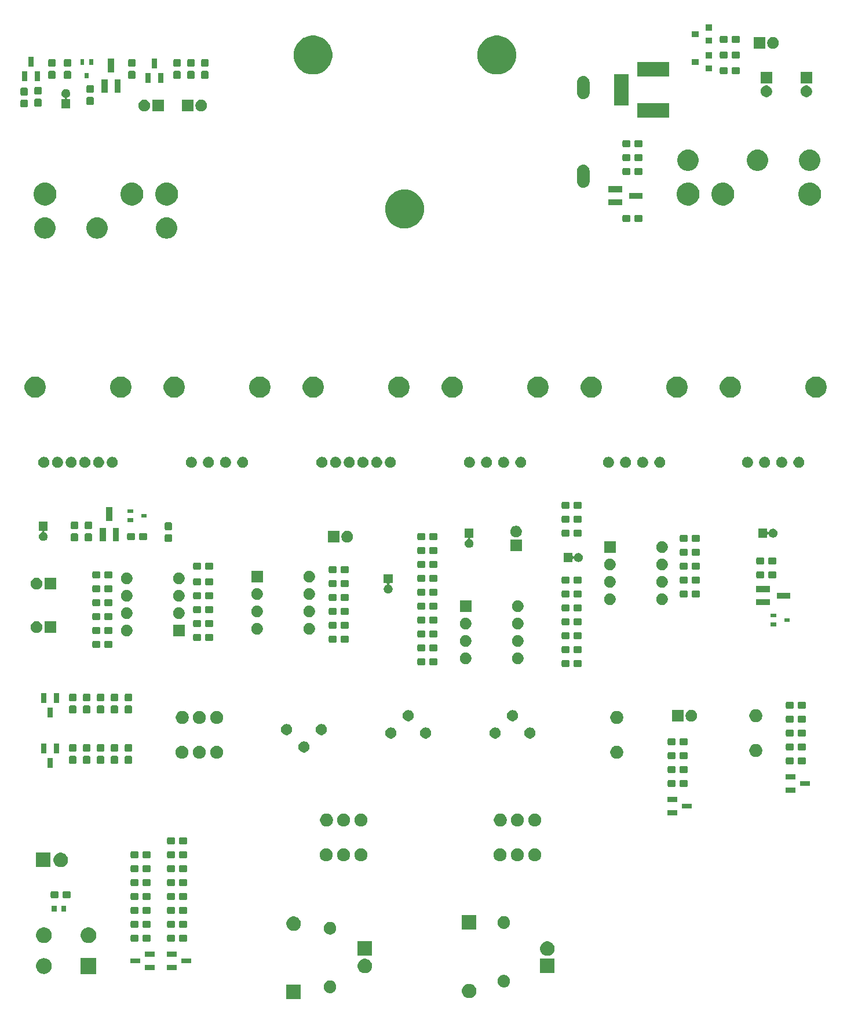
<source format=gbr>
G04 #@! TF.GenerationSoftware,KiCad,Pcbnew,(5.1.5-0-10_14)*
G04 #@! TF.CreationDate,2020-05-02T09:23:43-07:00*
G04 #@! TF.ProjectId,yellow_fuzz_dev,79656c6c-6f77-45f6-9675-7a7a5f646576,rev?*
G04 #@! TF.SameCoordinates,Original*
G04 #@! TF.FileFunction,Soldermask,Top*
G04 #@! TF.FilePolarity,Negative*
%FSLAX46Y46*%
G04 Gerber Fmt 4.6, Leading zero omitted, Abs format (unit mm)*
G04 Created by KiCad (PCBNEW (5.1.5-0-10_14)) date 2020-05-02 09:23:43*
%MOMM*%
%LPD*%
G04 APERTURE LIST*
%ADD10C,0.100000*%
G04 APERTURE END LIST*
D10*
G36*
X118653000Y-196377000D02*
G01*
X116551000Y-196377000D01*
X116551000Y-194275000D01*
X118653000Y-194275000D01*
X118653000Y-196377000D01*
G37*
G36*
X143562564Y-194155389D02*
G01*
X143753833Y-194234615D01*
X143753835Y-194234616D01*
X143925973Y-194349635D01*
X144072365Y-194496027D01*
X144178164Y-194654366D01*
X144187385Y-194668167D01*
X144266611Y-194859436D01*
X144307000Y-195062484D01*
X144307000Y-195269516D01*
X144266611Y-195472564D01*
X144187385Y-195663833D01*
X144187384Y-195663835D01*
X144072365Y-195835973D01*
X143925973Y-195982365D01*
X143753835Y-196097384D01*
X143753834Y-196097385D01*
X143753833Y-196097385D01*
X143562564Y-196176611D01*
X143359516Y-196217000D01*
X143152484Y-196217000D01*
X142949436Y-196176611D01*
X142758167Y-196097385D01*
X142758166Y-196097385D01*
X142758165Y-196097384D01*
X142586027Y-195982365D01*
X142439635Y-195835973D01*
X142324616Y-195663835D01*
X142324615Y-195663833D01*
X142245389Y-195472564D01*
X142205000Y-195269516D01*
X142205000Y-195062484D01*
X142245389Y-194859436D01*
X142324615Y-194668167D01*
X142333837Y-194654366D01*
X142439635Y-194496027D01*
X142586027Y-194349635D01*
X142758165Y-194234616D01*
X142758167Y-194234615D01*
X142949436Y-194155389D01*
X143152484Y-194115000D01*
X143359516Y-194115000D01*
X143562564Y-194155389D01*
G37*
G36*
X123114995Y-193664129D02*
G01*
X123203625Y-193681759D01*
X123370599Y-193750922D01*
X123370600Y-193750923D01*
X123520869Y-193851329D01*
X123648671Y-193979131D01*
X123723976Y-194091833D01*
X123749078Y-194129401D01*
X123818241Y-194296375D01*
X123828835Y-194349635D01*
X123846546Y-194438671D01*
X123853500Y-194473634D01*
X123853500Y-194654366D01*
X123818241Y-194831625D01*
X123749078Y-194998599D01*
X123749077Y-194998600D01*
X123648671Y-195148869D01*
X123520869Y-195276671D01*
X123408167Y-195351976D01*
X123370599Y-195377078D01*
X123203625Y-195446241D01*
X123114996Y-195463870D01*
X123026367Y-195481500D01*
X122845633Y-195481500D01*
X122757004Y-195463870D01*
X122668375Y-195446241D01*
X122501401Y-195377078D01*
X122463833Y-195351976D01*
X122351131Y-195276671D01*
X122223329Y-195148869D01*
X122122923Y-194998600D01*
X122122922Y-194998599D01*
X122053759Y-194831625D01*
X122018500Y-194654366D01*
X122018500Y-194473634D01*
X122025455Y-194438671D01*
X122043165Y-194349635D01*
X122053759Y-194296375D01*
X122122922Y-194129401D01*
X122148024Y-194091833D01*
X122223329Y-193979131D01*
X122351131Y-193851329D01*
X122501400Y-193750923D01*
X122501401Y-193750922D01*
X122668375Y-193681759D01*
X122757005Y-193664129D01*
X122845633Y-193646500D01*
X123026367Y-193646500D01*
X123114995Y-193664129D01*
G37*
G36*
X148514995Y-192826129D02*
G01*
X148603625Y-192843759D01*
X148770599Y-192912922D01*
X148770600Y-192912923D01*
X148920869Y-193013329D01*
X149048671Y-193141131D01*
X149123976Y-193253833D01*
X149149078Y-193291401D01*
X149218241Y-193458375D01*
X149218241Y-193458376D01*
X149253500Y-193635633D01*
X149253500Y-193816367D01*
X149246545Y-193851332D01*
X149218241Y-193993625D01*
X149149078Y-194160599D01*
X149149077Y-194160600D01*
X149048671Y-194310869D01*
X148920869Y-194438671D01*
X148835029Y-194496027D01*
X148770599Y-194539078D01*
X148603625Y-194608241D01*
X148514995Y-194625871D01*
X148426367Y-194643500D01*
X148245633Y-194643500D01*
X148157004Y-194625870D01*
X148068375Y-194608241D01*
X147901401Y-194539078D01*
X147836971Y-194496027D01*
X147751131Y-194438671D01*
X147623329Y-194310869D01*
X147522923Y-194160600D01*
X147522922Y-194160599D01*
X147453759Y-193993625D01*
X147425455Y-193851332D01*
X147418500Y-193816367D01*
X147418500Y-193635633D01*
X147453759Y-193458376D01*
X147453759Y-193458375D01*
X147522922Y-193291401D01*
X147548025Y-193253833D01*
X147623329Y-193141131D01*
X147751131Y-193013329D01*
X147901400Y-192912923D01*
X147901401Y-192912922D01*
X148068375Y-192843759D01*
X148157005Y-192826129D01*
X148245633Y-192808500D01*
X148426367Y-192808500D01*
X148514995Y-192826129D01*
G37*
G36*
X81338884Y-190384000D02*
G01*
X81465734Y-190409232D01*
X81675203Y-190495997D01*
X81863720Y-190621960D01*
X82024040Y-190782280D01*
X82066634Y-190846027D01*
X82150004Y-190970799D01*
X82236768Y-191180267D01*
X82281000Y-191402635D01*
X82281000Y-191629365D01*
X82236768Y-191851733D01*
X82169624Y-192013835D01*
X82150003Y-192061203D01*
X82024040Y-192249720D01*
X81863720Y-192410040D01*
X81675203Y-192536003D01*
X81465734Y-192622768D01*
X81354549Y-192644884D01*
X81243365Y-192667000D01*
X81016635Y-192667000D01*
X80905451Y-192644884D01*
X80794266Y-192622768D01*
X80584797Y-192536003D01*
X80396280Y-192410040D01*
X80235960Y-192249720D01*
X80109997Y-192061203D01*
X80090377Y-192013835D01*
X80023232Y-191851733D01*
X79979000Y-191629365D01*
X79979000Y-191402635D01*
X80023232Y-191180267D01*
X80109996Y-190970799D01*
X80193366Y-190846027D01*
X80235960Y-190782280D01*
X80396280Y-190621960D01*
X80584797Y-190495997D01*
X80794266Y-190409232D01*
X80921116Y-190384000D01*
X81016635Y-190365000D01*
X81243365Y-190365000D01*
X81338884Y-190384000D01*
G37*
G36*
X88781000Y-192667000D02*
G01*
X86479000Y-192667000D01*
X86479000Y-190365000D01*
X88781000Y-190365000D01*
X88781000Y-192667000D01*
G37*
G36*
X128322564Y-190505389D02*
G01*
X128513833Y-190584615D01*
X128513835Y-190584616D01*
X128685973Y-190699635D01*
X128832365Y-190846027D01*
X128915734Y-190970797D01*
X128947385Y-191018167D01*
X129026611Y-191209436D01*
X129067000Y-191412484D01*
X129067000Y-191619516D01*
X129026611Y-191822564D01*
X129014528Y-191851734D01*
X128947384Y-192013835D01*
X128832365Y-192185973D01*
X128685973Y-192332365D01*
X128513835Y-192447384D01*
X128513834Y-192447385D01*
X128513833Y-192447385D01*
X128322564Y-192526611D01*
X128119516Y-192567000D01*
X127912484Y-192567000D01*
X127709436Y-192526611D01*
X127518167Y-192447385D01*
X127518166Y-192447385D01*
X127518165Y-192447384D01*
X127346027Y-192332365D01*
X127199635Y-192185973D01*
X127084616Y-192013835D01*
X127017472Y-191851734D01*
X127005389Y-191822564D01*
X126965000Y-191619516D01*
X126965000Y-191412484D01*
X127005389Y-191209436D01*
X127084615Y-191018167D01*
X127116267Y-190970797D01*
X127199635Y-190846027D01*
X127346027Y-190699635D01*
X127518165Y-190584616D01*
X127518167Y-190584615D01*
X127709436Y-190505389D01*
X127912484Y-190465000D01*
X128119516Y-190465000D01*
X128322564Y-190505389D01*
G37*
G36*
X155737000Y-192567000D02*
G01*
X153635000Y-192567000D01*
X153635000Y-190465000D01*
X155737000Y-190465000D01*
X155737000Y-192567000D01*
G37*
G36*
X97274000Y-192074000D02*
G01*
X95834000Y-192074000D01*
X95834000Y-191334000D01*
X97274000Y-191334000D01*
X97274000Y-192074000D01*
G37*
G36*
X100508000Y-192074000D02*
G01*
X99068000Y-192074000D01*
X99068000Y-191334000D01*
X100508000Y-191334000D01*
X100508000Y-192074000D01*
G37*
G36*
X102608000Y-191124000D02*
G01*
X101168000Y-191124000D01*
X101168000Y-190384000D01*
X102608000Y-190384000D01*
X102608000Y-191124000D01*
G37*
G36*
X95174000Y-191124000D02*
G01*
X93734000Y-191124000D01*
X93734000Y-190384000D01*
X95174000Y-190384000D01*
X95174000Y-191124000D01*
G37*
G36*
X100508000Y-190174000D02*
G01*
X99068000Y-190174000D01*
X99068000Y-189434000D01*
X100508000Y-189434000D01*
X100508000Y-190174000D01*
G37*
G36*
X97274000Y-190174000D02*
G01*
X95834000Y-190174000D01*
X95834000Y-189434000D01*
X97274000Y-189434000D01*
X97274000Y-190174000D01*
G37*
G36*
X154992564Y-187965389D02*
G01*
X155163044Y-188036004D01*
X155183835Y-188044616D01*
X155300798Y-188122768D01*
X155355973Y-188159635D01*
X155502365Y-188306027D01*
X155617385Y-188478167D01*
X155696611Y-188669436D01*
X155737000Y-188872484D01*
X155737000Y-189079516D01*
X155696611Y-189282564D01*
X155633884Y-189434000D01*
X155617384Y-189473835D01*
X155502365Y-189645973D01*
X155355973Y-189792365D01*
X155183835Y-189907384D01*
X155183834Y-189907385D01*
X155183833Y-189907385D01*
X154992564Y-189986611D01*
X154789516Y-190027000D01*
X154582484Y-190027000D01*
X154379436Y-189986611D01*
X154188167Y-189907385D01*
X154188166Y-189907385D01*
X154188165Y-189907384D01*
X154016027Y-189792365D01*
X153869635Y-189645973D01*
X153754616Y-189473835D01*
X153738116Y-189434000D01*
X153675389Y-189282564D01*
X153635000Y-189079516D01*
X153635000Y-188872484D01*
X153675389Y-188669436D01*
X153754615Y-188478167D01*
X153869635Y-188306027D01*
X154016027Y-188159635D01*
X154071202Y-188122768D01*
X154188165Y-188044616D01*
X154208956Y-188036004D01*
X154379436Y-187965389D01*
X154582484Y-187925000D01*
X154789516Y-187925000D01*
X154992564Y-187965389D01*
G37*
G36*
X129067000Y-190027000D02*
G01*
X126965000Y-190027000D01*
X126965000Y-187925000D01*
X129067000Y-187925000D01*
X129067000Y-190027000D01*
G37*
G36*
X87763318Y-185868969D02*
G01*
X87965734Y-185909232D01*
X88175203Y-185995997D01*
X88363720Y-186121960D01*
X88524040Y-186282280D01*
X88650003Y-186470797D01*
X88736768Y-186680266D01*
X88781000Y-186902636D01*
X88781000Y-187129364D01*
X88736768Y-187351734D01*
X88650003Y-187561203D01*
X88524040Y-187749720D01*
X88363720Y-187910040D01*
X88175203Y-188036003D01*
X88175202Y-188036004D01*
X88175201Y-188036004D01*
X88113850Y-188061416D01*
X87965734Y-188122768D01*
X87854549Y-188144884D01*
X87743365Y-188167000D01*
X87516635Y-188167000D01*
X87405451Y-188144884D01*
X87294266Y-188122768D01*
X87146150Y-188061416D01*
X87084799Y-188036004D01*
X87084798Y-188036004D01*
X87084797Y-188036003D01*
X86896280Y-187910040D01*
X86735960Y-187749720D01*
X86609997Y-187561203D01*
X86523232Y-187351734D01*
X86479000Y-187129364D01*
X86479000Y-186902636D01*
X86523232Y-186680266D01*
X86609997Y-186470797D01*
X86735960Y-186282280D01*
X86896280Y-186121960D01*
X87084797Y-185995997D01*
X87294266Y-185909232D01*
X87496682Y-185868969D01*
X87516635Y-185865000D01*
X87743365Y-185865000D01*
X87763318Y-185868969D01*
G37*
G36*
X81263318Y-185868969D02*
G01*
X81465734Y-185909232D01*
X81675203Y-185995997D01*
X81863720Y-186121960D01*
X82024040Y-186282280D01*
X82150003Y-186470797D01*
X82236768Y-186680266D01*
X82281000Y-186902636D01*
X82281000Y-187129364D01*
X82236768Y-187351734D01*
X82150003Y-187561203D01*
X82024040Y-187749720D01*
X81863720Y-187910040D01*
X81675203Y-188036003D01*
X81675202Y-188036004D01*
X81675201Y-188036004D01*
X81613850Y-188061416D01*
X81465734Y-188122768D01*
X81354549Y-188144884D01*
X81243365Y-188167000D01*
X81016635Y-188167000D01*
X80905451Y-188144884D01*
X80794266Y-188122768D01*
X80646150Y-188061416D01*
X80584799Y-188036004D01*
X80584798Y-188036004D01*
X80584797Y-188036003D01*
X80396280Y-187910040D01*
X80235960Y-187749720D01*
X80109997Y-187561203D01*
X80023232Y-187351734D01*
X79979000Y-187129364D01*
X79979000Y-186902636D01*
X80023232Y-186680266D01*
X80109997Y-186470797D01*
X80235960Y-186282280D01*
X80396280Y-186121960D01*
X80584797Y-185995997D01*
X80794266Y-185909232D01*
X80996682Y-185868969D01*
X81016635Y-185865000D01*
X81243365Y-185865000D01*
X81263318Y-185868969D01*
G37*
G36*
X96539499Y-186930445D02*
G01*
X96576995Y-186941820D01*
X96611554Y-186960292D01*
X96641847Y-186985153D01*
X96666708Y-187015446D01*
X96685180Y-187050005D01*
X96696555Y-187087501D01*
X96701000Y-187132638D01*
X96701000Y-187771362D01*
X96696555Y-187816499D01*
X96685180Y-187853995D01*
X96666708Y-187888554D01*
X96641847Y-187918847D01*
X96611554Y-187943708D01*
X96576995Y-187962180D01*
X96539499Y-187973555D01*
X96494362Y-187978000D01*
X95755638Y-187978000D01*
X95710501Y-187973555D01*
X95673005Y-187962180D01*
X95638446Y-187943708D01*
X95608153Y-187918847D01*
X95583292Y-187888554D01*
X95564820Y-187853995D01*
X95553445Y-187816499D01*
X95549000Y-187771362D01*
X95549000Y-187132638D01*
X95553445Y-187087501D01*
X95564820Y-187050005D01*
X95583292Y-187015446D01*
X95608153Y-186985153D01*
X95638446Y-186960292D01*
X95673005Y-186941820D01*
X95710501Y-186930445D01*
X95755638Y-186926000D01*
X96494362Y-186926000D01*
X96539499Y-186930445D01*
G37*
G36*
X94789499Y-186930445D02*
G01*
X94826995Y-186941820D01*
X94861554Y-186960292D01*
X94891847Y-186985153D01*
X94916708Y-187015446D01*
X94935180Y-187050005D01*
X94946555Y-187087501D01*
X94951000Y-187132638D01*
X94951000Y-187771362D01*
X94946555Y-187816499D01*
X94935180Y-187853995D01*
X94916708Y-187888554D01*
X94891847Y-187918847D01*
X94861554Y-187943708D01*
X94826995Y-187962180D01*
X94789499Y-187973555D01*
X94744362Y-187978000D01*
X94005638Y-187978000D01*
X93960501Y-187973555D01*
X93923005Y-187962180D01*
X93888446Y-187943708D01*
X93858153Y-187918847D01*
X93833292Y-187888554D01*
X93814820Y-187853995D01*
X93803445Y-187816499D01*
X93799000Y-187771362D01*
X93799000Y-187132638D01*
X93803445Y-187087501D01*
X93814820Y-187050005D01*
X93833292Y-187015446D01*
X93858153Y-186985153D01*
X93888446Y-186960292D01*
X93923005Y-186941820D01*
X93960501Y-186930445D01*
X94005638Y-186926000D01*
X94744362Y-186926000D01*
X94789499Y-186930445D01*
G37*
G36*
X101873499Y-186930445D02*
G01*
X101910995Y-186941820D01*
X101945554Y-186960292D01*
X101975847Y-186985153D01*
X102000708Y-187015446D01*
X102019180Y-187050005D01*
X102030555Y-187087501D01*
X102035000Y-187132638D01*
X102035000Y-187771362D01*
X102030555Y-187816499D01*
X102019180Y-187853995D01*
X102000708Y-187888554D01*
X101975847Y-187918847D01*
X101945554Y-187943708D01*
X101910995Y-187962180D01*
X101873499Y-187973555D01*
X101828362Y-187978000D01*
X101089638Y-187978000D01*
X101044501Y-187973555D01*
X101007005Y-187962180D01*
X100972446Y-187943708D01*
X100942153Y-187918847D01*
X100917292Y-187888554D01*
X100898820Y-187853995D01*
X100887445Y-187816499D01*
X100883000Y-187771362D01*
X100883000Y-187132638D01*
X100887445Y-187087501D01*
X100898820Y-187050005D01*
X100917292Y-187015446D01*
X100942153Y-186985153D01*
X100972446Y-186960292D01*
X101007005Y-186941820D01*
X101044501Y-186930445D01*
X101089638Y-186926000D01*
X101828362Y-186926000D01*
X101873499Y-186930445D01*
G37*
G36*
X100123499Y-186930445D02*
G01*
X100160995Y-186941820D01*
X100195554Y-186960292D01*
X100225847Y-186985153D01*
X100250708Y-187015446D01*
X100269180Y-187050005D01*
X100280555Y-187087501D01*
X100285000Y-187132638D01*
X100285000Y-187771362D01*
X100280555Y-187816499D01*
X100269180Y-187853995D01*
X100250708Y-187888554D01*
X100225847Y-187918847D01*
X100195554Y-187943708D01*
X100160995Y-187962180D01*
X100123499Y-187973555D01*
X100078362Y-187978000D01*
X99339638Y-187978000D01*
X99294501Y-187973555D01*
X99257005Y-187962180D01*
X99222446Y-187943708D01*
X99192153Y-187918847D01*
X99167292Y-187888554D01*
X99148820Y-187853995D01*
X99137445Y-187816499D01*
X99133000Y-187771362D01*
X99133000Y-187132638D01*
X99137445Y-187087501D01*
X99148820Y-187050005D01*
X99167292Y-187015446D01*
X99192153Y-186985153D01*
X99222446Y-186960292D01*
X99257005Y-186941820D01*
X99294501Y-186930445D01*
X99339638Y-186926000D01*
X100078362Y-186926000D01*
X100123499Y-186930445D01*
G37*
G36*
X123097443Y-185100638D02*
G01*
X123203625Y-185121759D01*
X123370599Y-185190922D01*
X123370600Y-185190923D01*
X123520869Y-185291329D01*
X123648671Y-185419131D01*
X123723975Y-185531833D01*
X123749078Y-185569401D01*
X123818241Y-185736375D01*
X123827644Y-185783646D01*
X123852625Y-185909232D01*
X123853500Y-185913634D01*
X123853500Y-186094366D01*
X123818241Y-186271625D01*
X123749078Y-186438599D01*
X123749077Y-186438600D01*
X123648671Y-186588869D01*
X123520869Y-186716671D01*
X123408167Y-186791975D01*
X123370599Y-186817078D01*
X123203625Y-186886241D01*
X123121207Y-186902635D01*
X123026367Y-186921500D01*
X122845633Y-186921500D01*
X122750793Y-186902635D01*
X122668375Y-186886241D01*
X122501401Y-186817078D01*
X122463833Y-186791975D01*
X122351131Y-186716671D01*
X122223329Y-186588869D01*
X122122923Y-186438600D01*
X122122922Y-186438599D01*
X122053759Y-186271625D01*
X122018500Y-186094366D01*
X122018500Y-185913634D01*
X122019376Y-185909232D01*
X122044356Y-185783646D01*
X122053759Y-185736375D01*
X122122922Y-185569401D01*
X122148025Y-185531833D01*
X122223329Y-185419131D01*
X122351131Y-185291329D01*
X122501400Y-185190923D01*
X122501401Y-185190922D01*
X122668375Y-185121759D01*
X122774557Y-185100638D01*
X122845633Y-185086500D01*
X123026367Y-185086500D01*
X123097443Y-185100638D01*
G37*
G36*
X117908564Y-184315389D02*
G01*
X118099833Y-184394615D01*
X118099835Y-184394616D01*
X118271973Y-184509635D01*
X118418365Y-184656027D01*
X118533385Y-184828167D01*
X118612611Y-185019436D01*
X118653000Y-185222484D01*
X118653000Y-185429516D01*
X118612611Y-185632564D01*
X118534146Y-185821995D01*
X118533384Y-185823835D01*
X118418365Y-185995973D01*
X118271973Y-186142365D01*
X118099835Y-186257384D01*
X118099834Y-186257385D01*
X118099833Y-186257385D01*
X117908564Y-186336611D01*
X117705516Y-186377000D01*
X117498484Y-186377000D01*
X117295436Y-186336611D01*
X117104167Y-186257385D01*
X117104166Y-186257385D01*
X117104165Y-186257384D01*
X116932027Y-186142365D01*
X116785635Y-185995973D01*
X116670616Y-185823835D01*
X116669854Y-185821995D01*
X116591389Y-185632564D01*
X116551000Y-185429516D01*
X116551000Y-185222484D01*
X116591389Y-185019436D01*
X116670615Y-184828167D01*
X116785635Y-184656027D01*
X116932027Y-184509635D01*
X117104165Y-184394616D01*
X117104167Y-184394615D01*
X117295436Y-184315389D01*
X117498484Y-184275000D01*
X117705516Y-184275000D01*
X117908564Y-184315389D01*
G37*
G36*
X144307000Y-186217000D02*
G01*
X142205000Y-186217000D01*
X142205000Y-184115000D01*
X144307000Y-184115000D01*
X144307000Y-186217000D01*
G37*
G36*
X148514995Y-184266129D02*
G01*
X148603625Y-184283759D01*
X148770599Y-184352922D01*
X148770600Y-184352923D01*
X148920869Y-184453329D01*
X149048671Y-184581131D01*
X149123975Y-184693833D01*
X149149078Y-184731401D01*
X149218241Y-184898375D01*
X149221353Y-184914020D01*
X149253500Y-185075633D01*
X149253500Y-185256367D01*
X149246545Y-185291332D01*
X149218241Y-185433625D01*
X149149078Y-185600599D01*
X149127719Y-185632565D01*
X149048671Y-185750869D01*
X148920869Y-185878671D01*
X148827666Y-185940947D01*
X148770599Y-185979078D01*
X148603625Y-186048241D01*
X148514996Y-186065870D01*
X148426367Y-186083500D01*
X148245633Y-186083500D01*
X148157005Y-186065871D01*
X148068375Y-186048241D01*
X147901401Y-185979078D01*
X147844334Y-185940947D01*
X147751131Y-185878671D01*
X147623329Y-185750869D01*
X147544281Y-185632565D01*
X147522922Y-185600599D01*
X147453759Y-185433625D01*
X147425455Y-185291332D01*
X147418500Y-185256367D01*
X147418500Y-185075633D01*
X147450647Y-184914020D01*
X147453759Y-184898375D01*
X147522922Y-184731401D01*
X147548024Y-184693833D01*
X147623329Y-184581131D01*
X147751131Y-184453329D01*
X147901400Y-184352923D01*
X147901401Y-184352922D01*
X148068375Y-184283759D01*
X148157005Y-184266129D01*
X148245633Y-184248500D01*
X148426367Y-184248500D01*
X148514995Y-184266129D01*
G37*
G36*
X94789499Y-184898445D02*
G01*
X94826995Y-184909820D01*
X94861554Y-184928292D01*
X94891847Y-184953153D01*
X94916708Y-184983446D01*
X94935180Y-185018005D01*
X94946555Y-185055501D01*
X94951000Y-185100638D01*
X94951000Y-185739362D01*
X94946555Y-185784499D01*
X94935180Y-185821995D01*
X94916708Y-185856554D01*
X94891847Y-185886847D01*
X94861554Y-185911708D01*
X94826995Y-185930180D01*
X94789499Y-185941555D01*
X94744362Y-185946000D01*
X94005638Y-185946000D01*
X93960501Y-185941555D01*
X93923005Y-185930180D01*
X93888446Y-185911708D01*
X93858153Y-185886847D01*
X93833292Y-185856554D01*
X93814820Y-185821995D01*
X93803445Y-185784499D01*
X93799000Y-185739362D01*
X93799000Y-185100638D01*
X93803445Y-185055501D01*
X93814820Y-185018005D01*
X93833292Y-184983446D01*
X93858153Y-184953153D01*
X93888446Y-184928292D01*
X93923005Y-184909820D01*
X93960501Y-184898445D01*
X94005638Y-184894000D01*
X94744362Y-184894000D01*
X94789499Y-184898445D01*
G37*
G36*
X96539499Y-184898445D02*
G01*
X96576995Y-184909820D01*
X96611554Y-184928292D01*
X96641847Y-184953153D01*
X96666708Y-184983446D01*
X96685180Y-185018005D01*
X96696555Y-185055501D01*
X96701000Y-185100638D01*
X96701000Y-185739362D01*
X96696555Y-185784499D01*
X96685180Y-185821995D01*
X96666708Y-185856554D01*
X96641847Y-185886847D01*
X96611554Y-185911708D01*
X96576995Y-185930180D01*
X96539499Y-185941555D01*
X96494362Y-185946000D01*
X95755638Y-185946000D01*
X95710501Y-185941555D01*
X95673005Y-185930180D01*
X95638446Y-185911708D01*
X95608153Y-185886847D01*
X95583292Y-185856554D01*
X95564820Y-185821995D01*
X95553445Y-185784499D01*
X95549000Y-185739362D01*
X95549000Y-185100638D01*
X95553445Y-185055501D01*
X95564820Y-185018005D01*
X95583292Y-184983446D01*
X95608153Y-184953153D01*
X95638446Y-184928292D01*
X95673005Y-184909820D01*
X95710501Y-184898445D01*
X95755638Y-184894000D01*
X96494362Y-184894000D01*
X96539499Y-184898445D01*
G37*
G36*
X101873499Y-184898445D02*
G01*
X101910995Y-184909820D01*
X101945554Y-184928292D01*
X101975847Y-184953153D01*
X102000708Y-184983446D01*
X102019180Y-185018005D01*
X102030555Y-185055501D01*
X102035000Y-185100638D01*
X102035000Y-185739362D01*
X102030555Y-185784499D01*
X102019180Y-185821995D01*
X102000708Y-185856554D01*
X101975847Y-185886847D01*
X101945554Y-185911708D01*
X101910995Y-185930180D01*
X101873499Y-185941555D01*
X101828362Y-185946000D01*
X101089638Y-185946000D01*
X101044501Y-185941555D01*
X101007005Y-185930180D01*
X100972446Y-185911708D01*
X100942153Y-185886847D01*
X100917292Y-185856554D01*
X100898820Y-185821995D01*
X100887445Y-185784499D01*
X100883000Y-185739362D01*
X100883000Y-185100638D01*
X100887445Y-185055501D01*
X100898820Y-185018005D01*
X100917292Y-184983446D01*
X100942153Y-184953153D01*
X100972446Y-184928292D01*
X101007005Y-184909820D01*
X101044501Y-184898445D01*
X101089638Y-184894000D01*
X101828362Y-184894000D01*
X101873499Y-184898445D01*
G37*
G36*
X100123499Y-184898445D02*
G01*
X100160995Y-184909820D01*
X100195554Y-184928292D01*
X100225847Y-184953153D01*
X100250708Y-184983446D01*
X100269180Y-185018005D01*
X100280555Y-185055501D01*
X100285000Y-185100638D01*
X100285000Y-185739362D01*
X100280555Y-185784499D01*
X100269180Y-185821995D01*
X100250708Y-185856554D01*
X100225847Y-185886847D01*
X100195554Y-185911708D01*
X100160995Y-185930180D01*
X100123499Y-185941555D01*
X100078362Y-185946000D01*
X99339638Y-185946000D01*
X99294501Y-185941555D01*
X99257005Y-185930180D01*
X99222446Y-185911708D01*
X99192153Y-185886847D01*
X99167292Y-185856554D01*
X99148820Y-185821995D01*
X99137445Y-185784499D01*
X99133000Y-185739362D01*
X99133000Y-185100638D01*
X99137445Y-185055501D01*
X99148820Y-185018005D01*
X99167292Y-184983446D01*
X99192153Y-184953153D01*
X99222446Y-184928292D01*
X99257005Y-184909820D01*
X99294501Y-184898445D01*
X99339638Y-184894000D01*
X100078362Y-184894000D01*
X100123499Y-184898445D01*
G37*
G36*
X96539499Y-182866445D02*
G01*
X96576995Y-182877820D01*
X96611554Y-182896292D01*
X96641847Y-182921153D01*
X96666708Y-182951446D01*
X96685180Y-182986005D01*
X96696555Y-183023501D01*
X96701000Y-183068638D01*
X96701000Y-183707362D01*
X96696555Y-183752499D01*
X96685180Y-183789995D01*
X96666708Y-183824554D01*
X96641847Y-183854847D01*
X96611554Y-183879708D01*
X96576995Y-183898180D01*
X96539499Y-183909555D01*
X96494362Y-183914000D01*
X95755638Y-183914000D01*
X95710501Y-183909555D01*
X95673005Y-183898180D01*
X95638446Y-183879708D01*
X95608153Y-183854847D01*
X95583292Y-183824554D01*
X95564820Y-183789995D01*
X95553445Y-183752499D01*
X95549000Y-183707362D01*
X95549000Y-183068638D01*
X95553445Y-183023501D01*
X95564820Y-182986005D01*
X95583292Y-182951446D01*
X95608153Y-182921153D01*
X95638446Y-182896292D01*
X95673005Y-182877820D01*
X95710501Y-182866445D01*
X95755638Y-182862000D01*
X96494362Y-182862000D01*
X96539499Y-182866445D01*
G37*
G36*
X100123499Y-182866445D02*
G01*
X100160995Y-182877820D01*
X100195554Y-182896292D01*
X100225847Y-182921153D01*
X100250708Y-182951446D01*
X100269180Y-182986005D01*
X100280555Y-183023501D01*
X100285000Y-183068638D01*
X100285000Y-183707362D01*
X100280555Y-183752499D01*
X100269180Y-183789995D01*
X100250708Y-183824554D01*
X100225847Y-183854847D01*
X100195554Y-183879708D01*
X100160995Y-183898180D01*
X100123499Y-183909555D01*
X100078362Y-183914000D01*
X99339638Y-183914000D01*
X99294501Y-183909555D01*
X99257005Y-183898180D01*
X99222446Y-183879708D01*
X99192153Y-183854847D01*
X99167292Y-183824554D01*
X99148820Y-183789995D01*
X99137445Y-183752499D01*
X99133000Y-183707362D01*
X99133000Y-183068638D01*
X99137445Y-183023501D01*
X99148820Y-182986005D01*
X99167292Y-182951446D01*
X99192153Y-182921153D01*
X99222446Y-182896292D01*
X99257005Y-182877820D01*
X99294501Y-182866445D01*
X99339638Y-182862000D01*
X100078362Y-182862000D01*
X100123499Y-182866445D01*
G37*
G36*
X101873499Y-182866445D02*
G01*
X101910995Y-182877820D01*
X101945554Y-182896292D01*
X101975847Y-182921153D01*
X102000708Y-182951446D01*
X102019180Y-182986005D01*
X102030555Y-183023501D01*
X102035000Y-183068638D01*
X102035000Y-183707362D01*
X102030555Y-183752499D01*
X102019180Y-183789995D01*
X102000708Y-183824554D01*
X101975847Y-183854847D01*
X101945554Y-183879708D01*
X101910995Y-183898180D01*
X101873499Y-183909555D01*
X101828362Y-183914000D01*
X101089638Y-183914000D01*
X101044501Y-183909555D01*
X101007005Y-183898180D01*
X100972446Y-183879708D01*
X100942153Y-183854847D01*
X100917292Y-183824554D01*
X100898820Y-183789995D01*
X100887445Y-183752499D01*
X100883000Y-183707362D01*
X100883000Y-183068638D01*
X100887445Y-183023501D01*
X100898820Y-182986005D01*
X100917292Y-182951446D01*
X100942153Y-182921153D01*
X100972446Y-182896292D01*
X101007005Y-182877820D01*
X101044501Y-182866445D01*
X101089638Y-182862000D01*
X101828362Y-182862000D01*
X101873499Y-182866445D01*
G37*
G36*
X94789499Y-182866445D02*
G01*
X94826995Y-182877820D01*
X94861554Y-182896292D01*
X94891847Y-182921153D01*
X94916708Y-182951446D01*
X94935180Y-182986005D01*
X94946555Y-183023501D01*
X94951000Y-183068638D01*
X94951000Y-183707362D01*
X94946555Y-183752499D01*
X94935180Y-183789995D01*
X94916708Y-183824554D01*
X94891847Y-183854847D01*
X94861554Y-183879708D01*
X94826995Y-183898180D01*
X94789499Y-183909555D01*
X94744362Y-183914000D01*
X94005638Y-183914000D01*
X93960501Y-183909555D01*
X93923005Y-183898180D01*
X93888446Y-183879708D01*
X93858153Y-183854847D01*
X93833292Y-183824554D01*
X93814820Y-183789995D01*
X93803445Y-183752499D01*
X93799000Y-183707362D01*
X93799000Y-183068638D01*
X93803445Y-183023501D01*
X93814820Y-182986005D01*
X93833292Y-182951446D01*
X93858153Y-182921153D01*
X93888446Y-182896292D01*
X93923005Y-182877820D01*
X93960501Y-182866445D01*
X94005638Y-182862000D01*
X94744362Y-182862000D01*
X94789499Y-182866445D01*
G37*
G36*
X84363000Y-183535000D02*
G01*
X83661000Y-183535000D01*
X83661000Y-182733000D01*
X84363000Y-182733000D01*
X84363000Y-183535000D01*
G37*
G36*
X82963000Y-183535000D02*
G01*
X82261000Y-183535000D01*
X82261000Y-182733000D01*
X82963000Y-182733000D01*
X82963000Y-183535000D01*
G37*
G36*
X94789499Y-180834445D02*
G01*
X94826995Y-180845820D01*
X94861554Y-180864292D01*
X94891847Y-180889153D01*
X94916708Y-180919446D01*
X94935180Y-180954005D01*
X94946555Y-180991501D01*
X94951000Y-181036638D01*
X94951000Y-181675362D01*
X94946555Y-181720499D01*
X94935180Y-181757995D01*
X94916708Y-181792554D01*
X94891847Y-181822847D01*
X94861554Y-181847708D01*
X94826995Y-181866180D01*
X94789499Y-181877555D01*
X94744362Y-181882000D01*
X94005638Y-181882000D01*
X93960501Y-181877555D01*
X93923005Y-181866180D01*
X93888446Y-181847708D01*
X93858153Y-181822847D01*
X93833292Y-181792554D01*
X93814820Y-181757995D01*
X93803445Y-181720499D01*
X93799000Y-181675362D01*
X93799000Y-181036638D01*
X93803445Y-180991501D01*
X93814820Y-180954005D01*
X93833292Y-180919446D01*
X93858153Y-180889153D01*
X93888446Y-180864292D01*
X93923005Y-180845820D01*
X93960501Y-180834445D01*
X94005638Y-180830000D01*
X94744362Y-180830000D01*
X94789499Y-180834445D01*
G37*
G36*
X96539499Y-180834445D02*
G01*
X96576995Y-180845820D01*
X96611554Y-180864292D01*
X96641847Y-180889153D01*
X96666708Y-180919446D01*
X96685180Y-180954005D01*
X96696555Y-180991501D01*
X96701000Y-181036638D01*
X96701000Y-181675362D01*
X96696555Y-181720499D01*
X96685180Y-181757995D01*
X96666708Y-181792554D01*
X96641847Y-181822847D01*
X96611554Y-181847708D01*
X96576995Y-181866180D01*
X96539499Y-181877555D01*
X96494362Y-181882000D01*
X95755638Y-181882000D01*
X95710501Y-181877555D01*
X95673005Y-181866180D01*
X95638446Y-181847708D01*
X95608153Y-181822847D01*
X95583292Y-181792554D01*
X95564820Y-181757995D01*
X95553445Y-181720499D01*
X95549000Y-181675362D01*
X95549000Y-181036638D01*
X95553445Y-180991501D01*
X95564820Y-180954005D01*
X95583292Y-180919446D01*
X95608153Y-180889153D01*
X95638446Y-180864292D01*
X95673005Y-180845820D01*
X95710501Y-180834445D01*
X95755638Y-180830000D01*
X96494362Y-180830000D01*
X96539499Y-180834445D01*
G37*
G36*
X100123499Y-180834445D02*
G01*
X100160995Y-180845820D01*
X100195554Y-180864292D01*
X100225847Y-180889153D01*
X100250708Y-180919446D01*
X100269180Y-180954005D01*
X100280555Y-180991501D01*
X100285000Y-181036638D01*
X100285000Y-181675362D01*
X100280555Y-181720499D01*
X100269180Y-181757995D01*
X100250708Y-181792554D01*
X100225847Y-181822847D01*
X100195554Y-181847708D01*
X100160995Y-181866180D01*
X100123499Y-181877555D01*
X100078362Y-181882000D01*
X99339638Y-181882000D01*
X99294501Y-181877555D01*
X99257005Y-181866180D01*
X99222446Y-181847708D01*
X99192153Y-181822847D01*
X99167292Y-181792554D01*
X99148820Y-181757995D01*
X99137445Y-181720499D01*
X99133000Y-181675362D01*
X99133000Y-181036638D01*
X99137445Y-180991501D01*
X99148820Y-180954005D01*
X99167292Y-180919446D01*
X99192153Y-180889153D01*
X99222446Y-180864292D01*
X99257005Y-180845820D01*
X99294501Y-180834445D01*
X99339638Y-180830000D01*
X100078362Y-180830000D01*
X100123499Y-180834445D01*
G37*
G36*
X101873499Y-180834445D02*
G01*
X101910995Y-180845820D01*
X101945554Y-180864292D01*
X101975847Y-180889153D01*
X102000708Y-180919446D01*
X102019180Y-180954005D01*
X102030555Y-180991501D01*
X102035000Y-181036638D01*
X102035000Y-181675362D01*
X102030555Y-181720499D01*
X102019180Y-181757995D01*
X102000708Y-181792554D01*
X101975847Y-181822847D01*
X101945554Y-181847708D01*
X101910995Y-181866180D01*
X101873499Y-181877555D01*
X101828362Y-181882000D01*
X101089638Y-181882000D01*
X101044501Y-181877555D01*
X101007005Y-181866180D01*
X100972446Y-181847708D01*
X100942153Y-181822847D01*
X100917292Y-181792554D01*
X100898820Y-181757995D01*
X100887445Y-181720499D01*
X100883000Y-181675362D01*
X100883000Y-181036638D01*
X100887445Y-180991501D01*
X100898820Y-180954005D01*
X100917292Y-180919446D01*
X100942153Y-180889153D01*
X100972446Y-180864292D01*
X101007005Y-180845820D01*
X101044501Y-180834445D01*
X101089638Y-180830000D01*
X101828362Y-180830000D01*
X101873499Y-180834445D01*
G37*
G36*
X84855499Y-180580445D02*
G01*
X84892995Y-180591820D01*
X84927554Y-180610292D01*
X84957847Y-180635153D01*
X84982708Y-180665446D01*
X85001180Y-180700005D01*
X85012555Y-180737501D01*
X85017000Y-180782638D01*
X85017000Y-181421362D01*
X85012555Y-181466499D01*
X85001180Y-181503995D01*
X84982708Y-181538554D01*
X84957847Y-181568847D01*
X84927554Y-181593708D01*
X84892995Y-181612180D01*
X84855499Y-181623555D01*
X84810362Y-181628000D01*
X84071638Y-181628000D01*
X84026501Y-181623555D01*
X83989005Y-181612180D01*
X83954446Y-181593708D01*
X83924153Y-181568847D01*
X83899292Y-181538554D01*
X83880820Y-181503995D01*
X83869445Y-181466499D01*
X83865000Y-181421362D01*
X83865000Y-180782638D01*
X83869445Y-180737501D01*
X83880820Y-180700005D01*
X83899292Y-180665446D01*
X83924153Y-180635153D01*
X83954446Y-180610292D01*
X83989005Y-180591820D01*
X84026501Y-180580445D01*
X84071638Y-180576000D01*
X84810362Y-180576000D01*
X84855499Y-180580445D01*
G37*
G36*
X83105499Y-180580445D02*
G01*
X83142995Y-180591820D01*
X83177554Y-180610292D01*
X83207847Y-180635153D01*
X83232708Y-180665446D01*
X83251180Y-180700005D01*
X83262555Y-180737501D01*
X83267000Y-180782638D01*
X83267000Y-181421362D01*
X83262555Y-181466499D01*
X83251180Y-181503995D01*
X83232708Y-181538554D01*
X83207847Y-181568847D01*
X83177554Y-181593708D01*
X83142995Y-181612180D01*
X83105499Y-181623555D01*
X83060362Y-181628000D01*
X82321638Y-181628000D01*
X82276501Y-181623555D01*
X82239005Y-181612180D01*
X82204446Y-181593708D01*
X82174153Y-181568847D01*
X82149292Y-181538554D01*
X82130820Y-181503995D01*
X82119445Y-181466499D01*
X82115000Y-181421362D01*
X82115000Y-180782638D01*
X82119445Y-180737501D01*
X82130820Y-180700005D01*
X82149292Y-180665446D01*
X82174153Y-180635153D01*
X82204446Y-180610292D01*
X82239005Y-180591820D01*
X82276501Y-180580445D01*
X82321638Y-180576000D01*
X83060362Y-180576000D01*
X83105499Y-180580445D01*
G37*
G36*
X100123499Y-178802445D02*
G01*
X100160995Y-178813820D01*
X100195554Y-178832292D01*
X100225847Y-178857153D01*
X100250708Y-178887446D01*
X100269180Y-178922005D01*
X100280555Y-178959501D01*
X100285000Y-179004638D01*
X100285000Y-179643362D01*
X100280555Y-179688499D01*
X100269180Y-179725995D01*
X100250708Y-179760554D01*
X100225847Y-179790847D01*
X100195554Y-179815708D01*
X100160995Y-179834180D01*
X100123499Y-179845555D01*
X100078362Y-179850000D01*
X99339638Y-179850000D01*
X99294501Y-179845555D01*
X99257005Y-179834180D01*
X99222446Y-179815708D01*
X99192153Y-179790847D01*
X99167292Y-179760554D01*
X99148820Y-179725995D01*
X99137445Y-179688499D01*
X99133000Y-179643362D01*
X99133000Y-179004638D01*
X99137445Y-178959501D01*
X99148820Y-178922005D01*
X99167292Y-178887446D01*
X99192153Y-178857153D01*
X99222446Y-178832292D01*
X99257005Y-178813820D01*
X99294501Y-178802445D01*
X99339638Y-178798000D01*
X100078362Y-178798000D01*
X100123499Y-178802445D01*
G37*
G36*
X101873499Y-178802445D02*
G01*
X101910995Y-178813820D01*
X101945554Y-178832292D01*
X101975847Y-178857153D01*
X102000708Y-178887446D01*
X102019180Y-178922005D01*
X102030555Y-178959501D01*
X102035000Y-179004638D01*
X102035000Y-179643362D01*
X102030555Y-179688499D01*
X102019180Y-179725995D01*
X102000708Y-179760554D01*
X101975847Y-179790847D01*
X101945554Y-179815708D01*
X101910995Y-179834180D01*
X101873499Y-179845555D01*
X101828362Y-179850000D01*
X101089638Y-179850000D01*
X101044501Y-179845555D01*
X101007005Y-179834180D01*
X100972446Y-179815708D01*
X100942153Y-179790847D01*
X100917292Y-179760554D01*
X100898820Y-179725995D01*
X100887445Y-179688499D01*
X100883000Y-179643362D01*
X100883000Y-179004638D01*
X100887445Y-178959501D01*
X100898820Y-178922005D01*
X100917292Y-178887446D01*
X100942153Y-178857153D01*
X100972446Y-178832292D01*
X101007005Y-178813820D01*
X101044501Y-178802445D01*
X101089638Y-178798000D01*
X101828362Y-178798000D01*
X101873499Y-178802445D01*
G37*
G36*
X96539499Y-178802445D02*
G01*
X96576995Y-178813820D01*
X96611554Y-178832292D01*
X96641847Y-178857153D01*
X96666708Y-178887446D01*
X96685180Y-178922005D01*
X96696555Y-178959501D01*
X96701000Y-179004638D01*
X96701000Y-179643362D01*
X96696555Y-179688499D01*
X96685180Y-179725995D01*
X96666708Y-179760554D01*
X96641847Y-179790847D01*
X96611554Y-179815708D01*
X96576995Y-179834180D01*
X96539499Y-179845555D01*
X96494362Y-179850000D01*
X95755638Y-179850000D01*
X95710501Y-179845555D01*
X95673005Y-179834180D01*
X95638446Y-179815708D01*
X95608153Y-179790847D01*
X95583292Y-179760554D01*
X95564820Y-179725995D01*
X95553445Y-179688499D01*
X95549000Y-179643362D01*
X95549000Y-179004638D01*
X95553445Y-178959501D01*
X95564820Y-178922005D01*
X95583292Y-178887446D01*
X95608153Y-178857153D01*
X95638446Y-178832292D01*
X95673005Y-178813820D01*
X95710501Y-178802445D01*
X95755638Y-178798000D01*
X96494362Y-178798000D01*
X96539499Y-178802445D01*
G37*
G36*
X94789499Y-178802445D02*
G01*
X94826995Y-178813820D01*
X94861554Y-178832292D01*
X94891847Y-178857153D01*
X94916708Y-178887446D01*
X94935180Y-178922005D01*
X94946555Y-178959501D01*
X94951000Y-179004638D01*
X94951000Y-179643362D01*
X94946555Y-179688499D01*
X94935180Y-179725995D01*
X94916708Y-179760554D01*
X94891847Y-179790847D01*
X94861554Y-179815708D01*
X94826995Y-179834180D01*
X94789499Y-179845555D01*
X94744362Y-179850000D01*
X94005638Y-179850000D01*
X93960501Y-179845555D01*
X93923005Y-179834180D01*
X93888446Y-179815708D01*
X93858153Y-179790847D01*
X93833292Y-179760554D01*
X93814820Y-179725995D01*
X93803445Y-179688499D01*
X93799000Y-179643362D01*
X93799000Y-179004638D01*
X93803445Y-178959501D01*
X93814820Y-178922005D01*
X93833292Y-178887446D01*
X93858153Y-178857153D01*
X93888446Y-178832292D01*
X93923005Y-178813820D01*
X93960501Y-178802445D01*
X94005638Y-178798000D01*
X94744362Y-178798000D01*
X94789499Y-178802445D01*
G37*
G36*
X100123499Y-176770445D02*
G01*
X100160995Y-176781820D01*
X100195554Y-176800292D01*
X100225847Y-176825153D01*
X100250708Y-176855446D01*
X100269180Y-176890005D01*
X100280555Y-176927501D01*
X100285000Y-176972638D01*
X100285000Y-177611362D01*
X100280555Y-177656499D01*
X100269180Y-177693995D01*
X100250708Y-177728554D01*
X100225847Y-177758847D01*
X100195554Y-177783708D01*
X100160995Y-177802180D01*
X100123499Y-177813555D01*
X100078362Y-177818000D01*
X99339638Y-177818000D01*
X99294501Y-177813555D01*
X99257005Y-177802180D01*
X99222446Y-177783708D01*
X99192153Y-177758847D01*
X99167292Y-177728554D01*
X99148820Y-177693995D01*
X99137445Y-177656499D01*
X99133000Y-177611362D01*
X99133000Y-176972638D01*
X99137445Y-176927501D01*
X99148820Y-176890005D01*
X99167292Y-176855446D01*
X99192153Y-176825153D01*
X99222446Y-176800292D01*
X99257005Y-176781820D01*
X99294501Y-176770445D01*
X99339638Y-176766000D01*
X100078362Y-176766000D01*
X100123499Y-176770445D01*
G37*
G36*
X94789499Y-176770445D02*
G01*
X94826995Y-176781820D01*
X94861554Y-176800292D01*
X94891847Y-176825153D01*
X94916708Y-176855446D01*
X94935180Y-176890005D01*
X94946555Y-176927501D01*
X94951000Y-176972638D01*
X94951000Y-177611362D01*
X94946555Y-177656499D01*
X94935180Y-177693995D01*
X94916708Y-177728554D01*
X94891847Y-177758847D01*
X94861554Y-177783708D01*
X94826995Y-177802180D01*
X94789499Y-177813555D01*
X94744362Y-177818000D01*
X94005638Y-177818000D01*
X93960501Y-177813555D01*
X93923005Y-177802180D01*
X93888446Y-177783708D01*
X93858153Y-177758847D01*
X93833292Y-177728554D01*
X93814820Y-177693995D01*
X93803445Y-177656499D01*
X93799000Y-177611362D01*
X93799000Y-176972638D01*
X93803445Y-176927501D01*
X93814820Y-176890005D01*
X93833292Y-176855446D01*
X93858153Y-176825153D01*
X93888446Y-176800292D01*
X93923005Y-176781820D01*
X93960501Y-176770445D01*
X94005638Y-176766000D01*
X94744362Y-176766000D01*
X94789499Y-176770445D01*
G37*
G36*
X96539499Y-176770445D02*
G01*
X96576995Y-176781820D01*
X96611554Y-176800292D01*
X96641847Y-176825153D01*
X96666708Y-176855446D01*
X96685180Y-176890005D01*
X96696555Y-176927501D01*
X96701000Y-176972638D01*
X96701000Y-177611362D01*
X96696555Y-177656499D01*
X96685180Y-177693995D01*
X96666708Y-177728554D01*
X96641847Y-177758847D01*
X96611554Y-177783708D01*
X96576995Y-177802180D01*
X96539499Y-177813555D01*
X96494362Y-177818000D01*
X95755638Y-177818000D01*
X95710501Y-177813555D01*
X95673005Y-177802180D01*
X95638446Y-177783708D01*
X95608153Y-177758847D01*
X95583292Y-177728554D01*
X95564820Y-177693995D01*
X95553445Y-177656499D01*
X95549000Y-177611362D01*
X95549000Y-176972638D01*
X95553445Y-176927501D01*
X95564820Y-176890005D01*
X95583292Y-176855446D01*
X95608153Y-176825153D01*
X95638446Y-176800292D01*
X95673005Y-176781820D01*
X95710501Y-176770445D01*
X95755638Y-176766000D01*
X96494362Y-176766000D01*
X96539499Y-176770445D01*
G37*
G36*
X101873499Y-176770445D02*
G01*
X101910995Y-176781820D01*
X101945554Y-176800292D01*
X101975847Y-176825153D01*
X102000708Y-176855446D01*
X102019180Y-176890005D01*
X102030555Y-176927501D01*
X102035000Y-176972638D01*
X102035000Y-177611362D01*
X102030555Y-177656499D01*
X102019180Y-177693995D01*
X102000708Y-177728554D01*
X101975847Y-177758847D01*
X101945554Y-177783708D01*
X101910995Y-177802180D01*
X101873499Y-177813555D01*
X101828362Y-177818000D01*
X101089638Y-177818000D01*
X101044501Y-177813555D01*
X101007005Y-177802180D01*
X100972446Y-177783708D01*
X100942153Y-177758847D01*
X100917292Y-177728554D01*
X100898820Y-177693995D01*
X100887445Y-177656499D01*
X100883000Y-177611362D01*
X100883000Y-176972638D01*
X100887445Y-176927501D01*
X100898820Y-176890005D01*
X100917292Y-176855446D01*
X100942153Y-176825153D01*
X100972446Y-176800292D01*
X101007005Y-176781820D01*
X101044501Y-176770445D01*
X101089638Y-176766000D01*
X101828362Y-176766000D01*
X101873499Y-176770445D01*
G37*
G36*
X82077000Y-177073000D02*
G01*
X79975000Y-177073000D01*
X79975000Y-174971000D01*
X82077000Y-174971000D01*
X82077000Y-177073000D01*
G37*
G36*
X83872564Y-175011389D02*
G01*
X84063833Y-175090615D01*
X84063835Y-175090616D01*
X84235973Y-175205635D01*
X84382365Y-175352027D01*
X84496606Y-175523000D01*
X84497385Y-175524167D01*
X84576611Y-175715436D01*
X84617000Y-175918484D01*
X84617000Y-176125516D01*
X84576611Y-176328564D01*
X84497385Y-176519833D01*
X84497384Y-176519835D01*
X84382365Y-176691973D01*
X84235973Y-176838365D01*
X84063835Y-176953384D01*
X84063834Y-176953385D01*
X84063833Y-176953385D01*
X83872564Y-177032611D01*
X83669516Y-177073000D01*
X83462484Y-177073000D01*
X83259436Y-177032611D01*
X83068167Y-176953385D01*
X83068166Y-176953385D01*
X83068165Y-176953384D01*
X82896027Y-176838365D01*
X82749635Y-176691973D01*
X82634616Y-176519835D01*
X82634615Y-176519833D01*
X82555389Y-176328564D01*
X82515000Y-176125516D01*
X82515000Y-175918484D01*
X82555389Y-175715436D01*
X82634615Y-175524167D01*
X82635395Y-175523000D01*
X82749635Y-175352027D01*
X82896027Y-175205635D01*
X83068165Y-175090616D01*
X83068167Y-175090615D01*
X83259436Y-175011389D01*
X83462484Y-174971000D01*
X83669516Y-174971000D01*
X83872564Y-175011389D01*
G37*
G36*
X127745395Y-174345546D02*
G01*
X127918466Y-174417234D01*
X127918467Y-174417235D01*
X128074227Y-174521310D01*
X128206690Y-174653773D01*
X128206691Y-174653775D01*
X128310766Y-174809534D01*
X128382454Y-174982605D01*
X128419000Y-175166333D01*
X128419000Y-175353667D01*
X128382454Y-175537395D01*
X128310766Y-175710466D01*
X128289911Y-175741677D01*
X128206690Y-175866227D01*
X128074227Y-175998690D01*
X127995818Y-176051081D01*
X127918466Y-176102766D01*
X127745395Y-176174454D01*
X127561667Y-176211000D01*
X127374333Y-176211000D01*
X127190605Y-176174454D01*
X127017534Y-176102766D01*
X126940182Y-176051081D01*
X126861773Y-175998690D01*
X126729310Y-175866227D01*
X126646089Y-175741677D01*
X126625234Y-175710466D01*
X126553546Y-175537395D01*
X126517000Y-175353667D01*
X126517000Y-175166333D01*
X126553546Y-174982605D01*
X126625234Y-174809534D01*
X126729309Y-174653775D01*
X126729310Y-174653773D01*
X126861773Y-174521310D01*
X127017533Y-174417235D01*
X127017534Y-174417234D01*
X127190605Y-174345546D01*
X127374333Y-174309000D01*
X127561667Y-174309000D01*
X127745395Y-174345546D01*
G37*
G36*
X122665395Y-174345546D02*
G01*
X122838466Y-174417234D01*
X122838467Y-174417235D01*
X122994227Y-174521310D01*
X123126690Y-174653773D01*
X123126691Y-174653775D01*
X123230766Y-174809534D01*
X123302454Y-174982605D01*
X123339000Y-175166333D01*
X123339000Y-175353667D01*
X123302454Y-175537395D01*
X123230766Y-175710466D01*
X123209911Y-175741677D01*
X123126690Y-175866227D01*
X122994227Y-175998690D01*
X122915818Y-176051081D01*
X122838466Y-176102766D01*
X122665395Y-176174454D01*
X122481667Y-176211000D01*
X122294333Y-176211000D01*
X122110605Y-176174454D01*
X121937534Y-176102766D01*
X121860182Y-176051081D01*
X121781773Y-175998690D01*
X121649310Y-175866227D01*
X121566089Y-175741677D01*
X121545234Y-175710466D01*
X121473546Y-175537395D01*
X121437000Y-175353667D01*
X121437000Y-175166333D01*
X121473546Y-174982605D01*
X121545234Y-174809534D01*
X121649309Y-174653775D01*
X121649310Y-174653773D01*
X121781773Y-174521310D01*
X121937533Y-174417235D01*
X121937534Y-174417234D01*
X122110605Y-174345546D01*
X122294333Y-174309000D01*
X122481667Y-174309000D01*
X122665395Y-174345546D01*
G37*
G36*
X125205395Y-174345546D02*
G01*
X125378466Y-174417234D01*
X125378467Y-174417235D01*
X125534227Y-174521310D01*
X125666690Y-174653773D01*
X125666691Y-174653775D01*
X125770766Y-174809534D01*
X125842454Y-174982605D01*
X125879000Y-175166333D01*
X125879000Y-175353667D01*
X125842454Y-175537395D01*
X125770766Y-175710466D01*
X125749911Y-175741677D01*
X125666690Y-175866227D01*
X125534227Y-175998690D01*
X125455818Y-176051081D01*
X125378466Y-176102766D01*
X125205395Y-176174454D01*
X125021667Y-176211000D01*
X124834333Y-176211000D01*
X124650605Y-176174454D01*
X124477534Y-176102766D01*
X124400182Y-176051081D01*
X124321773Y-175998690D01*
X124189310Y-175866227D01*
X124106089Y-175741677D01*
X124085234Y-175710466D01*
X124013546Y-175537395D01*
X123977000Y-175353667D01*
X123977000Y-175166333D01*
X124013546Y-174982605D01*
X124085234Y-174809534D01*
X124189309Y-174653775D01*
X124189310Y-174653773D01*
X124321773Y-174521310D01*
X124477533Y-174417235D01*
X124477534Y-174417234D01*
X124650605Y-174345546D01*
X124834333Y-174309000D01*
X125021667Y-174309000D01*
X125205395Y-174345546D01*
G37*
G36*
X148065395Y-174345546D02*
G01*
X148238466Y-174417234D01*
X148238467Y-174417235D01*
X148394227Y-174521310D01*
X148526690Y-174653773D01*
X148526691Y-174653775D01*
X148630766Y-174809534D01*
X148702454Y-174982605D01*
X148739000Y-175166333D01*
X148739000Y-175353667D01*
X148702454Y-175537395D01*
X148630766Y-175710466D01*
X148609911Y-175741677D01*
X148526690Y-175866227D01*
X148394227Y-175998690D01*
X148315818Y-176051081D01*
X148238466Y-176102766D01*
X148065395Y-176174454D01*
X147881667Y-176211000D01*
X147694333Y-176211000D01*
X147510605Y-176174454D01*
X147337534Y-176102766D01*
X147260182Y-176051081D01*
X147181773Y-175998690D01*
X147049310Y-175866227D01*
X146966089Y-175741677D01*
X146945234Y-175710466D01*
X146873546Y-175537395D01*
X146837000Y-175353667D01*
X146837000Y-175166333D01*
X146873546Y-174982605D01*
X146945234Y-174809534D01*
X147049309Y-174653775D01*
X147049310Y-174653773D01*
X147181773Y-174521310D01*
X147337533Y-174417235D01*
X147337534Y-174417234D01*
X147510605Y-174345546D01*
X147694333Y-174309000D01*
X147881667Y-174309000D01*
X148065395Y-174345546D01*
G37*
G36*
X150605395Y-174345546D02*
G01*
X150778466Y-174417234D01*
X150778467Y-174417235D01*
X150934227Y-174521310D01*
X151066690Y-174653773D01*
X151066691Y-174653775D01*
X151170766Y-174809534D01*
X151242454Y-174982605D01*
X151279000Y-175166333D01*
X151279000Y-175353667D01*
X151242454Y-175537395D01*
X151170766Y-175710466D01*
X151149911Y-175741677D01*
X151066690Y-175866227D01*
X150934227Y-175998690D01*
X150855818Y-176051081D01*
X150778466Y-176102766D01*
X150605395Y-176174454D01*
X150421667Y-176211000D01*
X150234333Y-176211000D01*
X150050605Y-176174454D01*
X149877534Y-176102766D01*
X149800182Y-176051081D01*
X149721773Y-175998690D01*
X149589310Y-175866227D01*
X149506089Y-175741677D01*
X149485234Y-175710466D01*
X149413546Y-175537395D01*
X149377000Y-175353667D01*
X149377000Y-175166333D01*
X149413546Y-174982605D01*
X149485234Y-174809534D01*
X149589309Y-174653775D01*
X149589310Y-174653773D01*
X149721773Y-174521310D01*
X149877533Y-174417235D01*
X149877534Y-174417234D01*
X150050605Y-174345546D01*
X150234333Y-174309000D01*
X150421667Y-174309000D01*
X150605395Y-174345546D01*
G37*
G36*
X153145395Y-174345546D02*
G01*
X153318466Y-174417234D01*
X153318467Y-174417235D01*
X153474227Y-174521310D01*
X153606690Y-174653773D01*
X153606691Y-174653775D01*
X153710766Y-174809534D01*
X153782454Y-174982605D01*
X153819000Y-175166333D01*
X153819000Y-175353667D01*
X153782454Y-175537395D01*
X153710766Y-175710466D01*
X153689911Y-175741677D01*
X153606690Y-175866227D01*
X153474227Y-175998690D01*
X153395818Y-176051081D01*
X153318466Y-176102766D01*
X153145395Y-176174454D01*
X152961667Y-176211000D01*
X152774333Y-176211000D01*
X152590605Y-176174454D01*
X152417534Y-176102766D01*
X152340182Y-176051081D01*
X152261773Y-175998690D01*
X152129310Y-175866227D01*
X152046089Y-175741677D01*
X152025234Y-175710466D01*
X151953546Y-175537395D01*
X151917000Y-175353667D01*
X151917000Y-175166333D01*
X151953546Y-174982605D01*
X152025234Y-174809534D01*
X152129309Y-174653775D01*
X152129310Y-174653773D01*
X152261773Y-174521310D01*
X152417533Y-174417235D01*
X152417534Y-174417234D01*
X152590605Y-174345546D01*
X152774333Y-174309000D01*
X152961667Y-174309000D01*
X153145395Y-174345546D01*
G37*
G36*
X96539499Y-174738445D02*
G01*
X96576995Y-174749820D01*
X96611554Y-174768292D01*
X96641847Y-174793153D01*
X96666708Y-174823446D01*
X96685180Y-174858005D01*
X96696555Y-174895501D01*
X96701000Y-174940638D01*
X96701000Y-175579362D01*
X96696555Y-175624499D01*
X96685180Y-175661995D01*
X96666708Y-175696554D01*
X96641847Y-175726847D01*
X96611554Y-175751708D01*
X96576995Y-175770180D01*
X96539499Y-175781555D01*
X96494362Y-175786000D01*
X95755638Y-175786000D01*
X95710501Y-175781555D01*
X95673005Y-175770180D01*
X95638446Y-175751708D01*
X95608153Y-175726847D01*
X95583292Y-175696554D01*
X95564820Y-175661995D01*
X95553445Y-175624499D01*
X95549000Y-175579362D01*
X95549000Y-174940638D01*
X95553445Y-174895501D01*
X95564820Y-174858005D01*
X95583292Y-174823446D01*
X95608153Y-174793153D01*
X95638446Y-174768292D01*
X95673005Y-174749820D01*
X95710501Y-174738445D01*
X95755638Y-174734000D01*
X96494362Y-174734000D01*
X96539499Y-174738445D01*
G37*
G36*
X100123499Y-174738445D02*
G01*
X100160995Y-174749820D01*
X100195554Y-174768292D01*
X100225847Y-174793153D01*
X100250708Y-174823446D01*
X100269180Y-174858005D01*
X100280555Y-174895501D01*
X100285000Y-174940638D01*
X100285000Y-175579362D01*
X100280555Y-175624499D01*
X100269180Y-175661995D01*
X100250708Y-175696554D01*
X100225847Y-175726847D01*
X100195554Y-175751708D01*
X100160995Y-175770180D01*
X100123499Y-175781555D01*
X100078362Y-175786000D01*
X99339638Y-175786000D01*
X99294501Y-175781555D01*
X99257005Y-175770180D01*
X99222446Y-175751708D01*
X99192153Y-175726847D01*
X99167292Y-175696554D01*
X99148820Y-175661995D01*
X99137445Y-175624499D01*
X99133000Y-175579362D01*
X99133000Y-174940638D01*
X99137445Y-174895501D01*
X99148820Y-174858005D01*
X99167292Y-174823446D01*
X99192153Y-174793153D01*
X99222446Y-174768292D01*
X99257005Y-174749820D01*
X99294501Y-174738445D01*
X99339638Y-174734000D01*
X100078362Y-174734000D01*
X100123499Y-174738445D01*
G37*
G36*
X101873499Y-174738445D02*
G01*
X101910995Y-174749820D01*
X101945554Y-174768292D01*
X101975847Y-174793153D01*
X102000708Y-174823446D01*
X102019180Y-174858005D01*
X102030555Y-174895501D01*
X102035000Y-174940638D01*
X102035000Y-175579362D01*
X102030555Y-175624499D01*
X102019180Y-175661995D01*
X102000708Y-175696554D01*
X101975847Y-175726847D01*
X101945554Y-175751708D01*
X101910995Y-175770180D01*
X101873499Y-175781555D01*
X101828362Y-175786000D01*
X101089638Y-175786000D01*
X101044501Y-175781555D01*
X101007005Y-175770180D01*
X100972446Y-175751708D01*
X100942153Y-175726847D01*
X100917292Y-175696554D01*
X100898820Y-175661995D01*
X100887445Y-175624499D01*
X100883000Y-175579362D01*
X100883000Y-174940638D01*
X100887445Y-174895501D01*
X100898820Y-174858005D01*
X100917292Y-174823446D01*
X100942153Y-174793153D01*
X100972446Y-174768292D01*
X101007005Y-174749820D01*
X101044501Y-174738445D01*
X101089638Y-174734000D01*
X101828362Y-174734000D01*
X101873499Y-174738445D01*
G37*
G36*
X94789499Y-174738445D02*
G01*
X94826995Y-174749820D01*
X94861554Y-174768292D01*
X94891847Y-174793153D01*
X94916708Y-174823446D01*
X94935180Y-174858005D01*
X94946555Y-174895501D01*
X94951000Y-174940638D01*
X94951000Y-175579362D01*
X94946555Y-175624499D01*
X94935180Y-175661995D01*
X94916708Y-175696554D01*
X94891847Y-175726847D01*
X94861554Y-175751708D01*
X94826995Y-175770180D01*
X94789499Y-175781555D01*
X94744362Y-175786000D01*
X94005638Y-175786000D01*
X93960501Y-175781555D01*
X93923005Y-175770180D01*
X93888446Y-175751708D01*
X93858153Y-175726847D01*
X93833292Y-175696554D01*
X93814820Y-175661995D01*
X93803445Y-175624499D01*
X93799000Y-175579362D01*
X93799000Y-174940638D01*
X93803445Y-174895501D01*
X93814820Y-174858005D01*
X93833292Y-174823446D01*
X93858153Y-174793153D01*
X93888446Y-174768292D01*
X93923005Y-174749820D01*
X93960501Y-174738445D01*
X94005638Y-174734000D01*
X94744362Y-174734000D01*
X94789499Y-174738445D01*
G37*
G36*
X101873499Y-172706445D02*
G01*
X101910995Y-172717820D01*
X101945554Y-172736292D01*
X101975847Y-172761153D01*
X102000708Y-172791446D01*
X102019180Y-172826005D01*
X102030555Y-172863501D01*
X102035000Y-172908638D01*
X102035000Y-173547362D01*
X102030555Y-173592499D01*
X102019180Y-173629995D01*
X102000708Y-173664554D01*
X101975847Y-173694847D01*
X101945554Y-173719708D01*
X101910995Y-173738180D01*
X101873499Y-173749555D01*
X101828362Y-173754000D01*
X101089638Y-173754000D01*
X101044501Y-173749555D01*
X101007005Y-173738180D01*
X100972446Y-173719708D01*
X100942153Y-173694847D01*
X100917292Y-173664554D01*
X100898820Y-173629995D01*
X100887445Y-173592499D01*
X100883000Y-173547362D01*
X100883000Y-172908638D01*
X100887445Y-172863501D01*
X100898820Y-172826005D01*
X100917292Y-172791446D01*
X100942153Y-172761153D01*
X100972446Y-172736292D01*
X101007005Y-172717820D01*
X101044501Y-172706445D01*
X101089638Y-172702000D01*
X101828362Y-172702000D01*
X101873499Y-172706445D01*
G37*
G36*
X100123499Y-172706445D02*
G01*
X100160995Y-172717820D01*
X100195554Y-172736292D01*
X100225847Y-172761153D01*
X100250708Y-172791446D01*
X100269180Y-172826005D01*
X100280555Y-172863501D01*
X100285000Y-172908638D01*
X100285000Y-173547362D01*
X100280555Y-173592499D01*
X100269180Y-173629995D01*
X100250708Y-173664554D01*
X100225847Y-173694847D01*
X100195554Y-173719708D01*
X100160995Y-173738180D01*
X100123499Y-173749555D01*
X100078362Y-173754000D01*
X99339638Y-173754000D01*
X99294501Y-173749555D01*
X99257005Y-173738180D01*
X99222446Y-173719708D01*
X99192153Y-173694847D01*
X99167292Y-173664554D01*
X99148820Y-173629995D01*
X99137445Y-173592499D01*
X99133000Y-173547362D01*
X99133000Y-172908638D01*
X99137445Y-172863501D01*
X99148820Y-172826005D01*
X99167292Y-172791446D01*
X99192153Y-172761153D01*
X99222446Y-172736292D01*
X99257005Y-172717820D01*
X99294501Y-172706445D01*
X99339638Y-172702000D01*
X100078362Y-172702000D01*
X100123499Y-172706445D01*
G37*
G36*
X153145395Y-169265546D02*
G01*
X153318466Y-169337234D01*
X153318467Y-169337235D01*
X153474227Y-169441310D01*
X153606690Y-169573773D01*
X153606691Y-169573775D01*
X153710766Y-169729534D01*
X153782454Y-169902605D01*
X153819000Y-170086333D01*
X153819000Y-170273667D01*
X153782454Y-170457395D01*
X153710766Y-170630466D01*
X153710765Y-170630467D01*
X153606690Y-170786227D01*
X153474227Y-170918690D01*
X153395818Y-170971081D01*
X153318466Y-171022766D01*
X153145395Y-171094454D01*
X152961667Y-171131000D01*
X152774333Y-171131000D01*
X152590605Y-171094454D01*
X152417534Y-171022766D01*
X152340182Y-170971081D01*
X152261773Y-170918690D01*
X152129310Y-170786227D01*
X152025235Y-170630467D01*
X152025234Y-170630466D01*
X151953546Y-170457395D01*
X151917000Y-170273667D01*
X151917000Y-170086333D01*
X151953546Y-169902605D01*
X152025234Y-169729534D01*
X152129309Y-169573775D01*
X152129310Y-169573773D01*
X152261773Y-169441310D01*
X152417533Y-169337235D01*
X152417534Y-169337234D01*
X152590605Y-169265546D01*
X152774333Y-169229000D01*
X152961667Y-169229000D01*
X153145395Y-169265546D01*
G37*
G36*
X150605395Y-169265546D02*
G01*
X150778466Y-169337234D01*
X150778467Y-169337235D01*
X150934227Y-169441310D01*
X151066690Y-169573773D01*
X151066691Y-169573775D01*
X151170766Y-169729534D01*
X151242454Y-169902605D01*
X151279000Y-170086333D01*
X151279000Y-170273667D01*
X151242454Y-170457395D01*
X151170766Y-170630466D01*
X151170765Y-170630467D01*
X151066690Y-170786227D01*
X150934227Y-170918690D01*
X150855818Y-170971081D01*
X150778466Y-171022766D01*
X150605395Y-171094454D01*
X150421667Y-171131000D01*
X150234333Y-171131000D01*
X150050605Y-171094454D01*
X149877534Y-171022766D01*
X149800182Y-170971081D01*
X149721773Y-170918690D01*
X149589310Y-170786227D01*
X149485235Y-170630467D01*
X149485234Y-170630466D01*
X149413546Y-170457395D01*
X149377000Y-170273667D01*
X149377000Y-170086333D01*
X149413546Y-169902605D01*
X149485234Y-169729534D01*
X149589309Y-169573775D01*
X149589310Y-169573773D01*
X149721773Y-169441310D01*
X149877533Y-169337235D01*
X149877534Y-169337234D01*
X150050605Y-169265546D01*
X150234333Y-169229000D01*
X150421667Y-169229000D01*
X150605395Y-169265546D01*
G37*
G36*
X148105395Y-169265546D02*
G01*
X148278466Y-169337234D01*
X148278467Y-169337235D01*
X148434227Y-169441310D01*
X148566690Y-169573773D01*
X148566691Y-169573775D01*
X148670766Y-169729534D01*
X148742454Y-169902605D01*
X148779000Y-170086333D01*
X148779000Y-170273667D01*
X148742454Y-170457395D01*
X148670766Y-170630466D01*
X148670765Y-170630467D01*
X148566690Y-170786227D01*
X148434227Y-170918690D01*
X148355818Y-170971081D01*
X148278466Y-171022766D01*
X148105395Y-171094454D01*
X147921667Y-171131000D01*
X147734333Y-171131000D01*
X147550605Y-171094454D01*
X147377534Y-171022766D01*
X147300182Y-170971081D01*
X147221773Y-170918690D01*
X147089310Y-170786227D01*
X146985235Y-170630467D01*
X146985234Y-170630466D01*
X146913546Y-170457395D01*
X146877000Y-170273667D01*
X146877000Y-170086333D01*
X146913546Y-169902605D01*
X146985234Y-169729534D01*
X147089309Y-169573775D01*
X147089310Y-169573773D01*
X147221773Y-169441310D01*
X147377533Y-169337235D01*
X147377534Y-169337234D01*
X147550605Y-169265546D01*
X147734333Y-169229000D01*
X147921667Y-169229000D01*
X148105395Y-169265546D01*
G37*
G36*
X125205395Y-169265546D02*
G01*
X125378466Y-169337234D01*
X125378467Y-169337235D01*
X125534227Y-169441310D01*
X125666690Y-169573773D01*
X125666691Y-169573775D01*
X125770766Y-169729534D01*
X125842454Y-169902605D01*
X125879000Y-170086333D01*
X125879000Y-170273667D01*
X125842454Y-170457395D01*
X125770766Y-170630466D01*
X125770765Y-170630467D01*
X125666690Y-170786227D01*
X125534227Y-170918690D01*
X125455818Y-170971081D01*
X125378466Y-171022766D01*
X125205395Y-171094454D01*
X125021667Y-171131000D01*
X124834333Y-171131000D01*
X124650605Y-171094454D01*
X124477534Y-171022766D01*
X124400182Y-170971081D01*
X124321773Y-170918690D01*
X124189310Y-170786227D01*
X124085235Y-170630467D01*
X124085234Y-170630466D01*
X124013546Y-170457395D01*
X123977000Y-170273667D01*
X123977000Y-170086333D01*
X124013546Y-169902605D01*
X124085234Y-169729534D01*
X124189309Y-169573775D01*
X124189310Y-169573773D01*
X124321773Y-169441310D01*
X124477533Y-169337235D01*
X124477534Y-169337234D01*
X124650605Y-169265546D01*
X124834333Y-169229000D01*
X125021667Y-169229000D01*
X125205395Y-169265546D01*
G37*
G36*
X122705395Y-169265546D02*
G01*
X122878466Y-169337234D01*
X122878467Y-169337235D01*
X123034227Y-169441310D01*
X123166690Y-169573773D01*
X123166691Y-169573775D01*
X123270766Y-169729534D01*
X123342454Y-169902605D01*
X123379000Y-170086333D01*
X123379000Y-170273667D01*
X123342454Y-170457395D01*
X123270766Y-170630466D01*
X123270765Y-170630467D01*
X123166690Y-170786227D01*
X123034227Y-170918690D01*
X122955818Y-170971081D01*
X122878466Y-171022766D01*
X122705395Y-171094454D01*
X122521667Y-171131000D01*
X122334333Y-171131000D01*
X122150605Y-171094454D01*
X121977534Y-171022766D01*
X121900182Y-170971081D01*
X121821773Y-170918690D01*
X121689310Y-170786227D01*
X121585235Y-170630467D01*
X121585234Y-170630466D01*
X121513546Y-170457395D01*
X121477000Y-170273667D01*
X121477000Y-170086333D01*
X121513546Y-169902605D01*
X121585234Y-169729534D01*
X121689309Y-169573775D01*
X121689310Y-169573773D01*
X121821773Y-169441310D01*
X121977533Y-169337235D01*
X121977534Y-169337234D01*
X122150605Y-169265546D01*
X122334333Y-169229000D01*
X122521667Y-169229000D01*
X122705395Y-169265546D01*
G37*
G36*
X127745395Y-169265546D02*
G01*
X127918466Y-169337234D01*
X127918467Y-169337235D01*
X128074227Y-169441310D01*
X128206690Y-169573773D01*
X128206691Y-169573775D01*
X128310766Y-169729534D01*
X128382454Y-169902605D01*
X128419000Y-170086333D01*
X128419000Y-170273667D01*
X128382454Y-170457395D01*
X128310766Y-170630466D01*
X128310765Y-170630467D01*
X128206690Y-170786227D01*
X128074227Y-170918690D01*
X127995818Y-170971081D01*
X127918466Y-171022766D01*
X127745395Y-171094454D01*
X127561667Y-171131000D01*
X127374333Y-171131000D01*
X127190605Y-171094454D01*
X127017534Y-171022766D01*
X126940182Y-170971081D01*
X126861773Y-170918690D01*
X126729310Y-170786227D01*
X126625235Y-170630467D01*
X126625234Y-170630466D01*
X126553546Y-170457395D01*
X126517000Y-170273667D01*
X126517000Y-170086333D01*
X126553546Y-169902605D01*
X126625234Y-169729534D01*
X126729309Y-169573775D01*
X126729310Y-169573773D01*
X126861773Y-169441310D01*
X127017533Y-169337235D01*
X127017534Y-169337234D01*
X127190605Y-169265546D01*
X127374333Y-169229000D01*
X127561667Y-169229000D01*
X127745395Y-169265546D01*
G37*
G36*
X173660000Y-169468000D02*
G01*
X172220000Y-169468000D01*
X172220000Y-168728000D01*
X173660000Y-168728000D01*
X173660000Y-169468000D01*
G37*
G36*
X175760000Y-168518000D02*
G01*
X174320000Y-168518000D01*
X174320000Y-167778000D01*
X175760000Y-167778000D01*
X175760000Y-168518000D01*
G37*
G36*
X173660000Y-167568000D02*
G01*
X172220000Y-167568000D01*
X172220000Y-166828000D01*
X173660000Y-166828000D01*
X173660000Y-167568000D01*
G37*
G36*
X190932000Y-166166000D02*
G01*
X189492000Y-166166000D01*
X189492000Y-165426000D01*
X190932000Y-165426000D01*
X190932000Y-166166000D01*
G37*
G36*
X173275499Y-164324445D02*
G01*
X173312995Y-164335820D01*
X173347554Y-164354292D01*
X173377847Y-164379153D01*
X173402708Y-164409446D01*
X173421180Y-164444005D01*
X173432555Y-164481501D01*
X173437000Y-164526638D01*
X173437000Y-165165362D01*
X173432555Y-165210499D01*
X173421180Y-165247995D01*
X173402708Y-165282554D01*
X173377847Y-165312847D01*
X173347554Y-165337708D01*
X173312995Y-165356180D01*
X173275499Y-165367555D01*
X173230362Y-165372000D01*
X172491638Y-165372000D01*
X172446501Y-165367555D01*
X172409005Y-165356180D01*
X172374446Y-165337708D01*
X172344153Y-165312847D01*
X172319292Y-165282554D01*
X172300820Y-165247995D01*
X172289445Y-165210499D01*
X172285000Y-165165362D01*
X172285000Y-164526638D01*
X172289445Y-164481501D01*
X172300820Y-164444005D01*
X172319292Y-164409446D01*
X172344153Y-164379153D01*
X172374446Y-164354292D01*
X172409005Y-164335820D01*
X172446501Y-164324445D01*
X172491638Y-164320000D01*
X173230362Y-164320000D01*
X173275499Y-164324445D01*
G37*
G36*
X175025499Y-164324445D02*
G01*
X175062995Y-164335820D01*
X175097554Y-164354292D01*
X175127847Y-164379153D01*
X175152708Y-164409446D01*
X175171180Y-164444005D01*
X175182555Y-164481501D01*
X175187000Y-164526638D01*
X175187000Y-165165362D01*
X175182555Y-165210499D01*
X175171180Y-165247995D01*
X175152708Y-165282554D01*
X175127847Y-165312847D01*
X175097554Y-165337708D01*
X175062995Y-165356180D01*
X175025499Y-165367555D01*
X174980362Y-165372000D01*
X174241638Y-165372000D01*
X174196501Y-165367555D01*
X174159005Y-165356180D01*
X174124446Y-165337708D01*
X174094153Y-165312847D01*
X174069292Y-165282554D01*
X174050820Y-165247995D01*
X174039445Y-165210499D01*
X174035000Y-165165362D01*
X174035000Y-164526638D01*
X174039445Y-164481501D01*
X174050820Y-164444005D01*
X174069292Y-164409446D01*
X174094153Y-164379153D01*
X174124446Y-164354292D01*
X174159005Y-164335820D01*
X174196501Y-164324445D01*
X174241638Y-164320000D01*
X174980362Y-164320000D01*
X175025499Y-164324445D01*
G37*
G36*
X193032000Y-165216000D02*
G01*
X191592000Y-165216000D01*
X191592000Y-164476000D01*
X193032000Y-164476000D01*
X193032000Y-165216000D01*
G37*
G36*
X190932000Y-164266000D02*
G01*
X189492000Y-164266000D01*
X189492000Y-163526000D01*
X190932000Y-163526000D01*
X190932000Y-164266000D01*
G37*
G36*
X173275499Y-162292445D02*
G01*
X173312995Y-162303820D01*
X173347554Y-162322292D01*
X173377847Y-162347153D01*
X173402708Y-162377446D01*
X173421180Y-162412005D01*
X173432555Y-162449501D01*
X173437000Y-162494638D01*
X173437000Y-163133362D01*
X173432555Y-163178499D01*
X173421180Y-163215995D01*
X173402708Y-163250554D01*
X173377847Y-163280847D01*
X173347554Y-163305708D01*
X173312995Y-163324180D01*
X173275499Y-163335555D01*
X173230362Y-163340000D01*
X172491638Y-163340000D01*
X172446501Y-163335555D01*
X172409005Y-163324180D01*
X172374446Y-163305708D01*
X172344153Y-163280847D01*
X172319292Y-163250554D01*
X172300820Y-163215995D01*
X172289445Y-163178499D01*
X172285000Y-163133362D01*
X172285000Y-162494638D01*
X172289445Y-162449501D01*
X172300820Y-162412005D01*
X172319292Y-162377446D01*
X172344153Y-162347153D01*
X172374446Y-162322292D01*
X172409005Y-162303820D01*
X172446501Y-162292445D01*
X172491638Y-162288000D01*
X173230362Y-162288000D01*
X173275499Y-162292445D01*
G37*
G36*
X175025499Y-162292445D02*
G01*
X175062995Y-162303820D01*
X175097554Y-162322292D01*
X175127847Y-162347153D01*
X175152708Y-162377446D01*
X175171180Y-162412005D01*
X175182555Y-162449501D01*
X175187000Y-162494638D01*
X175187000Y-163133362D01*
X175182555Y-163178499D01*
X175171180Y-163215995D01*
X175152708Y-163250554D01*
X175127847Y-163280847D01*
X175097554Y-163305708D01*
X175062995Y-163324180D01*
X175025499Y-163335555D01*
X174980362Y-163340000D01*
X174241638Y-163340000D01*
X174196501Y-163335555D01*
X174159005Y-163324180D01*
X174124446Y-163305708D01*
X174094153Y-163280847D01*
X174069292Y-163250554D01*
X174050820Y-163215995D01*
X174039445Y-163178499D01*
X174035000Y-163133362D01*
X174035000Y-162494638D01*
X174039445Y-162449501D01*
X174050820Y-162412005D01*
X174069292Y-162377446D01*
X174094153Y-162347153D01*
X174124446Y-162322292D01*
X174159005Y-162303820D01*
X174196501Y-162292445D01*
X174241638Y-162288000D01*
X174980362Y-162288000D01*
X175025499Y-162292445D01*
G37*
G36*
X82412000Y-162552000D02*
G01*
X81672000Y-162552000D01*
X81672000Y-161112000D01*
X82412000Y-161112000D01*
X82412000Y-162552000D01*
G37*
G36*
X190547499Y-161022445D02*
G01*
X190584995Y-161033820D01*
X190619554Y-161052292D01*
X190649847Y-161077153D01*
X190674708Y-161107446D01*
X190693180Y-161142005D01*
X190704555Y-161179501D01*
X190709000Y-161224638D01*
X190709000Y-161863362D01*
X190704555Y-161908499D01*
X190693180Y-161945995D01*
X190674708Y-161980554D01*
X190649847Y-162010847D01*
X190619554Y-162035708D01*
X190584995Y-162054180D01*
X190547499Y-162065555D01*
X190502362Y-162070000D01*
X189763638Y-162070000D01*
X189718501Y-162065555D01*
X189681005Y-162054180D01*
X189646446Y-162035708D01*
X189616153Y-162010847D01*
X189591292Y-161980554D01*
X189572820Y-161945995D01*
X189561445Y-161908499D01*
X189557000Y-161863362D01*
X189557000Y-161224638D01*
X189561445Y-161179501D01*
X189572820Y-161142005D01*
X189591292Y-161107446D01*
X189616153Y-161077153D01*
X189646446Y-161052292D01*
X189681005Y-161033820D01*
X189718501Y-161022445D01*
X189763638Y-161018000D01*
X190502362Y-161018000D01*
X190547499Y-161022445D01*
G37*
G36*
X192297499Y-161022445D02*
G01*
X192334995Y-161033820D01*
X192369554Y-161052292D01*
X192399847Y-161077153D01*
X192424708Y-161107446D01*
X192443180Y-161142005D01*
X192454555Y-161179501D01*
X192459000Y-161224638D01*
X192459000Y-161863362D01*
X192454555Y-161908499D01*
X192443180Y-161945995D01*
X192424708Y-161980554D01*
X192399847Y-162010847D01*
X192369554Y-162035708D01*
X192334995Y-162054180D01*
X192297499Y-162065555D01*
X192252362Y-162070000D01*
X191513638Y-162070000D01*
X191468501Y-162065555D01*
X191431005Y-162054180D01*
X191396446Y-162035708D01*
X191366153Y-162010847D01*
X191341292Y-161980554D01*
X191322820Y-161945995D01*
X191311445Y-161908499D01*
X191307000Y-161863362D01*
X191307000Y-161224638D01*
X191311445Y-161179501D01*
X191322820Y-161142005D01*
X191341292Y-161107446D01*
X191366153Y-161077153D01*
X191396446Y-161052292D01*
X191431005Y-161033820D01*
X191468501Y-161022445D01*
X191513638Y-161018000D01*
X192252362Y-161018000D01*
X192297499Y-161022445D01*
G37*
G36*
X91804499Y-160831445D02*
G01*
X91841995Y-160842820D01*
X91876554Y-160861292D01*
X91906847Y-160886153D01*
X91931708Y-160916446D01*
X91950180Y-160951005D01*
X91961555Y-160988501D01*
X91966000Y-161033638D01*
X91966000Y-161772362D01*
X91961555Y-161817499D01*
X91950180Y-161854995D01*
X91931708Y-161889554D01*
X91906847Y-161919847D01*
X91876554Y-161944708D01*
X91841995Y-161963180D01*
X91804499Y-161974555D01*
X91759362Y-161979000D01*
X91120638Y-161979000D01*
X91075501Y-161974555D01*
X91038005Y-161963180D01*
X91003446Y-161944708D01*
X90973153Y-161919847D01*
X90948292Y-161889554D01*
X90929820Y-161854995D01*
X90918445Y-161817499D01*
X90914000Y-161772362D01*
X90914000Y-161033638D01*
X90918445Y-160988501D01*
X90929820Y-160951005D01*
X90948292Y-160916446D01*
X90973153Y-160886153D01*
X91003446Y-160861292D01*
X91038005Y-160842820D01*
X91075501Y-160831445D01*
X91120638Y-160827000D01*
X91759362Y-160827000D01*
X91804499Y-160831445D01*
G37*
G36*
X87740499Y-160831445D02*
G01*
X87777995Y-160842820D01*
X87812554Y-160861292D01*
X87842847Y-160886153D01*
X87867708Y-160916446D01*
X87886180Y-160951005D01*
X87897555Y-160988501D01*
X87902000Y-161033638D01*
X87902000Y-161772362D01*
X87897555Y-161817499D01*
X87886180Y-161854995D01*
X87867708Y-161889554D01*
X87842847Y-161919847D01*
X87812554Y-161944708D01*
X87777995Y-161963180D01*
X87740499Y-161974555D01*
X87695362Y-161979000D01*
X87056638Y-161979000D01*
X87011501Y-161974555D01*
X86974005Y-161963180D01*
X86939446Y-161944708D01*
X86909153Y-161919847D01*
X86884292Y-161889554D01*
X86865820Y-161854995D01*
X86854445Y-161817499D01*
X86850000Y-161772362D01*
X86850000Y-161033638D01*
X86854445Y-160988501D01*
X86865820Y-160951005D01*
X86884292Y-160916446D01*
X86909153Y-160886153D01*
X86939446Y-160861292D01*
X86974005Y-160842820D01*
X87011501Y-160831445D01*
X87056638Y-160827000D01*
X87695362Y-160827000D01*
X87740499Y-160831445D01*
G37*
G36*
X85708499Y-160831445D02*
G01*
X85745995Y-160842820D01*
X85780554Y-160861292D01*
X85810847Y-160886153D01*
X85835708Y-160916446D01*
X85854180Y-160951005D01*
X85865555Y-160988501D01*
X85870000Y-161033638D01*
X85870000Y-161772362D01*
X85865555Y-161817499D01*
X85854180Y-161854995D01*
X85835708Y-161889554D01*
X85810847Y-161919847D01*
X85780554Y-161944708D01*
X85745995Y-161963180D01*
X85708499Y-161974555D01*
X85663362Y-161979000D01*
X85024638Y-161979000D01*
X84979501Y-161974555D01*
X84942005Y-161963180D01*
X84907446Y-161944708D01*
X84877153Y-161919847D01*
X84852292Y-161889554D01*
X84833820Y-161854995D01*
X84822445Y-161817499D01*
X84818000Y-161772362D01*
X84818000Y-161033638D01*
X84822445Y-160988501D01*
X84833820Y-160951005D01*
X84852292Y-160916446D01*
X84877153Y-160886153D01*
X84907446Y-160861292D01*
X84942005Y-160842820D01*
X84979501Y-160831445D01*
X85024638Y-160827000D01*
X85663362Y-160827000D01*
X85708499Y-160831445D01*
G37*
G36*
X93836499Y-160831445D02*
G01*
X93873995Y-160842820D01*
X93908554Y-160861292D01*
X93938847Y-160886153D01*
X93963708Y-160916446D01*
X93982180Y-160951005D01*
X93993555Y-160988501D01*
X93998000Y-161033638D01*
X93998000Y-161772362D01*
X93993555Y-161817499D01*
X93982180Y-161854995D01*
X93963708Y-161889554D01*
X93938847Y-161919847D01*
X93908554Y-161944708D01*
X93873995Y-161963180D01*
X93836499Y-161974555D01*
X93791362Y-161979000D01*
X93152638Y-161979000D01*
X93107501Y-161974555D01*
X93070005Y-161963180D01*
X93035446Y-161944708D01*
X93005153Y-161919847D01*
X92980292Y-161889554D01*
X92961820Y-161854995D01*
X92950445Y-161817499D01*
X92946000Y-161772362D01*
X92946000Y-161033638D01*
X92950445Y-160988501D01*
X92961820Y-160951005D01*
X92980292Y-160916446D01*
X93005153Y-160886153D01*
X93035446Y-160861292D01*
X93070005Y-160842820D01*
X93107501Y-160831445D01*
X93152638Y-160827000D01*
X93791362Y-160827000D01*
X93836499Y-160831445D01*
G37*
G36*
X89772499Y-160831445D02*
G01*
X89809995Y-160842820D01*
X89844554Y-160861292D01*
X89874847Y-160886153D01*
X89899708Y-160916446D01*
X89918180Y-160951005D01*
X89929555Y-160988501D01*
X89934000Y-161033638D01*
X89934000Y-161772362D01*
X89929555Y-161817499D01*
X89918180Y-161854995D01*
X89899708Y-161889554D01*
X89874847Y-161919847D01*
X89844554Y-161944708D01*
X89809995Y-161963180D01*
X89772499Y-161974555D01*
X89727362Y-161979000D01*
X89088638Y-161979000D01*
X89043501Y-161974555D01*
X89006005Y-161963180D01*
X88971446Y-161944708D01*
X88941153Y-161919847D01*
X88916292Y-161889554D01*
X88897820Y-161854995D01*
X88886445Y-161817499D01*
X88882000Y-161772362D01*
X88882000Y-161033638D01*
X88886445Y-160988501D01*
X88897820Y-160951005D01*
X88916292Y-160916446D01*
X88941153Y-160886153D01*
X88971446Y-160861292D01*
X89006005Y-160842820D01*
X89043501Y-160831445D01*
X89088638Y-160827000D01*
X89727362Y-160827000D01*
X89772499Y-160831445D01*
G37*
G36*
X175025499Y-160260445D02*
G01*
X175062995Y-160271820D01*
X175097554Y-160290292D01*
X175127847Y-160315153D01*
X175152708Y-160345446D01*
X175171180Y-160380005D01*
X175182555Y-160417501D01*
X175187000Y-160462638D01*
X175187000Y-161101362D01*
X175182555Y-161146499D01*
X175171180Y-161183995D01*
X175152708Y-161218554D01*
X175127847Y-161248847D01*
X175097554Y-161273708D01*
X175062995Y-161292180D01*
X175025499Y-161303555D01*
X174980362Y-161308000D01*
X174241638Y-161308000D01*
X174196501Y-161303555D01*
X174159005Y-161292180D01*
X174124446Y-161273708D01*
X174094153Y-161248847D01*
X174069292Y-161218554D01*
X174050820Y-161183995D01*
X174039445Y-161146499D01*
X174035000Y-161101362D01*
X174035000Y-160462638D01*
X174039445Y-160417501D01*
X174050820Y-160380005D01*
X174069292Y-160345446D01*
X174094153Y-160315153D01*
X174124446Y-160290292D01*
X174159005Y-160271820D01*
X174196501Y-160260445D01*
X174241638Y-160256000D01*
X174980362Y-160256000D01*
X175025499Y-160260445D01*
G37*
G36*
X173275499Y-160260445D02*
G01*
X173312995Y-160271820D01*
X173347554Y-160290292D01*
X173377847Y-160315153D01*
X173402708Y-160345446D01*
X173421180Y-160380005D01*
X173432555Y-160417501D01*
X173437000Y-160462638D01*
X173437000Y-161101362D01*
X173432555Y-161146499D01*
X173421180Y-161183995D01*
X173402708Y-161218554D01*
X173377847Y-161248847D01*
X173347554Y-161273708D01*
X173312995Y-161292180D01*
X173275499Y-161303555D01*
X173230362Y-161308000D01*
X172491638Y-161308000D01*
X172446501Y-161303555D01*
X172409005Y-161292180D01*
X172374446Y-161273708D01*
X172344153Y-161248847D01*
X172319292Y-161218554D01*
X172300820Y-161183995D01*
X172289445Y-161146499D01*
X172285000Y-161101362D01*
X172285000Y-160462638D01*
X172289445Y-160417501D01*
X172300820Y-160380005D01*
X172319292Y-160345446D01*
X172344153Y-160315153D01*
X172374446Y-160290292D01*
X172409005Y-160271820D01*
X172446501Y-160260445D01*
X172491638Y-160256000D01*
X173230362Y-160256000D01*
X173275499Y-160260445D01*
G37*
G36*
X165123395Y-159359546D02*
G01*
X165296466Y-159431234D01*
X165373818Y-159482919D01*
X165452227Y-159535310D01*
X165584690Y-159667773D01*
X165584691Y-159667775D01*
X165688766Y-159823534D01*
X165760454Y-159996605D01*
X165797000Y-160180333D01*
X165797000Y-160367667D01*
X165760454Y-160551395D01*
X165688766Y-160724466D01*
X165637081Y-160801818D01*
X165584690Y-160880227D01*
X165452227Y-161012690D01*
X165403871Y-161045000D01*
X165296466Y-161116766D01*
X165123395Y-161188454D01*
X164939667Y-161225000D01*
X164752333Y-161225000D01*
X164568605Y-161188454D01*
X164395534Y-161116766D01*
X164288129Y-161045000D01*
X164239773Y-161012690D01*
X164107310Y-160880227D01*
X164054919Y-160801818D01*
X164003234Y-160724466D01*
X163931546Y-160551395D01*
X163895000Y-160367667D01*
X163895000Y-160180333D01*
X163931546Y-159996605D01*
X164003234Y-159823534D01*
X164107309Y-159667775D01*
X164107310Y-159667773D01*
X164239773Y-159535310D01*
X164318182Y-159482919D01*
X164395534Y-159431234D01*
X164568605Y-159359546D01*
X164752333Y-159323000D01*
X164939667Y-159323000D01*
X165123395Y-159359546D01*
G37*
G36*
X106663395Y-159359546D02*
G01*
X106836466Y-159431234D01*
X106913818Y-159482919D01*
X106992227Y-159535310D01*
X107124690Y-159667773D01*
X107124691Y-159667775D01*
X107228766Y-159823534D01*
X107300454Y-159996605D01*
X107337000Y-160180333D01*
X107337000Y-160367667D01*
X107300454Y-160551395D01*
X107228766Y-160724466D01*
X107177081Y-160801818D01*
X107124690Y-160880227D01*
X106992227Y-161012690D01*
X106943871Y-161045000D01*
X106836466Y-161116766D01*
X106663395Y-161188454D01*
X106479667Y-161225000D01*
X106292333Y-161225000D01*
X106108605Y-161188454D01*
X105935534Y-161116766D01*
X105828129Y-161045000D01*
X105779773Y-161012690D01*
X105647310Y-160880227D01*
X105594919Y-160801818D01*
X105543234Y-160724466D01*
X105471546Y-160551395D01*
X105435000Y-160367667D01*
X105435000Y-160180333D01*
X105471546Y-159996605D01*
X105543234Y-159823534D01*
X105647309Y-159667775D01*
X105647310Y-159667773D01*
X105779773Y-159535310D01*
X105858182Y-159482919D01*
X105935534Y-159431234D01*
X106108605Y-159359546D01*
X106292333Y-159323000D01*
X106479667Y-159323000D01*
X106663395Y-159359546D01*
G37*
G36*
X104123395Y-159359546D02*
G01*
X104296466Y-159431234D01*
X104373818Y-159482919D01*
X104452227Y-159535310D01*
X104584690Y-159667773D01*
X104584691Y-159667775D01*
X104688766Y-159823534D01*
X104760454Y-159996605D01*
X104797000Y-160180333D01*
X104797000Y-160367667D01*
X104760454Y-160551395D01*
X104688766Y-160724466D01*
X104637081Y-160801818D01*
X104584690Y-160880227D01*
X104452227Y-161012690D01*
X104403871Y-161045000D01*
X104296466Y-161116766D01*
X104123395Y-161188454D01*
X103939667Y-161225000D01*
X103752333Y-161225000D01*
X103568605Y-161188454D01*
X103395534Y-161116766D01*
X103288129Y-161045000D01*
X103239773Y-161012690D01*
X103107310Y-160880227D01*
X103054919Y-160801818D01*
X103003234Y-160724466D01*
X102931546Y-160551395D01*
X102895000Y-160367667D01*
X102895000Y-160180333D01*
X102931546Y-159996605D01*
X103003234Y-159823534D01*
X103107309Y-159667775D01*
X103107310Y-159667773D01*
X103239773Y-159535310D01*
X103318182Y-159482919D01*
X103395534Y-159431234D01*
X103568605Y-159359546D01*
X103752333Y-159323000D01*
X103939667Y-159323000D01*
X104123395Y-159359546D01*
G37*
G36*
X101583395Y-159359546D02*
G01*
X101756466Y-159431234D01*
X101833818Y-159482919D01*
X101912227Y-159535310D01*
X102044690Y-159667773D01*
X102044691Y-159667775D01*
X102148766Y-159823534D01*
X102220454Y-159996605D01*
X102257000Y-160180333D01*
X102257000Y-160367667D01*
X102220454Y-160551395D01*
X102148766Y-160724466D01*
X102097081Y-160801818D01*
X102044690Y-160880227D01*
X101912227Y-161012690D01*
X101863871Y-161045000D01*
X101756466Y-161116766D01*
X101583395Y-161188454D01*
X101399667Y-161225000D01*
X101212333Y-161225000D01*
X101028605Y-161188454D01*
X100855534Y-161116766D01*
X100748129Y-161045000D01*
X100699773Y-161012690D01*
X100567310Y-160880227D01*
X100514919Y-160801818D01*
X100463234Y-160724466D01*
X100391546Y-160551395D01*
X100355000Y-160367667D01*
X100355000Y-160180333D01*
X100391546Y-159996605D01*
X100463234Y-159823534D01*
X100567309Y-159667775D01*
X100567310Y-159667773D01*
X100699773Y-159535310D01*
X100778182Y-159482919D01*
X100855534Y-159431234D01*
X101028605Y-159359546D01*
X101212333Y-159323000D01*
X101399667Y-159323000D01*
X101583395Y-159359546D01*
G37*
G36*
X185443395Y-159105546D02*
G01*
X185616466Y-159177234D01*
X185675751Y-159216847D01*
X185772227Y-159281310D01*
X185904690Y-159413773D01*
X185916819Y-159431926D01*
X186008766Y-159569534D01*
X186080454Y-159742605D01*
X186117000Y-159926333D01*
X186117000Y-160113667D01*
X186080454Y-160297395D01*
X186008766Y-160470466D01*
X185957081Y-160547818D01*
X185904690Y-160626227D01*
X185772227Y-160758690D01*
X185693818Y-160811081D01*
X185616466Y-160862766D01*
X185443395Y-160934454D01*
X185259667Y-160971000D01*
X185072333Y-160971000D01*
X184888605Y-160934454D01*
X184715534Y-160862766D01*
X184638182Y-160811081D01*
X184559773Y-160758690D01*
X184427310Y-160626227D01*
X184374919Y-160547818D01*
X184323234Y-160470466D01*
X184251546Y-160297395D01*
X184215000Y-160113667D01*
X184215000Y-159926333D01*
X184251546Y-159742605D01*
X184323234Y-159569534D01*
X184415181Y-159431926D01*
X184427310Y-159413773D01*
X184559773Y-159281310D01*
X184656249Y-159216847D01*
X184715534Y-159177234D01*
X184888605Y-159105546D01*
X185072333Y-159069000D01*
X185259667Y-159069000D01*
X185443395Y-159105546D01*
G37*
G36*
X81462000Y-160452000D02*
G01*
X80722000Y-160452000D01*
X80722000Y-159012000D01*
X81462000Y-159012000D01*
X81462000Y-160452000D01*
G37*
G36*
X83362000Y-160452000D02*
G01*
X82622000Y-160452000D01*
X82622000Y-159012000D01*
X83362000Y-159012000D01*
X83362000Y-160452000D01*
G37*
G36*
X119363142Y-158730242D02*
G01*
X119511101Y-158791529D01*
X119644255Y-158880499D01*
X119757501Y-158993745D01*
X119846471Y-159126899D01*
X119907758Y-159274858D01*
X119939000Y-159431925D01*
X119939000Y-159592075D01*
X119907758Y-159749142D01*
X119846471Y-159897101D01*
X119757501Y-160030255D01*
X119644255Y-160143501D01*
X119511101Y-160232471D01*
X119363142Y-160293758D01*
X119206075Y-160325000D01*
X119045925Y-160325000D01*
X118888858Y-160293758D01*
X118740899Y-160232471D01*
X118607745Y-160143501D01*
X118494499Y-160030255D01*
X118405529Y-159897101D01*
X118344242Y-159749142D01*
X118313000Y-159592075D01*
X118313000Y-159431925D01*
X118344242Y-159274858D01*
X118405529Y-159126899D01*
X118494499Y-158993745D01*
X118607745Y-158880499D01*
X118740899Y-158791529D01*
X118888858Y-158730242D01*
X119045925Y-158699000D01*
X119206075Y-158699000D01*
X119363142Y-158730242D01*
G37*
G36*
X91804499Y-159081445D02*
G01*
X91841995Y-159092820D01*
X91876554Y-159111292D01*
X91906847Y-159136153D01*
X91931708Y-159166446D01*
X91950180Y-159201005D01*
X91961555Y-159238501D01*
X91966000Y-159283638D01*
X91966000Y-160022362D01*
X91961555Y-160067499D01*
X91950180Y-160104995D01*
X91931708Y-160139554D01*
X91906847Y-160169847D01*
X91876554Y-160194708D01*
X91841995Y-160213180D01*
X91804499Y-160224555D01*
X91759362Y-160229000D01*
X91120638Y-160229000D01*
X91075501Y-160224555D01*
X91038005Y-160213180D01*
X91003446Y-160194708D01*
X90973153Y-160169847D01*
X90948292Y-160139554D01*
X90929820Y-160104995D01*
X90918445Y-160067499D01*
X90914000Y-160022362D01*
X90914000Y-159283638D01*
X90918445Y-159238501D01*
X90929820Y-159201005D01*
X90948292Y-159166446D01*
X90973153Y-159136153D01*
X91003446Y-159111292D01*
X91038005Y-159092820D01*
X91075501Y-159081445D01*
X91120638Y-159077000D01*
X91759362Y-159077000D01*
X91804499Y-159081445D01*
G37*
G36*
X87740499Y-159081445D02*
G01*
X87777995Y-159092820D01*
X87812554Y-159111292D01*
X87842847Y-159136153D01*
X87867708Y-159166446D01*
X87886180Y-159201005D01*
X87897555Y-159238501D01*
X87902000Y-159283638D01*
X87902000Y-160022362D01*
X87897555Y-160067499D01*
X87886180Y-160104995D01*
X87867708Y-160139554D01*
X87842847Y-160169847D01*
X87812554Y-160194708D01*
X87777995Y-160213180D01*
X87740499Y-160224555D01*
X87695362Y-160229000D01*
X87056638Y-160229000D01*
X87011501Y-160224555D01*
X86974005Y-160213180D01*
X86939446Y-160194708D01*
X86909153Y-160169847D01*
X86884292Y-160139554D01*
X86865820Y-160104995D01*
X86854445Y-160067499D01*
X86850000Y-160022362D01*
X86850000Y-159283638D01*
X86854445Y-159238501D01*
X86865820Y-159201005D01*
X86884292Y-159166446D01*
X86909153Y-159136153D01*
X86939446Y-159111292D01*
X86974005Y-159092820D01*
X87011501Y-159081445D01*
X87056638Y-159077000D01*
X87695362Y-159077000D01*
X87740499Y-159081445D01*
G37*
G36*
X85708499Y-159081445D02*
G01*
X85745995Y-159092820D01*
X85780554Y-159111292D01*
X85810847Y-159136153D01*
X85835708Y-159166446D01*
X85854180Y-159201005D01*
X85865555Y-159238501D01*
X85870000Y-159283638D01*
X85870000Y-160022362D01*
X85865555Y-160067499D01*
X85854180Y-160104995D01*
X85835708Y-160139554D01*
X85810847Y-160169847D01*
X85780554Y-160194708D01*
X85745995Y-160213180D01*
X85708499Y-160224555D01*
X85663362Y-160229000D01*
X85024638Y-160229000D01*
X84979501Y-160224555D01*
X84942005Y-160213180D01*
X84907446Y-160194708D01*
X84877153Y-160169847D01*
X84852292Y-160139554D01*
X84833820Y-160104995D01*
X84822445Y-160067499D01*
X84818000Y-160022362D01*
X84818000Y-159283638D01*
X84822445Y-159238501D01*
X84833820Y-159201005D01*
X84852292Y-159166446D01*
X84877153Y-159136153D01*
X84907446Y-159111292D01*
X84942005Y-159092820D01*
X84979501Y-159081445D01*
X85024638Y-159077000D01*
X85663362Y-159077000D01*
X85708499Y-159081445D01*
G37*
G36*
X89772499Y-159081445D02*
G01*
X89809995Y-159092820D01*
X89844554Y-159111292D01*
X89874847Y-159136153D01*
X89899708Y-159166446D01*
X89918180Y-159201005D01*
X89929555Y-159238501D01*
X89934000Y-159283638D01*
X89934000Y-160022362D01*
X89929555Y-160067499D01*
X89918180Y-160104995D01*
X89899708Y-160139554D01*
X89874847Y-160169847D01*
X89844554Y-160194708D01*
X89809995Y-160213180D01*
X89772499Y-160224555D01*
X89727362Y-160229000D01*
X89088638Y-160229000D01*
X89043501Y-160224555D01*
X89006005Y-160213180D01*
X88971446Y-160194708D01*
X88941153Y-160169847D01*
X88916292Y-160139554D01*
X88897820Y-160104995D01*
X88886445Y-160067499D01*
X88882000Y-160022362D01*
X88882000Y-159283638D01*
X88886445Y-159238501D01*
X88897820Y-159201005D01*
X88916292Y-159166446D01*
X88941153Y-159136153D01*
X88971446Y-159111292D01*
X89006005Y-159092820D01*
X89043501Y-159081445D01*
X89088638Y-159077000D01*
X89727362Y-159077000D01*
X89772499Y-159081445D01*
G37*
G36*
X93836499Y-159081445D02*
G01*
X93873995Y-159092820D01*
X93908554Y-159111292D01*
X93938847Y-159136153D01*
X93963708Y-159166446D01*
X93982180Y-159201005D01*
X93993555Y-159238501D01*
X93998000Y-159283638D01*
X93998000Y-160022362D01*
X93993555Y-160067499D01*
X93982180Y-160104995D01*
X93963708Y-160139554D01*
X93938847Y-160169847D01*
X93908554Y-160194708D01*
X93873995Y-160213180D01*
X93836499Y-160224555D01*
X93791362Y-160229000D01*
X93152638Y-160229000D01*
X93107501Y-160224555D01*
X93070005Y-160213180D01*
X93035446Y-160194708D01*
X93005153Y-160169847D01*
X92980292Y-160139554D01*
X92961820Y-160104995D01*
X92950445Y-160067499D01*
X92946000Y-160022362D01*
X92946000Y-159283638D01*
X92950445Y-159238501D01*
X92961820Y-159201005D01*
X92980292Y-159166446D01*
X93005153Y-159136153D01*
X93035446Y-159111292D01*
X93070005Y-159092820D01*
X93107501Y-159081445D01*
X93152638Y-159077000D01*
X93791362Y-159077000D01*
X93836499Y-159081445D01*
G37*
G36*
X192297499Y-158990445D02*
G01*
X192334995Y-159001820D01*
X192369554Y-159020292D01*
X192399847Y-159045153D01*
X192424708Y-159075446D01*
X192443180Y-159110005D01*
X192454555Y-159147501D01*
X192459000Y-159192638D01*
X192459000Y-159831362D01*
X192454555Y-159876499D01*
X192443180Y-159913995D01*
X192424708Y-159948554D01*
X192399847Y-159978847D01*
X192369554Y-160003708D01*
X192334995Y-160022180D01*
X192297499Y-160033555D01*
X192252362Y-160038000D01*
X191513638Y-160038000D01*
X191468501Y-160033555D01*
X191431005Y-160022180D01*
X191396446Y-160003708D01*
X191366153Y-159978847D01*
X191341292Y-159948554D01*
X191322820Y-159913995D01*
X191311445Y-159876499D01*
X191307000Y-159831362D01*
X191307000Y-159192638D01*
X191311445Y-159147501D01*
X191322820Y-159110005D01*
X191341292Y-159075446D01*
X191366153Y-159045153D01*
X191396446Y-159020292D01*
X191431005Y-159001820D01*
X191468501Y-158990445D01*
X191513638Y-158986000D01*
X192252362Y-158986000D01*
X192297499Y-158990445D01*
G37*
G36*
X190547499Y-158990445D02*
G01*
X190584995Y-159001820D01*
X190619554Y-159020292D01*
X190649847Y-159045153D01*
X190674708Y-159075446D01*
X190693180Y-159110005D01*
X190704555Y-159147501D01*
X190709000Y-159192638D01*
X190709000Y-159831362D01*
X190704555Y-159876499D01*
X190693180Y-159913995D01*
X190674708Y-159948554D01*
X190649847Y-159978847D01*
X190619554Y-160003708D01*
X190584995Y-160022180D01*
X190547499Y-160033555D01*
X190502362Y-160038000D01*
X189763638Y-160038000D01*
X189718501Y-160033555D01*
X189681005Y-160022180D01*
X189646446Y-160003708D01*
X189616153Y-159978847D01*
X189591292Y-159948554D01*
X189572820Y-159913995D01*
X189561445Y-159876499D01*
X189557000Y-159831362D01*
X189557000Y-159192638D01*
X189561445Y-159147501D01*
X189572820Y-159110005D01*
X189591292Y-159075446D01*
X189616153Y-159045153D01*
X189646446Y-159020292D01*
X189681005Y-159001820D01*
X189718501Y-158990445D01*
X189763638Y-158986000D01*
X190502362Y-158986000D01*
X190547499Y-158990445D01*
G37*
G36*
X173275499Y-158228445D02*
G01*
X173312995Y-158239820D01*
X173347554Y-158258292D01*
X173377847Y-158283153D01*
X173402708Y-158313446D01*
X173421180Y-158348005D01*
X173432555Y-158385501D01*
X173437000Y-158430638D01*
X173437000Y-159069362D01*
X173432555Y-159114499D01*
X173421180Y-159151995D01*
X173402708Y-159186554D01*
X173377847Y-159216847D01*
X173347554Y-159241708D01*
X173312995Y-159260180D01*
X173275499Y-159271555D01*
X173230362Y-159276000D01*
X172491638Y-159276000D01*
X172446501Y-159271555D01*
X172409005Y-159260180D01*
X172374446Y-159241708D01*
X172344153Y-159216847D01*
X172319292Y-159186554D01*
X172300820Y-159151995D01*
X172289445Y-159114499D01*
X172285000Y-159069362D01*
X172285000Y-158430638D01*
X172289445Y-158385501D01*
X172300820Y-158348005D01*
X172319292Y-158313446D01*
X172344153Y-158283153D01*
X172374446Y-158258292D01*
X172409005Y-158239820D01*
X172446501Y-158228445D01*
X172491638Y-158224000D01*
X173230362Y-158224000D01*
X173275499Y-158228445D01*
G37*
G36*
X175025499Y-158228445D02*
G01*
X175062995Y-158239820D01*
X175097554Y-158258292D01*
X175127847Y-158283153D01*
X175152708Y-158313446D01*
X175171180Y-158348005D01*
X175182555Y-158385501D01*
X175187000Y-158430638D01*
X175187000Y-159069362D01*
X175182555Y-159114499D01*
X175171180Y-159151995D01*
X175152708Y-159186554D01*
X175127847Y-159216847D01*
X175097554Y-159241708D01*
X175062995Y-159260180D01*
X175025499Y-159271555D01*
X174980362Y-159276000D01*
X174241638Y-159276000D01*
X174196501Y-159271555D01*
X174159005Y-159260180D01*
X174124446Y-159241708D01*
X174094153Y-159216847D01*
X174069292Y-159186554D01*
X174050820Y-159151995D01*
X174039445Y-159114499D01*
X174035000Y-159069362D01*
X174035000Y-158430638D01*
X174039445Y-158385501D01*
X174050820Y-158348005D01*
X174069292Y-158313446D01*
X174094153Y-158283153D01*
X174124446Y-158258292D01*
X174159005Y-158239820D01*
X174196501Y-158228445D01*
X174241638Y-158224000D01*
X174980362Y-158224000D01*
X175025499Y-158228445D01*
G37*
G36*
X147303142Y-156698242D02*
G01*
X147451101Y-156759529D01*
X147584255Y-156848499D01*
X147697501Y-156961745D01*
X147786471Y-157094899D01*
X147847758Y-157242858D01*
X147879000Y-157399925D01*
X147879000Y-157560075D01*
X147847758Y-157717142D01*
X147786471Y-157865101D01*
X147697501Y-157998255D01*
X147584255Y-158111501D01*
X147451101Y-158200471D01*
X147303142Y-158261758D01*
X147146075Y-158293000D01*
X146985925Y-158293000D01*
X146828858Y-158261758D01*
X146680899Y-158200471D01*
X146547745Y-158111501D01*
X146434499Y-157998255D01*
X146345529Y-157865101D01*
X146284242Y-157717142D01*
X146253000Y-157560075D01*
X146253000Y-157399925D01*
X146284242Y-157242858D01*
X146345529Y-157094899D01*
X146434499Y-156961745D01*
X146547745Y-156848499D01*
X146680899Y-156759529D01*
X146828858Y-156698242D01*
X146985925Y-156667000D01*
X147146075Y-156667000D01*
X147303142Y-156698242D01*
G37*
G36*
X152383142Y-156698242D02*
G01*
X152531101Y-156759529D01*
X152664255Y-156848499D01*
X152777501Y-156961745D01*
X152866471Y-157094899D01*
X152927758Y-157242858D01*
X152959000Y-157399925D01*
X152959000Y-157560075D01*
X152927758Y-157717142D01*
X152866471Y-157865101D01*
X152777501Y-157998255D01*
X152664255Y-158111501D01*
X152531101Y-158200471D01*
X152383142Y-158261758D01*
X152226075Y-158293000D01*
X152065925Y-158293000D01*
X151908858Y-158261758D01*
X151760899Y-158200471D01*
X151627745Y-158111501D01*
X151514499Y-157998255D01*
X151425529Y-157865101D01*
X151364242Y-157717142D01*
X151333000Y-157560075D01*
X151333000Y-157399925D01*
X151364242Y-157242858D01*
X151425529Y-157094899D01*
X151514499Y-156961745D01*
X151627745Y-156848499D01*
X151760899Y-156759529D01*
X151908858Y-156698242D01*
X152065925Y-156667000D01*
X152226075Y-156667000D01*
X152383142Y-156698242D01*
G37*
G36*
X137143142Y-156698242D02*
G01*
X137291101Y-156759529D01*
X137424255Y-156848499D01*
X137537501Y-156961745D01*
X137626471Y-157094899D01*
X137687758Y-157242858D01*
X137719000Y-157399925D01*
X137719000Y-157560075D01*
X137687758Y-157717142D01*
X137626471Y-157865101D01*
X137537501Y-157998255D01*
X137424255Y-158111501D01*
X137291101Y-158200471D01*
X137143142Y-158261758D01*
X136986075Y-158293000D01*
X136825925Y-158293000D01*
X136668858Y-158261758D01*
X136520899Y-158200471D01*
X136387745Y-158111501D01*
X136274499Y-157998255D01*
X136185529Y-157865101D01*
X136124242Y-157717142D01*
X136093000Y-157560075D01*
X136093000Y-157399925D01*
X136124242Y-157242858D01*
X136185529Y-157094899D01*
X136274499Y-156961745D01*
X136387745Y-156848499D01*
X136520899Y-156759529D01*
X136668858Y-156698242D01*
X136825925Y-156667000D01*
X136986075Y-156667000D01*
X137143142Y-156698242D01*
G37*
G36*
X132063142Y-156698242D02*
G01*
X132211101Y-156759529D01*
X132344255Y-156848499D01*
X132457501Y-156961745D01*
X132546471Y-157094899D01*
X132607758Y-157242858D01*
X132639000Y-157399925D01*
X132639000Y-157560075D01*
X132607758Y-157717142D01*
X132546471Y-157865101D01*
X132457501Y-157998255D01*
X132344255Y-158111501D01*
X132211101Y-158200471D01*
X132063142Y-158261758D01*
X131906075Y-158293000D01*
X131745925Y-158293000D01*
X131588858Y-158261758D01*
X131440899Y-158200471D01*
X131307745Y-158111501D01*
X131194499Y-157998255D01*
X131105529Y-157865101D01*
X131044242Y-157717142D01*
X131013000Y-157560075D01*
X131013000Y-157399925D01*
X131044242Y-157242858D01*
X131105529Y-157094899D01*
X131194499Y-156961745D01*
X131307745Y-156848499D01*
X131440899Y-156759529D01*
X131588858Y-156698242D01*
X131745925Y-156667000D01*
X131906075Y-156667000D01*
X132063142Y-156698242D01*
G37*
G36*
X192297499Y-156958445D02*
G01*
X192334995Y-156969820D01*
X192369554Y-156988292D01*
X192399847Y-157013153D01*
X192424708Y-157043446D01*
X192443180Y-157078005D01*
X192454555Y-157115501D01*
X192459000Y-157160638D01*
X192459000Y-157799362D01*
X192454555Y-157844499D01*
X192443180Y-157881995D01*
X192424708Y-157916554D01*
X192399847Y-157946847D01*
X192369554Y-157971708D01*
X192334995Y-157990180D01*
X192297499Y-158001555D01*
X192252362Y-158006000D01*
X191513638Y-158006000D01*
X191468501Y-158001555D01*
X191431005Y-157990180D01*
X191396446Y-157971708D01*
X191366153Y-157946847D01*
X191341292Y-157916554D01*
X191322820Y-157881995D01*
X191311445Y-157844499D01*
X191307000Y-157799362D01*
X191307000Y-157160638D01*
X191311445Y-157115501D01*
X191322820Y-157078005D01*
X191341292Y-157043446D01*
X191366153Y-157013153D01*
X191396446Y-156988292D01*
X191431005Y-156969820D01*
X191468501Y-156958445D01*
X191513638Y-156954000D01*
X192252362Y-156954000D01*
X192297499Y-156958445D01*
G37*
G36*
X190547499Y-156958445D02*
G01*
X190584995Y-156969820D01*
X190619554Y-156988292D01*
X190649847Y-157013153D01*
X190674708Y-157043446D01*
X190693180Y-157078005D01*
X190704555Y-157115501D01*
X190709000Y-157160638D01*
X190709000Y-157799362D01*
X190704555Y-157844499D01*
X190693180Y-157881995D01*
X190674708Y-157916554D01*
X190649847Y-157946847D01*
X190619554Y-157971708D01*
X190584995Y-157990180D01*
X190547499Y-158001555D01*
X190502362Y-158006000D01*
X189763638Y-158006000D01*
X189718501Y-158001555D01*
X189681005Y-157990180D01*
X189646446Y-157971708D01*
X189616153Y-157946847D01*
X189591292Y-157916554D01*
X189572820Y-157881995D01*
X189561445Y-157844499D01*
X189557000Y-157799362D01*
X189557000Y-157160638D01*
X189561445Y-157115501D01*
X189572820Y-157078005D01*
X189591292Y-157043446D01*
X189616153Y-157013153D01*
X189646446Y-156988292D01*
X189681005Y-156969820D01*
X189718501Y-156958445D01*
X189763638Y-156954000D01*
X190502362Y-156954000D01*
X190547499Y-156958445D01*
G37*
G36*
X121903142Y-156190242D02*
G01*
X122051101Y-156251529D01*
X122184255Y-156340499D01*
X122297501Y-156453745D01*
X122386471Y-156586899D01*
X122447758Y-156734858D01*
X122479000Y-156891925D01*
X122479000Y-157052075D01*
X122447758Y-157209142D01*
X122386471Y-157357101D01*
X122297501Y-157490255D01*
X122184255Y-157603501D01*
X122051101Y-157692471D01*
X121903142Y-157753758D01*
X121746075Y-157785000D01*
X121585925Y-157785000D01*
X121428858Y-157753758D01*
X121280899Y-157692471D01*
X121147745Y-157603501D01*
X121034499Y-157490255D01*
X120945529Y-157357101D01*
X120884242Y-157209142D01*
X120853000Y-157052075D01*
X120853000Y-156891925D01*
X120884242Y-156734858D01*
X120945529Y-156586899D01*
X121034499Y-156453745D01*
X121147745Y-156340499D01*
X121280899Y-156251529D01*
X121428858Y-156190242D01*
X121585925Y-156159000D01*
X121746075Y-156159000D01*
X121903142Y-156190242D01*
G37*
G36*
X116823142Y-156190242D02*
G01*
X116971101Y-156251529D01*
X117104255Y-156340499D01*
X117217501Y-156453745D01*
X117306471Y-156586899D01*
X117367758Y-156734858D01*
X117399000Y-156891925D01*
X117399000Y-157052075D01*
X117367758Y-157209142D01*
X117306471Y-157357101D01*
X117217501Y-157490255D01*
X117104255Y-157603501D01*
X116971101Y-157692471D01*
X116823142Y-157753758D01*
X116666075Y-157785000D01*
X116505925Y-157785000D01*
X116348858Y-157753758D01*
X116200899Y-157692471D01*
X116067745Y-157603501D01*
X115954499Y-157490255D01*
X115865529Y-157357101D01*
X115804242Y-157209142D01*
X115773000Y-157052075D01*
X115773000Y-156891925D01*
X115804242Y-156734858D01*
X115865529Y-156586899D01*
X115954499Y-156453745D01*
X116067745Y-156340499D01*
X116200899Y-156251529D01*
X116348858Y-156190242D01*
X116505925Y-156159000D01*
X116666075Y-156159000D01*
X116823142Y-156190242D01*
G37*
G36*
X101623395Y-154279546D02*
G01*
X101796466Y-154351234D01*
X101796467Y-154351235D01*
X101952227Y-154455310D01*
X102084690Y-154587773D01*
X102098170Y-154607947D01*
X102188766Y-154743534D01*
X102260454Y-154916605D01*
X102297000Y-155100333D01*
X102297000Y-155287667D01*
X102260454Y-155471395D01*
X102188766Y-155644466D01*
X102155570Y-155694147D01*
X102084690Y-155800227D01*
X101952227Y-155932690D01*
X101920364Y-155953980D01*
X101796466Y-156036766D01*
X101623395Y-156108454D01*
X101439667Y-156145000D01*
X101252333Y-156145000D01*
X101068605Y-156108454D01*
X100895534Y-156036766D01*
X100771636Y-155953980D01*
X100739773Y-155932690D01*
X100607310Y-155800227D01*
X100536430Y-155694147D01*
X100503234Y-155644466D01*
X100431546Y-155471395D01*
X100395000Y-155287667D01*
X100395000Y-155100333D01*
X100431546Y-154916605D01*
X100503234Y-154743534D01*
X100593830Y-154607947D01*
X100607310Y-154587773D01*
X100739773Y-154455310D01*
X100895533Y-154351235D01*
X100895534Y-154351234D01*
X101068605Y-154279546D01*
X101252333Y-154243000D01*
X101439667Y-154243000D01*
X101623395Y-154279546D01*
G37*
G36*
X104123395Y-154279546D02*
G01*
X104296466Y-154351234D01*
X104296467Y-154351235D01*
X104452227Y-154455310D01*
X104584690Y-154587773D01*
X104598170Y-154607947D01*
X104688766Y-154743534D01*
X104760454Y-154916605D01*
X104797000Y-155100333D01*
X104797000Y-155287667D01*
X104760454Y-155471395D01*
X104688766Y-155644466D01*
X104655570Y-155694147D01*
X104584690Y-155800227D01*
X104452227Y-155932690D01*
X104420364Y-155953980D01*
X104296466Y-156036766D01*
X104123395Y-156108454D01*
X103939667Y-156145000D01*
X103752333Y-156145000D01*
X103568605Y-156108454D01*
X103395534Y-156036766D01*
X103271636Y-155953980D01*
X103239773Y-155932690D01*
X103107310Y-155800227D01*
X103036430Y-155694147D01*
X103003234Y-155644466D01*
X102931546Y-155471395D01*
X102895000Y-155287667D01*
X102895000Y-155100333D01*
X102931546Y-154916605D01*
X103003234Y-154743534D01*
X103093830Y-154607947D01*
X103107310Y-154587773D01*
X103239773Y-154455310D01*
X103395533Y-154351235D01*
X103395534Y-154351234D01*
X103568605Y-154279546D01*
X103752333Y-154243000D01*
X103939667Y-154243000D01*
X104123395Y-154279546D01*
G37*
G36*
X106663395Y-154279546D02*
G01*
X106836466Y-154351234D01*
X106836467Y-154351235D01*
X106992227Y-154455310D01*
X107124690Y-154587773D01*
X107138170Y-154607947D01*
X107228766Y-154743534D01*
X107300454Y-154916605D01*
X107337000Y-155100333D01*
X107337000Y-155287667D01*
X107300454Y-155471395D01*
X107228766Y-155644466D01*
X107195570Y-155694147D01*
X107124690Y-155800227D01*
X106992227Y-155932690D01*
X106960364Y-155953980D01*
X106836466Y-156036766D01*
X106663395Y-156108454D01*
X106479667Y-156145000D01*
X106292333Y-156145000D01*
X106108605Y-156108454D01*
X105935534Y-156036766D01*
X105811636Y-155953980D01*
X105779773Y-155932690D01*
X105647310Y-155800227D01*
X105576430Y-155694147D01*
X105543234Y-155644466D01*
X105471546Y-155471395D01*
X105435000Y-155287667D01*
X105435000Y-155100333D01*
X105471546Y-154916605D01*
X105543234Y-154743534D01*
X105633830Y-154607947D01*
X105647310Y-154587773D01*
X105779773Y-154455310D01*
X105935533Y-154351235D01*
X105935534Y-154351234D01*
X106108605Y-154279546D01*
X106292333Y-154243000D01*
X106479667Y-154243000D01*
X106663395Y-154279546D01*
G37*
G36*
X165123395Y-154279546D02*
G01*
X165296466Y-154351234D01*
X165296467Y-154351235D01*
X165452227Y-154455310D01*
X165584690Y-154587773D01*
X165598170Y-154607947D01*
X165688766Y-154743534D01*
X165760454Y-154916605D01*
X165797000Y-155100333D01*
X165797000Y-155287667D01*
X165760454Y-155471395D01*
X165688766Y-155644466D01*
X165655570Y-155694147D01*
X165584690Y-155800227D01*
X165452227Y-155932690D01*
X165420364Y-155953980D01*
X165296466Y-156036766D01*
X165123395Y-156108454D01*
X164939667Y-156145000D01*
X164752333Y-156145000D01*
X164568605Y-156108454D01*
X164395534Y-156036766D01*
X164271636Y-155953980D01*
X164239773Y-155932690D01*
X164107310Y-155800227D01*
X164036430Y-155694147D01*
X164003234Y-155644466D01*
X163931546Y-155471395D01*
X163895000Y-155287667D01*
X163895000Y-155100333D01*
X163931546Y-154916605D01*
X164003234Y-154743534D01*
X164093830Y-154607947D01*
X164107310Y-154587773D01*
X164239773Y-154455310D01*
X164395533Y-154351235D01*
X164395534Y-154351234D01*
X164568605Y-154279546D01*
X164752333Y-154243000D01*
X164939667Y-154243000D01*
X165123395Y-154279546D01*
G37*
G36*
X192297499Y-154926445D02*
G01*
X192334995Y-154937820D01*
X192369554Y-154956292D01*
X192399847Y-154981153D01*
X192424708Y-155011446D01*
X192443180Y-155046005D01*
X192454555Y-155083501D01*
X192459000Y-155128638D01*
X192459000Y-155767362D01*
X192454555Y-155812499D01*
X192443180Y-155849995D01*
X192424708Y-155884554D01*
X192399847Y-155914847D01*
X192369554Y-155939708D01*
X192334995Y-155958180D01*
X192297499Y-155969555D01*
X192252362Y-155974000D01*
X191513638Y-155974000D01*
X191468501Y-155969555D01*
X191431005Y-155958180D01*
X191396446Y-155939708D01*
X191366153Y-155914847D01*
X191341292Y-155884554D01*
X191322820Y-155849995D01*
X191311445Y-155812499D01*
X191307000Y-155767362D01*
X191307000Y-155128638D01*
X191311445Y-155083501D01*
X191322820Y-155046005D01*
X191341292Y-155011446D01*
X191366153Y-154981153D01*
X191396446Y-154956292D01*
X191431005Y-154937820D01*
X191468501Y-154926445D01*
X191513638Y-154922000D01*
X192252362Y-154922000D01*
X192297499Y-154926445D01*
G37*
G36*
X190547499Y-154926445D02*
G01*
X190584995Y-154937820D01*
X190619554Y-154956292D01*
X190649847Y-154981153D01*
X190674708Y-155011446D01*
X190693180Y-155046005D01*
X190704555Y-155083501D01*
X190709000Y-155128638D01*
X190709000Y-155767362D01*
X190704555Y-155812499D01*
X190693180Y-155849995D01*
X190674708Y-155884554D01*
X190649847Y-155914847D01*
X190619554Y-155939708D01*
X190584995Y-155958180D01*
X190547499Y-155969555D01*
X190502362Y-155974000D01*
X189763638Y-155974000D01*
X189718501Y-155969555D01*
X189681005Y-155958180D01*
X189646446Y-155939708D01*
X189616153Y-155914847D01*
X189591292Y-155884554D01*
X189572820Y-155849995D01*
X189561445Y-155812499D01*
X189557000Y-155767362D01*
X189557000Y-155128638D01*
X189561445Y-155083501D01*
X189572820Y-155046005D01*
X189591292Y-155011446D01*
X189616153Y-154981153D01*
X189646446Y-154956292D01*
X189681005Y-154937820D01*
X189718501Y-154926445D01*
X189763638Y-154922000D01*
X190502362Y-154922000D01*
X190547499Y-154926445D01*
G37*
G36*
X185443395Y-154025546D02*
G01*
X185616466Y-154097234D01*
X185616467Y-154097235D01*
X185772227Y-154201310D01*
X185904690Y-154333773D01*
X185947284Y-154397520D01*
X186008766Y-154489534D01*
X186080454Y-154662605D01*
X186117000Y-154846333D01*
X186117000Y-155033667D01*
X186080454Y-155217395D01*
X186008766Y-155390466D01*
X186008765Y-155390467D01*
X185904690Y-155546227D01*
X185772227Y-155678690D01*
X185749092Y-155694148D01*
X185616466Y-155782766D01*
X185443395Y-155854454D01*
X185259667Y-155891000D01*
X185072333Y-155891000D01*
X184888605Y-155854454D01*
X184715534Y-155782766D01*
X184582908Y-155694148D01*
X184559773Y-155678690D01*
X184427310Y-155546227D01*
X184323235Y-155390467D01*
X184323234Y-155390466D01*
X184251546Y-155217395D01*
X184215000Y-155033667D01*
X184215000Y-154846333D01*
X184251546Y-154662605D01*
X184323234Y-154489534D01*
X184384716Y-154397520D01*
X184427310Y-154333773D01*
X184559773Y-154201310D01*
X184715533Y-154097235D01*
X184715534Y-154097234D01*
X184888605Y-154025546D01*
X185072333Y-153989000D01*
X185259667Y-153989000D01*
X185443395Y-154025546D01*
G37*
G36*
X174587000Y-155791000D02*
G01*
X172885000Y-155791000D01*
X172885000Y-154089000D01*
X174587000Y-154089000D01*
X174587000Y-155791000D01*
G37*
G36*
X175984228Y-154121703D02*
G01*
X176139100Y-154185853D01*
X176278481Y-154278985D01*
X176397015Y-154397519D01*
X176490147Y-154536900D01*
X176554297Y-154691772D01*
X176587000Y-154856184D01*
X176587000Y-155023816D01*
X176554297Y-155188228D01*
X176490147Y-155343100D01*
X176397015Y-155482481D01*
X176278481Y-155601015D01*
X176139100Y-155694147D01*
X175984228Y-155758297D01*
X175819816Y-155791000D01*
X175652184Y-155791000D01*
X175487772Y-155758297D01*
X175332900Y-155694147D01*
X175193519Y-155601015D01*
X175074985Y-155482481D01*
X174981853Y-155343100D01*
X174917703Y-155188228D01*
X174885000Y-155023816D01*
X174885000Y-154856184D01*
X174917703Y-154691772D01*
X174981853Y-154536900D01*
X175074985Y-154397519D01*
X175193519Y-154278985D01*
X175332900Y-154185853D01*
X175487772Y-154121703D01*
X175652184Y-154089000D01*
X175819816Y-154089000D01*
X175984228Y-154121703D01*
G37*
G36*
X134603142Y-154158242D02*
G01*
X134751101Y-154219529D01*
X134884255Y-154308499D01*
X134997501Y-154421745D01*
X135086471Y-154554899D01*
X135147758Y-154702858D01*
X135179000Y-154859925D01*
X135179000Y-155020075D01*
X135147758Y-155177142D01*
X135086471Y-155325101D01*
X134997501Y-155458255D01*
X134884255Y-155571501D01*
X134751101Y-155660471D01*
X134603142Y-155721758D01*
X134446075Y-155753000D01*
X134285925Y-155753000D01*
X134128858Y-155721758D01*
X133980899Y-155660471D01*
X133847745Y-155571501D01*
X133734499Y-155458255D01*
X133645529Y-155325101D01*
X133584242Y-155177142D01*
X133553000Y-155020075D01*
X133553000Y-154859925D01*
X133584242Y-154702858D01*
X133645529Y-154554899D01*
X133734499Y-154421745D01*
X133847745Y-154308499D01*
X133980899Y-154219529D01*
X134128858Y-154158242D01*
X134285925Y-154127000D01*
X134446075Y-154127000D01*
X134603142Y-154158242D01*
G37*
G36*
X149843142Y-154158242D02*
G01*
X149991101Y-154219529D01*
X150124255Y-154308499D01*
X150237501Y-154421745D01*
X150326471Y-154554899D01*
X150387758Y-154702858D01*
X150419000Y-154859925D01*
X150419000Y-155020075D01*
X150387758Y-155177142D01*
X150326471Y-155325101D01*
X150237501Y-155458255D01*
X150124255Y-155571501D01*
X149991101Y-155660471D01*
X149843142Y-155721758D01*
X149686075Y-155753000D01*
X149525925Y-155753000D01*
X149368858Y-155721758D01*
X149220899Y-155660471D01*
X149087745Y-155571501D01*
X148974499Y-155458255D01*
X148885529Y-155325101D01*
X148824242Y-155177142D01*
X148793000Y-155020075D01*
X148793000Y-154859925D01*
X148824242Y-154702858D01*
X148885529Y-154554899D01*
X148974499Y-154421745D01*
X149087745Y-154308499D01*
X149220899Y-154219529D01*
X149368858Y-154158242D01*
X149525925Y-154127000D01*
X149686075Y-154127000D01*
X149843142Y-154158242D01*
G37*
G36*
X82412000Y-155186000D02*
G01*
X81672000Y-155186000D01*
X81672000Y-153746000D01*
X82412000Y-153746000D01*
X82412000Y-155186000D01*
G37*
G36*
X85708499Y-153465445D02*
G01*
X85745995Y-153476820D01*
X85780554Y-153495292D01*
X85810847Y-153520153D01*
X85835708Y-153550446D01*
X85854180Y-153585005D01*
X85865555Y-153622501D01*
X85870000Y-153667638D01*
X85870000Y-154406362D01*
X85865555Y-154451499D01*
X85854180Y-154488995D01*
X85835708Y-154523554D01*
X85810847Y-154553847D01*
X85780554Y-154578708D01*
X85745995Y-154597180D01*
X85708499Y-154608555D01*
X85663362Y-154613000D01*
X85024638Y-154613000D01*
X84979501Y-154608555D01*
X84942005Y-154597180D01*
X84907446Y-154578708D01*
X84877153Y-154553847D01*
X84852292Y-154523554D01*
X84833820Y-154488995D01*
X84822445Y-154451499D01*
X84818000Y-154406362D01*
X84818000Y-153667638D01*
X84822445Y-153622501D01*
X84833820Y-153585005D01*
X84852292Y-153550446D01*
X84877153Y-153520153D01*
X84907446Y-153495292D01*
X84942005Y-153476820D01*
X84979501Y-153465445D01*
X85024638Y-153461000D01*
X85663362Y-153461000D01*
X85708499Y-153465445D01*
G37*
G36*
X91804499Y-153465445D02*
G01*
X91841995Y-153476820D01*
X91876554Y-153495292D01*
X91906847Y-153520153D01*
X91931708Y-153550446D01*
X91950180Y-153585005D01*
X91961555Y-153622501D01*
X91966000Y-153667638D01*
X91966000Y-154406362D01*
X91961555Y-154451499D01*
X91950180Y-154488995D01*
X91931708Y-154523554D01*
X91906847Y-154553847D01*
X91876554Y-154578708D01*
X91841995Y-154597180D01*
X91804499Y-154608555D01*
X91759362Y-154613000D01*
X91120638Y-154613000D01*
X91075501Y-154608555D01*
X91038005Y-154597180D01*
X91003446Y-154578708D01*
X90973153Y-154553847D01*
X90948292Y-154523554D01*
X90929820Y-154488995D01*
X90918445Y-154451499D01*
X90914000Y-154406362D01*
X90914000Y-153667638D01*
X90918445Y-153622501D01*
X90929820Y-153585005D01*
X90948292Y-153550446D01*
X90973153Y-153520153D01*
X91003446Y-153495292D01*
X91038005Y-153476820D01*
X91075501Y-153465445D01*
X91120638Y-153461000D01*
X91759362Y-153461000D01*
X91804499Y-153465445D01*
G37*
G36*
X93836499Y-153465445D02*
G01*
X93873995Y-153476820D01*
X93908554Y-153495292D01*
X93938847Y-153520153D01*
X93963708Y-153550446D01*
X93982180Y-153585005D01*
X93993555Y-153622501D01*
X93998000Y-153667638D01*
X93998000Y-154406362D01*
X93993555Y-154451499D01*
X93982180Y-154488995D01*
X93963708Y-154523554D01*
X93938847Y-154553847D01*
X93908554Y-154578708D01*
X93873995Y-154597180D01*
X93836499Y-154608555D01*
X93791362Y-154613000D01*
X93152638Y-154613000D01*
X93107501Y-154608555D01*
X93070005Y-154597180D01*
X93035446Y-154578708D01*
X93005153Y-154553847D01*
X92980292Y-154523554D01*
X92961820Y-154488995D01*
X92950445Y-154451499D01*
X92946000Y-154406362D01*
X92946000Y-153667638D01*
X92950445Y-153622501D01*
X92961820Y-153585005D01*
X92980292Y-153550446D01*
X93005153Y-153520153D01*
X93035446Y-153495292D01*
X93070005Y-153476820D01*
X93107501Y-153465445D01*
X93152638Y-153461000D01*
X93791362Y-153461000D01*
X93836499Y-153465445D01*
G37*
G36*
X89772499Y-153465445D02*
G01*
X89809995Y-153476820D01*
X89844554Y-153495292D01*
X89874847Y-153520153D01*
X89899708Y-153550446D01*
X89918180Y-153585005D01*
X89929555Y-153622501D01*
X89934000Y-153667638D01*
X89934000Y-154406362D01*
X89929555Y-154451499D01*
X89918180Y-154488995D01*
X89899708Y-154523554D01*
X89874847Y-154553847D01*
X89844554Y-154578708D01*
X89809995Y-154597180D01*
X89772499Y-154608555D01*
X89727362Y-154613000D01*
X89088638Y-154613000D01*
X89043501Y-154608555D01*
X89006005Y-154597180D01*
X88971446Y-154578708D01*
X88941153Y-154553847D01*
X88916292Y-154523554D01*
X88897820Y-154488995D01*
X88886445Y-154451499D01*
X88882000Y-154406362D01*
X88882000Y-153667638D01*
X88886445Y-153622501D01*
X88897820Y-153585005D01*
X88916292Y-153550446D01*
X88941153Y-153520153D01*
X88971446Y-153495292D01*
X89006005Y-153476820D01*
X89043501Y-153465445D01*
X89088638Y-153461000D01*
X89727362Y-153461000D01*
X89772499Y-153465445D01*
G37*
G36*
X87740499Y-153465445D02*
G01*
X87777995Y-153476820D01*
X87812554Y-153495292D01*
X87842847Y-153520153D01*
X87867708Y-153550446D01*
X87886180Y-153585005D01*
X87897555Y-153622501D01*
X87902000Y-153667638D01*
X87902000Y-154406362D01*
X87897555Y-154451499D01*
X87886180Y-154488995D01*
X87867708Y-154523554D01*
X87842847Y-154553847D01*
X87812554Y-154578708D01*
X87777995Y-154597180D01*
X87740499Y-154608555D01*
X87695362Y-154613000D01*
X87056638Y-154613000D01*
X87011501Y-154608555D01*
X86974005Y-154597180D01*
X86939446Y-154578708D01*
X86909153Y-154553847D01*
X86884292Y-154523554D01*
X86865820Y-154488995D01*
X86854445Y-154451499D01*
X86850000Y-154406362D01*
X86850000Y-153667638D01*
X86854445Y-153622501D01*
X86865820Y-153585005D01*
X86884292Y-153550446D01*
X86909153Y-153520153D01*
X86939446Y-153495292D01*
X86974005Y-153476820D01*
X87011501Y-153465445D01*
X87056638Y-153461000D01*
X87695362Y-153461000D01*
X87740499Y-153465445D01*
G37*
G36*
X190547499Y-152894445D02*
G01*
X190584995Y-152905820D01*
X190619554Y-152924292D01*
X190649847Y-152949153D01*
X190674708Y-152979446D01*
X190693180Y-153014005D01*
X190704555Y-153051501D01*
X190709000Y-153096638D01*
X190709000Y-153735362D01*
X190704555Y-153780499D01*
X190693180Y-153817995D01*
X190674708Y-153852554D01*
X190649847Y-153882847D01*
X190619554Y-153907708D01*
X190584995Y-153926180D01*
X190547499Y-153937555D01*
X190502362Y-153942000D01*
X189763638Y-153942000D01*
X189718501Y-153937555D01*
X189681005Y-153926180D01*
X189646446Y-153907708D01*
X189616153Y-153882847D01*
X189591292Y-153852554D01*
X189572820Y-153817995D01*
X189561445Y-153780499D01*
X189557000Y-153735362D01*
X189557000Y-153096638D01*
X189561445Y-153051501D01*
X189572820Y-153014005D01*
X189591292Y-152979446D01*
X189616153Y-152949153D01*
X189646446Y-152924292D01*
X189681005Y-152905820D01*
X189718501Y-152894445D01*
X189763638Y-152890000D01*
X190502362Y-152890000D01*
X190547499Y-152894445D01*
G37*
G36*
X192297499Y-152894445D02*
G01*
X192334995Y-152905820D01*
X192369554Y-152924292D01*
X192399847Y-152949153D01*
X192424708Y-152979446D01*
X192443180Y-153014005D01*
X192454555Y-153051501D01*
X192459000Y-153096638D01*
X192459000Y-153735362D01*
X192454555Y-153780499D01*
X192443180Y-153817995D01*
X192424708Y-153852554D01*
X192399847Y-153882847D01*
X192369554Y-153907708D01*
X192334995Y-153926180D01*
X192297499Y-153937555D01*
X192252362Y-153942000D01*
X191513638Y-153942000D01*
X191468501Y-153937555D01*
X191431005Y-153926180D01*
X191396446Y-153907708D01*
X191366153Y-153882847D01*
X191341292Y-153852554D01*
X191322820Y-153817995D01*
X191311445Y-153780499D01*
X191307000Y-153735362D01*
X191307000Y-153096638D01*
X191311445Y-153051501D01*
X191322820Y-153014005D01*
X191341292Y-152979446D01*
X191366153Y-152949153D01*
X191396446Y-152924292D01*
X191431005Y-152905820D01*
X191468501Y-152894445D01*
X191513638Y-152890000D01*
X192252362Y-152890000D01*
X192297499Y-152894445D01*
G37*
G36*
X83362000Y-153086000D02*
G01*
X82622000Y-153086000D01*
X82622000Y-151646000D01*
X83362000Y-151646000D01*
X83362000Y-153086000D01*
G37*
G36*
X81462000Y-153086000D02*
G01*
X80722000Y-153086000D01*
X80722000Y-151646000D01*
X81462000Y-151646000D01*
X81462000Y-153086000D01*
G37*
G36*
X87740499Y-151715445D02*
G01*
X87777995Y-151726820D01*
X87812554Y-151745292D01*
X87842847Y-151770153D01*
X87867708Y-151800446D01*
X87886180Y-151835005D01*
X87897555Y-151872501D01*
X87902000Y-151917638D01*
X87902000Y-152656362D01*
X87897555Y-152701499D01*
X87886180Y-152738995D01*
X87867708Y-152773554D01*
X87842847Y-152803847D01*
X87812554Y-152828708D01*
X87777995Y-152847180D01*
X87740499Y-152858555D01*
X87695362Y-152863000D01*
X87056638Y-152863000D01*
X87011501Y-152858555D01*
X86974005Y-152847180D01*
X86939446Y-152828708D01*
X86909153Y-152803847D01*
X86884292Y-152773554D01*
X86865820Y-152738995D01*
X86854445Y-152701499D01*
X86850000Y-152656362D01*
X86850000Y-151917638D01*
X86854445Y-151872501D01*
X86865820Y-151835005D01*
X86884292Y-151800446D01*
X86909153Y-151770153D01*
X86939446Y-151745292D01*
X86974005Y-151726820D01*
X87011501Y-151715445D01*
X87056638Y-151711000D01*
X87695362Y-151711000D01*
X87740499Y-151715445D01*
G37*
G36*
X89772499Y-151715445D02*
G01*
X89809995Y-151726820D01*
X89844554Y-151745292D01*
X89874847Y-151770153D01*
X89899708Y-151800446D01*
X89918180Y-151835005D01*
X89929555Y-151872501D01*
X89934000Y-151917638D01*
X89934000Y-152656362D01*
X89929555Y-152701499D01*
X89918180Y-152738995D01*
X89899708Y-152773554D01*
X89874847Y-152803847D01*
X89844554Y-152828708D01*
X89809995Y-152847180D01*
X89772499Y-152858555D01*
X89727362Y-152863000D01*
X89088638Y-152863000D01*
X89043501Y-152858555D01*
X89006005Y-152847180D01*
X88971446Y-152828708D01*
X88941153Y-152803847D01*
X88916292Y-152773554D01*
X88897820Y-152738995D01*
X88886445Y-152701499D01*
X88882000Y-152656362D01*
X88882000Y-151917638D01*
X88886445Y-151872501D01*
X88897820Y-151835005D01*
X88916292Y-151800446D01*
X88941153Y-151770153D01*
X88971446Y-151745292D01*
X89006005Y-151726820D01*
X89043501Y-151715445D01*
X89088638Y-151711000D01*
X89727362Y-151711000D01*
X89772499Y-151715445D01*
G37*
G36*
X85708499Y-151715445D02*
G01*
X85745995Y-151726820D01*
X85780554Y-151745292D01*
X85810847Y-151770153D01*
X85835708Y-151800446D01*
X85854180Y-151835005D01*
X85865555Y-151872501D01*
X85870000Y-151917638D01*
X85870000Y-152656362D01*
X85865555Y-152701499D01*
X85854180Y-152738995D01*
X85835708Y-152773554D01*
X85810847Y-152803847D01*
X85780554Y-152828708D01*
X85745995Y-152847180D01*
X85708499Y-152858555D01*
X85663362Y-152863000D01*
X85024638Y-152863000D01*
X84979501Y-152858555D01*
X84942005Y-152847180D01*
X84907446Y-152828708D01*
X84877153Y-152803847D01*
X84852292Y-152773554D01*
X84833820Y-152738995D01*
X84822445Y-152701499D01*
X84818000Y-152656362D01*
X84818000Y-151917638D01*
X84822445Y-151872501D01*
X84833820Y-151835005D01*
X84852292Y-151800446D01*
X84877153Y-151770153D01*
X84907446Y-151745292D01*
X84942005Y-151726820D01*
X84979501Y-151715445D01*
X85024638Y-151711000D01*
X85663362Y-151711000D01*
X85708499Y-151715445D01*
G37*
G36*
X91804499Y-151715445D02*
G01*
X91841995Y-151726820D01*
X91876554Y-151745292D01*
X91906847Y-151770153D01*
X91931708Y-151800446D01*
X91950180Y-151835005D01*
X91961555Y-151872501D01*
X91966000Y-151917638D01*
X91966000Y-152656362D01*
X91961555Y-152701499D01*
X91950180Y-152738995D01*
X91931708Y-152773554D01*
X91906847Y-152803847D01*
X91876554Y-152828708D01*
X91841995Y-152847180D01*
X91804499Y-152858555D01*
X91759362Y-152863000D01*
X91120638Y-152863000D01*
X91075501Y-152858555D01*
X91038005Y-152847180D01*
X91003446Y-152828708D01*
X90973153Y-152803847D01*
X90948292Y-152773554D01*
X90929820Y-152738995D01*
X90918445Y-152701499D01*
X90914000Y-152656362D01*
X90914000Y-151917638D01*
X90918445Y-151872501D01*
X90929820Y-151835005D01*
X90948292Y-151800446D01*
X90973153Y-151770153D01*
X91003446Y-151745292D01*
X91038005Y-151726820D01*
X91075501Y-151715445D01*
X91120638Y-151711000D01*
X91759362Y-151711000D01*
X91804499Y-151715445D01*
G37*
G36*
X93836499Y-151715445D02*
G01*
X93873995Y-151726820D01*
X93908554Y-151745292D01*
X93938847Y-151770153D01*
X93963708Y-151800446D01*
X93982180Y-151835005D01*
X93993555Y-151872501D01*
X93998000Y-151917638D01*
X93998000Y-152656362D01*
X93993555Y-152701499D01*
X93982180Y-152738995D01*
X93963708Y-152773554D01*
X93938847Y-152803847D01*
X93908554Y-152828708D01*
X93873995Y-152847180D01*
X93836499Y-152858555D01*
X93791362Y-152863000D01*
X93152638Y-152863000D01*
X93107501Y-152858555D01*
X93070005Y-152847180D01*
X93035446Y-152828708D01*
X93005153Y-152803847D01*
X92980292Y-152773554D01*
X92961820Y-152738995D01*
X92950445Y-152701499D01*
X92946000Y-152656362D01*
X92946000Y-151917638D01*
X92950445Y-151872501D01*
X92961820Y-151835005D01*
X92980292Y-151800446D01*
X93005153Y-151770153D01*
X93035446Y-151745292D01*
X93070005Y-151726820D01*
X93107501Y-151715445D01*
X93152638Y-151711000D01*
X93791362Y-151711000D01*
X93836499Y-151715445D01*
G37*
G36*
X157781499Y-146798445D02*
G01*
X157818995Y-146809820D01*
X157853554Y-146828292D01*
X157883847Y-146853153D01*
X157908708Y-146883446D01*
X157927180Y-146918005D01*
X157938555Y-146955501D01*
X157943000Y-147000638D01*
X157943000Y-147639362D01*
X157938555Y-147684499D01*
X157927180Y-147721995D01*
X157908708Y-147756554D01*
X157883847Y-147786847D01*
X157853554Y-147811708D01*
X157818995Y-147830180D01*
X157781499Y-147841555D01*
X157736362Y-147846000D01*
X156997638Y-147846000D01*
X156952501Y-147841555D01*
X156915005Y-147830180D01*
X156880446Y-147811708D01*
X156850153Y-147786847D01*
X156825292Y-147756554D01*
X156806820Y-147721995D01*
X156795445Y-147684499D01*
X156791000Y-147639362D01*
X156791000Y-147000638D01*
X156795445Y-146955501D01*
X156806820Y-146918005D01*
X156825292Y-146883446D01*
X156850153Y-146853153D01*
X156880446Y-146828292D01*
X156915005Y-146809820D01*
X156952501Y-146798445D01*
X156997638Y-146794000D01*
X157736362Y-146794000D01*
X157781499Y-146798445D01*
G37*
G36*
X159531499Y-146798445D02*
G01*
X159568995Y-146809820D01*
X159603554Y-146828292D01*
X159633847Y-146853153D01*
X159658708Y-146883446D01*
X159677180Y-146918005D01*
X159688555Y-146955501D01*
X159693000Y-147000638D01*
X159693000Y-147639362D01*
X159688555Y-147684499D01*
X159677180Y-147721995D01*
X159658708Y-147756554D01*
X159633847Y-147786847D01*
X159603554Y-147811708D01*
X159568995Y-147830180D01*
X159531499Y-147841555D01*
X159486362Y-147846000D01*
X158747638Y-147846000D01*
X158702501Y-147841555D01*
X158665005Y-147830180D01*
X158630446Y-147811708D01*
X158600153Y-147786847D01*
X158575292Y-147756554D01*
X158556820Y-147721995D01*
X158545445Y-147684499D01*
X158541000Y-147639362D01*
X158541000Y-147000638D01*
X158545445Y-146955501D01*
X158556820Y-146918005D01*
X158575292Y-146883446D01*
X158600153Y-146853153D01*
X158630446Y-146828292D01*
X158665005Y-146809820D01*
X158702501Y-146798445D01*
X158747638Y-146794000D01*
X159486362Y-146794000D01*
X159531499Y-146798445D01*
G37*
G36*
X136699499Y-146544445D02*
G01*
X136736995Y-146555820D01*
X136771554Y-146574292D01*
X136801847Y-146599153D01*
X136826708Y-146629446D01*
X136845180Y-146664005D01*
X136856555Y-146701501D01*
X136861000Y-146746638D01*
X136861000Y-147385362D01*
X136856555Y-147430499D01*
X136845180Y-147467995D01*
X136826708Y-147502554D01*
X136801847Y-147532847D01*
X136771554Y-147557708D01*
X136736995Y-147576180D01*
X136699499Y-147587555D01*
X136654362Y-147592000D01*
X135915638Y-147592000D01*
X135870501Y-147587555D01*
X135833005Y-147576180D01*
X135798446Y-147557708D01*
X135768153Y-147532847D01*
X135743292Y-147502554D01*
X135724820Y-147467995D01*
X135713445Y-147430499D01*
X135709000Y-147385362D01*
X135709000Y-146746638D01*
X135713445Y-146701501D01*
X135724820Y-146664005D01*
X135743292Y-146629446D01*
X135768153Y-146599153D01*
X135798446Y-146574292D01*
X135833005Y-146555820D01*
X135870501Y-146544445D01*
X135915638Y-146540000D01*
X136654362Y-146540000D01*
X136699499Y-146544445D01*
G37*
G36*
X138449499Y-146544445D02*
G01*
X138486995Y-146555820D01*
X138521554Y-146574292D01*
X138551847Y-146599153D01*
X138576708Y-146629446D01*
X138595180Y-146664005D01*
X138606555Y-146701501D01*
X138611000Y-146746638D01*
X138611000Y-147385362D01*
X138606555Y-147430499D01*
X138595180Y-147467995D01*
X138576708Y-147502554D01*
X138551847Y-147532847D01*
X138521554Y-147557708D01*
X138486995Y-147576180D01*
X138449499Y-147587555D01*
X138404362Y-147592000D01*
X137665638Y-147592000D01*
X137620501Y-147587555D01*
X137583005Y-147576180D01*
X137548446Y-147557708D01*
X137518153Y-147532847D01*
X137493292Y-147502554D01*
X137474820Y-147467995D01*
X137463445Y-147430499D01*
X137459000Y-147385362D01*
X137459000Y-146746638D01*
X137463445Y-146701501D01*
X137474820Y-146664005D01*
X137493292Y-146629446D01*
X137518153Y-146599153D01*
X137548446Y-146574292D01*
X137583005Y-146555820D01*
X137620501Y-146544445D01*
X137665638Y-146540000D01*
X138404362Y-146540000D01*
X138449499Y-146544445D01*
G37*
G36*
X142996228Y-145739703D02*
G01*
X143151100Y-145803853D01*
X143290481Y-145896985D01*
X143409015Y-146015519D01*
X143502147Y-146154900D01*
X143566297Y-146309772D01*
X143599000Y-146474184D01*
X143599000Y-146641816D01*
X143566297Y-146806228D01*
X143502147Y-146961100D01*
X143409015Y-147100481D01*
X143290481Y-147219015D01*
X143151100Y-147312147D01*
X142996228Y-147376297D01*
X142831816Y-147409000D01*
X142664184Y-147409000D01*
X142499772Y-147376297D01*
X142344900Y-147312147D01*
X142205519Y-147219015D01*
X142086985Y-147100481D01*
X141993853Y-146961100D01*
X141929703Y-146806228D01*
X141897000Y-146641816D01*
X141897000Y-146474184D01*
X141929703Y-146309772D01*
X141993853Y-146154900D01*
X142086985Y-146015519D01*
X142205519Y-145896985D01*
X142344900Y-145803853D01*
X142499772Y-145739703D01*
X142664184Y-145707000D01*
X142831816Y-145707000D01*
X142996228Y-145739703D01*
G37*
G36*
X150616228Y-145739703D02*
G01*
X150771100Y-145803853D01*
X150910481Y-145896985D01*
X151029015Y-146015519D01*
X151122147Y-146154900D01*
X151186297Y-146309772D01*
X151219000Y-146474184D01*
X151219000Y-146641816D01*
X151186297Y-146806228D01*
X151122147Y-146961100D01*
X151029015Y-147100481D01*
X150910481Y-147219015D01*
X150771100Y-147312147D01*
X150616228Y-147376297D01*
X150451816Y-147409000D01*
X150284184Y-147409000D01*
X150119772Y-147376297D01*
X149964900Y-147312147D01*
X149825519Y-147219015D01*
X149706985Y-147100481D01*
X149613853Y-146961100D01*
X149549703Y-146806228D01*
X149517000Y-146641816D01*
X149517000Y-146474184D01*
X149549703Y-146309772D01*
X149613853Y-146154900D01*
X149706985Y-146015519D01*
X149825519Y-145896985D01*
X149964900Y-145803853D01*
X150119772Y-145739703D01*
X150284184Y-145707000D01*
X150451816Y-145707000D01*
X150616228Y-145739703D01*
G37*
G36*
X159531499Y-144766445D02*
G01*
X159568995Y-144777820D01*
X159603554Y-144796292D01*
X159633847Y-144821153D01*
X159658708Y-144851446D01*
X159677180Y-144886005D01*
X159688555Y-144923501D01*
X159693000Y-144968638D01*
X159693000Y-145607362D01*
X159688555Y-145652499D01*
X159677180Y-145689995D01*
X159658708Y-145724554D01*
X159633847Y-145754847D01*
X159603554Y-145779708D01*
X159568995Y-145798180D01*
X159531499Y-145809555D01*
X159486362Y-145814000D01*
X158747638Y-145814000D01*
X158702501Y-145809555D01*
X158665005Y-145798180D01*
X158630446Y-145779708D01*
X158600153Y-145754847D01*
X158575292Y-145724554D01*
X158556820Y-145689995D01*
X158545445Y-145652499D01*
X158541000Y-145607362D01*
X158541000Y-144968638D01*
X158545445Y-144923501D01*
X158556820Y-144886005D01*
X158575292Y-144851446D01*
X158600153Y-144821153D01*
X158630446Y-144796292D01*
X158665005Y-144777820D01*
X158702501Y-144766445D01*
X158747638Y-144762000D01*
X159486362Y-144762000D01*
X159531499Y-144766445D01*
G37*
G36*
X157781499Y-144766445D02*
G01*
X157818995Y-144777820D01*
X157853554Y-144796292D01*
X157883847Y-144821153D01*
X157908708Y-144851446D01*
X157927180Y-144886005D01*
X157938555Y-144923501D01*
X157943000Y-144968638D01*
X157943000Y-145607362D01*
X157938555Y-145652499D01*
X157927180Y-145689995D01*
X157908708Y-145724554D01*
X157883847Y-145754847D01*
X157853554Y-145779708D01*
X157818995Y-145798180D01*
X157781499Y-145809555D01*
X157736362Y-145814000D01*
X156997638Y-145814000D01*
X156952501Y-145809555D01*
X156915005Y-145798180D01*
X156880446Y-145779708D01*
X156850153Y-145754847D01*
X156825292Y-145724554D01*
X156806820Y-145689995D01*
X156795445Y-145652499D01*
X156791000Y-145607362D01*
X156791000Y-144968638D01*
X156795445Y-144923501D01*
X156806820Y-144886005D01*
X156825292Y-144851446D01*
X156850153Y-144821153D01*
X156880446Y-144796292D01*
X156915005Y-144777820D01*
X156952501Y-144766445D01*
X156997638Y-144762000D01*
X157736362Y-144762000D01*
X157781499Y-144766445D01*
G37*
G36*
X138449499Y-144512445D02*
G01*
X138486995Y-144523820D01*
X138521554Y-144542292D01*
X138551847Y-144567153D01*
X138576708Y-144597446D01*
X138595180Y-144632005D01*
X138606555Y-144669501D01*
X138611000Y-144714638D01*
X138611000Y-145353362D01*
X138606555Y-145398499D01*
X138595180Y-145435995D01*
X138576708Y-145470554D01*
X138551847Y-145500847D01*
X138521554Y-145525708D01*
X138486995Y-145544180D01*
X138449499Y-145555555D01*
X138404362Y-145560000D01*
X137665638Y-145560000D01*
X137620501Y-145555555D01*
X137583005Y-145544180D01*
X137548446Y-145525708D01*
X137518153Y-145500847D01*
X137493292Y-145470554D01*
X137474820Y-145435995D01*
X137463445Y-145398499D01*
X137459000Y-145353362D01*
X137459000Y-144714638D01*
X137463445Y-144669501D01*
X137474820Y-144632005D01*
X137493292Y-144597446D01*
X137518153Y-144567153D01*
X137548446Y-144542292D01*
X137583005Y-144523820D01*
X137620501Y-144512445D01*
X137665638Y-144508000D01*
X138404362Y-144508000D01*
X138449499Y-144512445D01*
G37*
G36*
X136699499Y-144512445D02*
G01*
X136736995Y-144523820D01*
X136771554Y-144542292D01*
X136801847Y-144567153D01*
X136826708Y-144597446D01*
X136845180Y-144632005D01*
X136856555Y-144669501D01*
X136861000Y-144714638D01*
X136861000Y-145353362D01*
X136856555Y-145398499D01*
X136845180Y-145435995D01*
X136826708Y-145470554D01*
X136801847Y-145500847D01*
X136771554Y-145525708D01*
X136736995Y-145544180D01*
X136699499Y-145555555D01*
X136654362Y-145560000D01*
X135915638Y-145560000D01*
X135870501Y-145555555D01*
X135833005Y-145544180D01*
X135798446Y-145525708D01*
X135768153Y-145500847D01*
X135743292Y-145470554D01*
X135724820Y-145435995D01*
X135713445Y-145398499D01*
X135709000Y-145353362D01*
X135709000Y-144714638D01*
X135713445Y-144669501D01*
X135724820Y-144632005D01*
X135743292Y-144597446D01*
X135768153Y-144567153D01*
X135798446Y-144542292D01*
X135833005Y-144523820D01*
X135870501Y-144512445D01*
X135915638Y-144508000D01*
X136654362Y-144508000D01*
X136699499Y-144512445D01*
G37*
G36*
X89201499Y-144004445D02*
G01*
X89238995Y-144015820D01*
X89273554Y-144034292D01*
X89303847Y-144059153D01*
X89328708Y-144089446D01*
X89347180Y-144124005D01*
X89358555Y-144161501D01*
X89363000Y-144206638D01*
X89363000Y-144845362D01*
X89358555Y-144890499D01*
X89347180Y-144927995D01*
X89328708Y-144962554D01*
X89303847Y-144992847D01*
X89273554Y-145017708D01*
X89238995Y-145036180D01*
X89201499Y-145047555D01*
X89156362Y-145052000D01*
X88417638Y-145052000D01*
X88372501Y-145047555D01*
X88335005Y-145036180D01*
X88300446Y-145017708D01*
X88270153Y-144992847D01*
X88245292Y-144962554D01*
X88226820Y-144927995D01*
X88215445Y-144890499D01*
X88211000Y-144845362D01*
X88211000Y-144206638D01*
X88215445Y-144161501D01*
X88226820Y-144124005D01*
X88245292Y-144089446D01*
X88270153Y-144059153D01*
X88300446Y-144034292D01*
X88335005Y-144015820D01*
X88372501Y-144004445D01*
X88417638Y-144000000D01*
X89156362Y-144000000D01*
X89201499Y-144004445D01*
G37*
G36*
X90951499Y-144004445D02*
G01*
X90988995Y-144015820D01*
X91023554Y-144034292D01*
X91053847Y-144059153D01*
X91078708Y-144089446D01*
X91097180Y-144124005D01*
X91108555Y-144161501D01*
X91113000Y-144206638D01*
X91113000Y-144845362D01*
X91108555Y-144890499D01*
X91097180Y-144927995D01*
X91078708Y-144962554D01*
X91053847Y-144992847D01*
X91023554Y-145017708D01*
X90988995Y-145036180D01*
X90951499Y-145047555D01*
X90906362Y-145052000D01*
X90167638Y-145052000D01*
X90122501Y-145047555D01*
X90085005Y-145036180D01*
X90050446Y-145017708D01*
X90020153Y-144992847D01*
X89995292Y-144962554D01*
X89976820Y-144927995D01*
X89965445Y-144890499D01*
X89961000Y-144845362D01*
X89961000Y-144206638D01*
X89965445Y-144161501D01*
X89976820Y-144124005D01*
X89995292Y-144089446D01*
X90020153Y-144059153D01*
X90050446Y-144034292D01*
X90085005Y-144015820D01*
X90122501Y-144004445D01*
X90167638Y-144000000D01*
X90906362Y-144000000D01*
X90951499Y-144004445D01*
G37*
G36*
X142996228Y-143199703D02*
G01*
X143151100Y-143263853D01*
X143290481Y-143356985D01*
X143409015Y-143475519D01*
X143502147Y-143614900D01*
X143566297Y-143769772D01*
X143599000Y-143934184D01*
X143599000Y-144101816D01*
X143566297Y-144266228D01*
X143502147Y-144421100D01*
X143409015Y-144560481D01*
X143290481Y-144679015D01*
X143151100Y-144772147D01*
X142996228Y-144836297D01*
X142831816Y-144869000D01*
X142664184Y-144869000D01*
X142499772Y-144836297D01*
X142344900Y-144772147D01*
X142205519Y-144679015D01*
X142086985Y-144560481D01*
X141993853Y-144421100D01*
X141929703Y-144266228D01*
X141897000Y-144101816D01*
X141897000Y-143934184D01*
X141929703Y-143769772D01*
X141993853Y-143614900D01*
X142086985Y-143475519D01*
X142205519Y-143356985D01*
X142344900Y-143263853D01*
X142499772Y-143199703D01*
X142664184Y-143167000D01*
X142831816Y-143167000D01*
X142996228Y-143199703D01*
G37*
G36*
X150616228Y-143199703D02*
G01*
X150771100Y-143263853D01*
X150910481Y-143356985D01*
X151029015Y-143475519D01*
X151122147Y-143614900D01*
X151186297Y-143769772D01*
X151219000Y-143934184D01*
X151219000Y-144101816D01*
X151186297Y-144266228D01*
X151122147Y-144421100D01*
X151029015Y-144560481D01*
X150910481Y-144679015D01*
X150771100Y-144772147D01*
X150616228Y-144836297D01*
X150451816Y-144869000D01*
X150284184Y-144869000D01*
X150119772Y-144836297D01*
X149964900Y-144772147D01*
X149825519Y-144679015D01*
X149706985Y-144560481D01*
X149613853Y-144421100D01*
X149549703Y-144266228D01*
X149517000Y-144101816D01*
X149517000Y-143934184D01*
X149549703Y-143769772D01*
X149613853Y-143614900D01*
X149706985Y-143475519D01*
X149825519Y-143356985D01*
X149964900Y-143263853D01*
X150119772Y-143199703D01*
X150284184Y-143167000D01*
X150451816Y-143167000D01*
X150616228Y-143199703D01*
G37*
G36*
X125495499Y-143242445D02*
G01*
X125532995Y-143253820D01*
X125567554Y-143272292D01*
X125597847Y-143297153D01*
X125622708Y-143327446D01*
X125641180Y-143362005D01*
X125652555Y-143399501D01*
X125657000Y-143444638D01*
X125657000Y-144083362D01*
X125652555Y-144128499D01*
X125641180Y-144165995D01*
X125622708Y-144200554D01*
X125597847Y-144230847D01*
X125567554Y-144255708D01*
X125532995Y-144274180D01*
X125495499Y-144285555D01*
X125450362Y-144290000D01*
X124711638Y-144290000D01*
X124666501Y-144285555D01*
X124629005Y-144274180D01*
X124594446Y-144255708D01*
X124564153Y-144230847D01*
X124539292Y-144200554D01*
X124520820Y-144165995D01*
X124509445Y-144128499D01*
X124505000Y-144083362D01*
X124505000Y-143444638D01*
X124509445Y-143399501D01*
X124520820Y-143362005D01*
X124539292Y-143327446D01*
X124564153Y-143297153D01*
X124594446Y-143272292D01*
X124629005Y-143253820D01*
X124666501Y-143242445D01*
X124711638Y-143238000D01*
X125450362Y-143238000D01*
X125495499Y-143242445D01*
G37*
G36*
X123745499Y-143242445D02*
G01*
X123782995Y-143253820D01*
X123817554Y-143272292D01*
X123847847Y-143297153D01*
X123872708Y-143327446D01*
X123891180Y-143362005D01*
X123902555Y-143399501D01*
X123907000Y-143444638D01*
X123907000Y-144083362D01*
X123902555Y-144128499D01*
X123891180Y-144165995D01*
X123872708Y-144200554D01*
X123847847Y-144230847D01*
X123817554Y-144255708D01*
X123782995Y-144274180D01*
X123745499Y-144285555D01*
X123700362Y-144290000D01*
X122961638Y-144290000D01*
X122916501Y-144285555D01*
X122879005Y-144274180D01*
X122844446Y-144255708D01*
X122814153Y-144230847D01*
X122789292Y-144200554D01*
X122770820Y-144165995D01*
X122759445Y-144128499D01*
X122755000Y-144083362D01*
X122755000Y-143444638D01*
X122759445Y-143399501D01*
X122770820Y-143362005D01*
X122789292Y-143327446D01*
X122814153Y-143297153D01*
X122844446Y-143272292D01*
X122879005Y-143253820D01*
X122916501Y-143242445D01*
X122961638Y-143238000D01*
X123700362Y-143238000D01*
X123745499Y-143242445D01*
G37*
G36*
X105683499Y-142988445D02*
G01*
X105720995Y-142999820D01*
X105755554Y-143018292D01*
X105785847Y-143043153D01*
X105810708Y-143073446D01*
X105829180Y-143108005D01*
X105840555Y-143145501D01*
X105845000Y-143190638D01*
X105845000Y-143829362D01*
X105840555Y-143874499D01*
X105829180Y-143911995D01*
X105810708Y-143946554D01*
X105785847Y-143976847D01*
X105755554Y-144001708D01*
X105720995Y-144020180D01*
X105683499Y-144031555D01*
X105638362Y-144036000D01*
X104899638Y-144036000D01*
X104854501Y-144031555D01*
X104817005Y-144020180D01*
X104782446Y-144001708D01*
X104752153Y-143976847D01*
X104727292Y-143946554D01*
X104708820Y-143911995D01*
X104697445Y-143874499D01*
X104693000Y-143829362D01*
X104693000Y-143190638D01*
X104697445Y-143145501D01*
X104708820Y-143108005D01*
X104727292Y-143073446D01*
X104752153Y-143043153D01*
X104782446Y-143018292D01*
X104817005Y-142999820D01*
X104854501Y-142988445D01*
X104899638Y-142984000D01*
X105638362Y-142984000D01*
X105683499Y-142988445D01*
G37*
G36*
X103933499Y-142988445D02*
G01*
X103970995Y-142999820D01*
X104005554Y-143018292D01*
X104035847Y-143043153D01*
X104060708Y-143073446D01*
X104079180Y-143108005D01*
X104090555Y-143145501D01*
X104095000Y-143190638D01*
X104095000Y-143829362D01*
X104090555Y-143874499D01*
X104079180Y-143911995D01*
X104060708Y-143946554D01*
X104035847Y-143976847D01*
X104005554Y-144001708D01*
X103970995Y-144020180D01*
X103933499Y-144031555D01*
X103888362Y-144036000D01*
X103149638Y-144036000D01*
X103104501Y-144031555D01*
X103067005Y-144020180D01*
X103032446Y-144001708D01*
X103002153Y-143976847D01*
X102977292Y-143946554D01*
X102958820Y-143911995D01*
X102947445Y-143874499D01*
X102943000Y-143829362D01*
X102943000Y-143190638D01*
X102947445Y-143145501D01*
X102958820Y-143108005D01*
X102977292Y-143073446D01*
X103002153Y-143043153D01*
X103032446Y-143018292D01*
X103067005Y-142999820D01*
X103104501Y-142988445D01*
X103149638Y-142984000D01*
X103888362Y-142984000D01*
X103933499Y-142988445D01*
G37*
G36*
X157781499Y-142734445D02*
G01*
X157818995Y-142745820D01*
X157853554Y-142764292D01*
X157883847Y-142789153D01*
X157908708Y-142819446D01*
X157927180Y-142854005D01*
X157938555Y-142891501D01*
X157943000Y-142936638D01*
X157943000Y-143575362D01*
X157938555Y-143620499D01*
X157927180Y-143657995D01*
X157908708Y-143692554D01*
X157883847Y-143722847D01*
X157853554Y-143747708D01*
X157818995Y-143766180D01*
X157781499Y-143777555D01*
X157736362Y-143782000D01*
X156997638Y-143782000D01*
X156952501Y-143777555D01*
X156915005Y-143766180D01*
X156880446Y-143747708D01*
X156850153Y-143722847D01*
X156825292Y-143692554D01*
X156806820Y-143657995D01*
X156795445Y-143620499D01*
X156791000Y-143575362D01*
X156791000Y-142936638D01*
X156795445Y-142891501D01*
X156806820Y-142854005D01*
X156825292Y-142819446D01*
X156850153Y-142789153D01*
X156880446Y-142764292D01*
X156915005Y-142745820D01*
X156952501Y-142734445D01*
X156997638Y-142730000D01*
X157736362Y-142730000D01*
X157781499Y-142734445D01*
G37*
G36*
X159531499Y-142734445D02*
G01*
X159568995Y-142745820D01*
X159603554Y-142764292D01*
X159633847Y-142789153D01*
X159658708Y-142819446D01*
X159677180Y-142854005D01*
X159688555Y-142891501D01*
X159693000Y-142936638D01*
X159693000Y-143575362D01*
X159688555Y-143620499D01*
X159677180Y-143657995D01*
X159658708Y-143692554D01*
X159633847Y-143722847D01*
X159603554Y-143747708D01*
X159568995Y-143766180D01*
X159531499Y-143777555D01*
X159486362Y-143782000D01*
X158747638Y-143782000D01*
X158702501Y-143777555D01*
X158665005Y-143766180D01*
X158630446Y-143747708D01*
X158600153Y-143722847D01*
X158575292Y-143692554D01*
X158556820Y-143657995D01*
X158545445Y-143620499D01*
X158541000Y-143575362D01*
X158541000Y-142936638D01*
X158545445Y-142891501D01*
X158556820Y-142854005D01*
X158575292Y-142819446D01*
X158600153Y-142789153D01*
X158630446Y-142764292D01*
X158665005Y-142745820D01*
X158702501Y-142734445D01*
X158747638Y-142730000D01*
X159486362Y-142730000D01*
X159531499Y-142734445D01*
G37*
G36*
X136699499Y-142480445D02*
G01*
X136736995Y-142491820D01*
X136771554Y-142510292D01*
X136801847Y-142535153D01*
X136826708Y-142565446D01*
X136845180Y-142600005D01*
X136856555Y-142637501D01*
X136861000Y-142682638D01*
X136861000Y-143321362D01*
X136856555Y-143366499D01*
X136845180Y-143403995D01*
X136826708Y-143438554D01*
X136801847Y-143468847D01*
X136771554Y-143493708D01*
X136736995Y-143512180D01*
X136699499Y-143523555D01*
X136654362Y-143528000D01*
X135915638Y-143528000D01*
X135870501Y-143523555D01*
X135833005Y-143512180D01*
X135798446Y-143493708D01*
X135768153Y-143468847D01*
X135743292Y-143438554D01*
X135724820Y-143403995D01*
X135713445Y-143366499D01*
X135709000Y-143321362D01*
X135709000Y-142682638D01*
X135713445Y-142637501D01*
X135724820Y-142600005D01*
X135743292Y-142565446D01*
X135768153Y-142535153D01*
X135798446Y-142510292D01*
X135833005Y-142491820D01*
X135870501Y-142480445D01*
X135915638Y-142476000D01*
X136654362Y-142476000D01*
X136699499Y-142480445D01*
G37*
G36*
X138449499Y-142480445D02*
G01*
X138486995Y-142491820D01*
X138521554Y-142510292D01*
X138551847Y-142535153D01*
X138576708Y-142565446D01*
X138595180Y-142600005D01*
X138606555Y-142637501D01*
X138611000Y-142682638D01*
X138611000Y-143321362D01*
X138606555Y-143366499D01*
X138595180Y-143403995D01*
X138576708Y-143438554D01*
X138551847Y-143468847D01*
X138521554Y-143493708D01*
X138486995Y-143512180D01*
X138449499Y-143523555D01*
X138404362Y-143528000D01*
X137665638Y-143528000D01*
X137620501Y-143523555D01*
X137583005Y-143512180D01*
X137548446Y-143493708D01*
X137518153Y-143468847D01*
X137493292Y-143438554D01*
X137474820Y-143403995D01*
X137463445Y-143366499D01*
X137459000Y-143321362D01*
X137459000Y-142682638D01*
X137463445Y-142637501D01*
X137474820Y-142600005D01*
X137493292Y-142565446D01*
X137518153Y-142535153D01*
X137548446Y-142510292D01*
X137583005Y-142491820D01*
X137620501Y-142480445D01*
X137665638Y-142476000D01*
X138404362Y-142476000D01*
X138449499Y-142480445D01*
G37*
G36*
X93466228Y-141675703D02*
G01*
X93621100Y-141739853D01*
X93760481Y-141832985D01*
X93879015Y-141951519D01*
X93972147Y-142090900D01*
X94036297Y-142245772D01*
X94069000Y-142410184D01*
X94069000Y-142577816D01*
X94036297Y-142742228D01*
X93972147Y-142897100D01*
X93879015Y-143036481D01*
X93760481Y-143155015D01*
X93621100Y-143248147D01*
X93466228Y-143312297D01*
X93301816Y-143345000D01*
X93134184Y-143345000D01*
X92969772Y-143312297D01*
X92814900Y-143248147D01*
X92675519Y-143155015D01*
X92556985Y-143036481D01*
X92463853Y-142897100D01*
X92399703Y-142742228D01*
X92367000Y-142577816D01*
X92367000Y-142410184D01*
X92399703Y-142245772D01*
X92463853Y-142090900D01*
X92556985Y-141951519D01*
X92675519Y-141832985D01*
X92814900Y-141739853D01*
X92969772Y-141675703D01*
X93134184Y-141643000D01*
X93301816Y-141643000D01*
X93466228Y-141675703D01*
G37*
G36*
X101689000Y-143345000D02*
G01*
X99987000Y-143345000D01*
X99987000Y-141643000D01*
X101689000Y-141643000D01*
X101689000Y-143345000D01*
G37*
G36*
X112516228Y-141421703D02*
G01*
X112671100Y-141485853D01*
X112810481Y-141578985D01*
X112929015Y-141697519D01*
X113022147Y-141836900D01*
X113086297Y-141991772D01*
X113119000Y-142156184D01*
X113119000Y-142323816D01*
X113086297Y-142488228D01*
X113022147Y-142643100D01*
X112929015Y-142782481D01*
X112810481Y-142901015D01*
X112671100Y-142994147D01*
X112516228Y-143058297D01*
X112351816Y-143091000D01*
X112184184Y-143091000D01*
X112019772Y-143058297D01*
X111864900Y-142994147D01*
X111725519Y-142901015D01*
X111606985Y-142782481D01*
X111513853Y-142643100D01*
X111449703Y-142488228D01*
X111417000Y-142323816D01*
X111417000Y-142156184D01*
X111449703Y-141991772D01*
X111513853Y-141836900D01*
X111606985Y-141697519D01*
X111725519Y-141578985D01*
X111864900Y-141485853D01*
X112019772Y-141421703D01*
X112184184Y-141389000D01*
X112351816Y-141389000D01*
X112516228Y-141421703D01*
G37*
G36*
X120136228Y-141421703D02*
G01*
X120291100Y-141485853D01*
X120430481Y-141578985D01*
X120549015Y-141697519D01*
X120642147Y-141836900D01*
X120706297Y-141991772D01*
X120739000Y-142156184D01*
X120739000Y-142323816D01*
X120706297Y-142488228D01*
X120642147Y-142643100D01*
X120549015Y-142782481D01*
X120430481Y-142901015D01*
X120291100Y-142994147D01*
X120136228Y-143058297D01*
X119971816Y-143091000D01*
X119804184Y-143091000D01*
X119639772Y-143058297D01*
X119484900Y-142994147D01*
X119345519Y-142901015D01*
X119226985Y-142782481D01*
X119133853Y-142643100D01*
X119069703Y-142488228D01*
X119037000Y-142323816D01*
X119037000Y-142156184D01*
X119069703Y-141991772D01*
X119133853Y-141836900D01*
X119226985Y-141697519D01*
X119345519Y-141578985D01*
X119484900Y-141485853D01*
X119639772Y-141421703D01*
X119804184Y-141389000D01*
X119971816Y-141389000D01*
X120136228Y-141421703D01*
G37*
G36*
X90951499Y-141972445D02*
G01*
X90988995Y-141983820D01*
X91023554Y-142002292D01*
X91053847Y-142027153D01*
X91078708Y-142057446D01*
X91097180Y-142092005D01*
X91108555Y-142129501D01*
X91113000Y-142174638D01*
X91113000Y-142813362D01*
X91108555Y-142858499D01*
X91097180Y-142895995D01*
X91078708Y-142930554D01*
X91053847Y-142960847D01*
X91023554Y-142985708D01*
X90988995Y-143004180D01*
X90951499Y-143015555D01*
X90906362Y-143020000D01*
X90167638Y-143020000D01*
X90122501Y-143015555D01*
X90085005Y-143004180D01*
X90050446Y-142985708D01*
X90020153Y-142960847D01*
X89995292Y-142930554D01*
X89976820Y-142895995D01*
X89965445Y-142858499D01*
X89961000Y-142813362D01*
X89961000Y-142174638D01*
X89965445Y-142129501D01*
X89976820Y-142092005D01*
X89995292Y-142057446D01*
X90020153Y-142027153D01*
X90050446Y-142002292D01*
X90085005Y-141983820D01*
X90122501Y-141972445D01*
X90167638Y-141968000D01*
X90906362Y-141968000D01*
X90951499Y-141972445D01*
G37*
G36*
X89201499Y-141972445D02*
G01*
X89238995Y-141983820D01*
X89273554Y-142002292D01*
X89303847Y-142027153D01*
X89328708Y-142057446D01*
X89347180Y-142092005D01*
X89358555Y-142129501D01*
X89363000Y-142174638D01*
X89363000Y-142813362D01*
X89358555Y-142858499D01*
X89347180Y-142895995D01*
X89328708Y-142930554D01*
X89303847Y-142960847D01*
X89273554Y-142985708D01*
X89238995Y-143004180D01*
X89201499Y-143015555D01*
X89156362Y-143020000D01*
X88417638Y-143020000D01*
X88372501Y-143015555D01*
X88335005Y-143004180D01*
X88300446Y-142985708D01*
X88270153Y-142960847D01*
X88245292Y-142930554D01*
X88226820Y-142895995D01*
X88215445Y-142858499D01*
X88211000Y-142813362D01*
X88211000Y-142174638D01*
X88215445Y-142129501D01*
X88226820Y-142092005D01*
X88245292Y-142057446D01*
X88270153Y-142027153D01*
X88300446Y-142002292D01*
X88335005Y-141983820D01*
X88372501Y-141972445D01*
X88417638Y-141968000D01*
X89156362Y-141968000D01*
X89201499Y-141972445D01*
G37*
G36*
X82893000Y-142837000D02*
G01*
X81191000Y-142837000D01*
X81191000Y-141135000D01*
X82893000Y-141135000D01*
X82893000Y-142837000D01*
G37*
G36*
X80290228Y-141167703D02*
G01*
X80445100Y-141231853D01*
X80584481Y-141324985D01*
X80703015Y-141443519D01*
X80796147Y-141582900D01*
X80860297Y-141737772D01*
X80893000Y-141902184D01*
X80893000Y-142069816D01*
X80860297Y-142234228D01*
X80796147Y-142389100D01*
X80703015Y-142528481D01*
X80584481Y-142647015D01*
X80445100Y-142740147D01*
X80290228Y-142804297D01*
X80125816Y-142837000D01*
X79958184Y-142837000D01*
X79793772Y-142804297D01*
X79638900Y-142740147D01*
X79499519Y-142647015D01*
X79380985Y-142528481D01*
X79287853Y-142389100D01*
X79223703Y-142234228D01*
X79191000Y-142069816D01*
X79191000Y-141902184D01*
X79223703Y-141737772D01*
X79287853Y-141582900D01*
X79380985Y-141443519D01*
X79499519Y-141324985D01*
X79638900Y-141231853D01*
X79793772Y-141167703D01*
X79958184Y-141135000D01*
X80125816Y-141135000D01*
X80290228Y-141167703D01*
G37*
G36*
X142996228Y-140659703D02*
G01*
X143151100Y-140723853D01*
X143290481Y-140816985D01*
X143409015Y-140935519D01*
X143502147Y-141074900D01*
X143566297Y-141229772D01*
X143599000Y-141394184D01*
X143599000Y-141561816D01*
X143566297Y-141726228D01*
X143502147Y-141881100D01*
X143409015Y-142020481D01*
X143290481Y-142139015D01*
X143151100Y-142232147D01*
X142996228Y-142296297D01*
X142831816Y-142329000D01*
X142664184Y-142329000D01*
X142499772Y-142296297D01*
X142344900Y-142232147D01*
X142205519Y-142139015D01*
X142086985Y-142020481D01*
X141993853Y-141881100D01*
X141929703Y-141726228D01*
X141897000Y-141561816D01*
X141897000Y-141394184D01*
X141929703Y-141229772D01*
X141993853Y-141074900D01*
X142086985Y-140935519D01*
X142205519Y-140816985D01*
X142344900Y-140723853D01*
X142499772Y-140659703D01*
X142664184Y-140627000D01*
X142831816Y-140627000D01*
X142996228Y-140659703D01*
G37*
G36*
X150616228Y-140659703D02*
G01*
X150771100Y-140723853D01*
X150910481Y-140816985D01*
X151029015Y-140935519D01*
X151122147Y-141074900D01*
X151186297Y-141229772D01*
X151219000Y-141394184D01*
X151219000Y-141561816D01*
X151186297Y-141726228D01*
X151122147Y-141881100D01*
X151029015Y-142020481D01*
X150910481Y-142139015D01*
X150771100Y-142232147D01*
X150616228Y-142296297D01*
X150451816Y-142329000D01*
X150284184Y-142329000D01*
X150119772Y-142296297D01*
X149964900Y-142232147D01*
X149825519Y-142139015D01*
X149706985Y-142020481D01*
X149613853Y-141881100D01*
X149549703Y-141726228D01*
X149517000Y-141561816D01*
X149517000Y-141394184D01*
X149549703Y-141229772D01*
X149613853Y-141074900D01*
X149706985Y-140935519D01*
X149825519Y-140816985D01*
X149964900Y-140723853D01*
X150119772Y-140659703D01*
X150284184Y-140627000D01*
X150451816Y-140627000D01*
X150616228Y-140659703D01*
G37*
G36*
X123745499Y-141210445D02*
G01*
X123782995Y-141221820D01*
X123817554Y-141240292D01*
X123847847Y-141265153D01*
X123872708Y-141295446D01*
X123891180Y-141330005D01*
X123902555Y-141367501D01*
X123907000Y-141412638D01*
X123907000Y-142051362D01*
X123902555Y-142096499D01*
X123891180Y-142133995D01*
X123872708Y-142168554D01*
X123847847Y-142198847D01*
X123817554Y-142223708D01*
X123782995Y-142242180D01*
X123745499Y-142253555D01*
X123700362Y-142258000D01*
X122961638Y-142258000D01*
X122916501Y-142253555D01*
X122879005Y-142242180D01*
X122844446Y-142223708D01*
X122814153Y-142198847D01*
X122789292Y-142168554D01*
X122770820Y-142133995D01*
X122759445Y-142096499D01*
X122755000Y-142051362D01*
X122755000Y-141412638D01*
X122759445Y-141367501D01*
X122770820Y-141330005D01*
X122789292Y-141295446D01*
X122814153Y-141265153D01*
X122844446Y-141240292D01*
X122879005Y-141221820D01*
X122916501Y-141210445D01*
X122961638Y-141206000D01*
X123700362Y-141206000D01*
X123745499Y-141210445D01*
G37*
G36*
X125495499Y-141210445D02*
G01*
X125532995Y-141221820D01*
X125567554Y-141240292D01*
X125597847Y-141265153D01*
X125622708Y-141295446D01*
X125641180Y-141330005D01*
X125652555Y-141367501D01*
X125657000Y-141412638D01*
X125657000Y-142051362D01*
X125652555Y-142096499D01*
X125641180Y-142133995D01*
X125622708Y-142168554D01*
X125597847Y-142198847D01*
X125567554Y-142223708D01*
X125532995Y-142242180D01*
X125495499Y-142253555D01*
X125450362Y-142258000D01*
X124711638Y-142258000D01*
X124666501Y-142253555D01*
X124629005Y-142242180D01*
X124594446Y-142223708D01*
X124564153Y-142198847D01*
X124539292Y-142168554D01*
X124520820Y-142133995D01*
X124509445Y-142096499D01*
X124505000Y-142051362D01*
X124505000Y-141412638D01*
X124509445Y-141367501D01*
X124520820Y-141330005D01*
X124539292Y-141295446D01*
X124564153Y-141265153D01*
X124594446Y-141240292D01*
X124629005Y-141221820D01*
X124666501Y-141210445D01*
X124711638Y-141206000D01*
X125450362Y-141206000D01*
X125495499Y-141210445D01*
G37*
G36*
X105683499Y-140956445D02*
G01*
X105720995Y-140967820D01*
X105755554Y-140986292D01*
X105785847Y-141011153D01*
X105810708Y-141041446D01*
X105829180Y-141076005D01*
X105840555Y-141113501D01*
X105845000Y-141158638D01*
X105845000Y-141797362D01*
X105840555Y-141842499D01*
X105829180Y-141879995D01*
X105810708Y-141914554D01*
X105785847Y-141944847D01*
X105755554Y-141969708D01*
X105720995Y-141988180D01*
X105683499Y-141999555D01*
X105638362Y-142004000D01*
X104899638Y-142004000D01*
X104854501Y-141999555D01*
X104817005Y-141988180D01*
X104782446Y-141969708D01*
X104752153Y-141944847D01*
X104727292Y-141914554D01*
X104708820Y-141879995D01*
X104697445Y-141842499D01*
X104693000Y-141797362D01*
X104693000Y-141158638D01*
X104697445Y-141113501D01*
X104708820Y-141076005D01*
X104727292Y-141041446D01*
X104752153Y-141011153D01*
X104782446Y-140986292D01*
X104817005Y-140967820D01*
X104854501Y-140956445D01*
X104899638Y-140952000D01*
X105638362Y-140952000D01*
X105683499Y-140956445D01*
G37*
G36*
X103933499Y-140956445D02*
G01*
X103970995Y-140967820D01*
X104005554Y-140986292D01*
X104035847Y-141011153D01*
X104060708Y-141041446D01*
X104079180Y-141076005D01*
X104090555Y-141113501D01*
X104095000Y-141158638D01*
X104095000Y-141797362D01*
X104090555Y-141842499D01*
X104079180Y-141879995D01*
X104060708Y-141914554D01*
X104035847Y-141944847D01*
X104005554Y-141969708D01*
X103970995Y-141988180D01*
X103933499Y-141999555D01*
X103888362Y-142004000D01*
X103149638Y-142004000D01*
X103104501Y-141999555D01*
X103067005Y-141988180D01*
X103032446Y-141969708D01*
X103002153Y-141944847D01*
X102977292Y-141914554D01*
X102958820Y-141879995D01*
X102947445Y-141842499D01*
X102943000Y-141797362D01*
X102943000Y-141158638D01*
X102947445Y-141113501D01*
X102958820Y-141076005D01*
X102977292Y-141041446D01*
X103002153Y-141011153D01*
X103032446Y-140986292D01*
X103067005Y-140967820D01*
X103104501Y-140956445D01*
X103149638Y-140952000D01*
X103888362Y-140952000D01*
X103933499Y-140956445D01*
G37*
G36*
X188123000Y-141896000D02*
G01*
X187321000Y-141896000D01*
X187321000Y-141344000D01*
X188123000Y-141344000D01*
X188123000Y-141896000D01*
G37*
G36*
X157781499Y-140702445D02*
G01*
X157818995Y-140713820D01*
X157853554Y-140732292D01*
X157883847Y-140757153D01*
X157908708Y-140787446D01*
X157927180Y-140822005D01*
X157938555Y-140859501D01*
X157943000Y-140904638D01*
X157943000Y-141543362D01*
X157938555Y-141588499D01*
X157927180Y-141625995D01*
X157908708Y-141660554D01*
X157883847Y-141690847D01*
X157853554Y-141715708D01*
X157818995Y-141734180D01*
X157781499Y-141745555D01*
X157736362Y-141750000D01*
X156997638Y-141750000D01*
X156952501Y-141745555D01*
X156915005Y-141734180D01*
X156880446Y-141715708D01*
X156850153Y-141690847D01*
X156825292Y-141660554D01*
X156806820Y-141625995D01*
X156795445Y-141588499D01*
X156791000Y-141543362D01*
X156791000Y-140904638D01*
X156795445Y-140859501D01*
X156806820Y-140822005D01*
X156825292Y-140787446D01*
X156850153Y-140757153D01*
X156880446Y-140732292D01*
X156915005Y-140713820D01*
X156952501Y-140702445D01*
X156997638Y-140698000D01*
X157736362Y-140698000D01*
X157781499Y-140702445D01*
G37*
G36*
X159531499Y-140702445D02*
G01*
X159568995Y-140713820D01*
X159603554Y-140732292D01*
X159633847Y-140757153D01*
X159658708Y-140787446D01*
X159677180Y-140822005D01*
X159688555Y-140859501D01*
X159693000Y-140904638D01*
X159693000Y-141543362D01*
X159688555Y-141588499D01*
X159677180Y-141625995D01*
X159658708Y-141660554D01*
X159633847Y-141690847D01*
X159603554Y-141715708D01*
X159568995Y-141734180D01*
X159531499Y-141745555D01*
X159486362Y-141750000D01*
X158747638Y-141750000D01*
X158702501Y-141745555D01*
X158665005Y-141734180D01*
X158630446Y-141715708D01*
X158600153Y-141690847D01*
X158575292Y-141660554D01*
X158556820Y-141625995D01*
X158545445Y-141588499D01*
X158541000Y-141543362D01*
X158541000Y-140904638D01*
X158545445Y-140859501D01*
X158556820Y-140822005D01*
X158575292Y-140787446D01*
X158600153Y-140757153D01*
X158630446Y-140732292D01*
X158665005Y-140713820D01*
X158702501Y-140702445D01*
X158747638Y-140698000D01*
X159486362Y-140698000D01*
X159531499Y-140702445D01*
G37*
G36*
X136699499Y-140448445D02*
G01*
X136736995Y-140459820D01*
X136771554Y-140478292D01*
X136801847Y-140503153D01*
X136826708Y-140533446D01*
X136845180Y-140568005D01*
X136856555Y-140605501D01*
X136861000Y-140650638D01*
X136861000Y-141289362D01*
X136856555Y-141334499D01*
X136845180Y-141371995D01*
X136826708Y-141406554D01*
X136801847Y-141436847D01*
X136771554Y-141461708D01*
X136736995Y-141480180D01*
X136699499Y-141491555D01*
X136654362Y-141496000D01*
X135915638Y-141496000D01*
X135870501Y-141491555D01*
X135833005Y-141480180D01*
X135798446Y-141461708D01*
X135768153Y-141436847D01*
X135743292Y-141406554D01*
X135724820Y-141371995D01*
X135713445Y-141334499D01*
X135709000Y-141289362D01*
X135709000Y-140650638D01*
X135713445Y-140605501D01*
X135724820Y-140568005D01*
X135743292Y-140533446D01*
X135768153Y-140503153D01*
X135798446Y-140478292D01*
X135833005Y-140459820D01*
X135870501Y-140448445D01*
X135915638Y-140444000D01*
X136654362Y-140444000D01*
X136699499Y-140448445D01*
G37*
G36*
X138449499Y-140448445D02*
G01*
X138486995Y-140459820D01*
X138521554Y-140478292D01*
X138551847Y-140503153D01*
X138576708Y-140533446D01*
X138595180Y-140568005D01*
X138606555Y-140605501D01*
X138611000Y-140650638D01*
X138611000Y-141289362D01*
X138606555Y-141334499D01*
X138595180Y-141371995D01*
X138576708Y-141406554D01*
X138551847Y-141436847D01*
X138521554Y-141461708D01*
X138486995Y-141480180D01*
X138449499Y-141491555D01*
X138404362Y-141496000D01*
X137665638Y-141496000D01*
X137620501Y-141491555D01*
X137583005Y-141480180D01*
X137548446Y-141461708D01*
X137518153Y-141436847D01*
X137493292Y-141406554D01*
X137474820Y-141371995D01*
X137463445Y-141334499D01*
X137459000Y-141289362D01*
X137459000Y-140650638D01*
X137463445Y-140605501D01*
X137474820Y-140568005D01*
X137493292Y-140533446D01*
X137518153Y-140503153D01*
X137548446Y-140478292D01*
X137583005Y-140459820D01*
X137620501Y-140448445D01*
X137665638Y-140444000D01*
X138404362Y-140444000D01*
X138449499Y-140448445D01*
G37*
G36*
X190123000Y-141246000D02*
G01*
X189321000Y-141246000D01*
X189321000Y-140694000D01*
X190123000Y-140694000D01*
X190123000Y-141246000D01*
G37*
G36*
X90951499Y-139940445D02*
G01*
X90988995Y-139951820D01*
X91023554Y-139970292D01*
X91053847Y-139995153D01*
X91078708Y-140025446D01*
X91097180Y-140060005D01*
X91108555Y-140097501D01*
X91113000Y-140142638D01*
X91113000Y-140781362D01*
X91108555Y-140826499D01*
X91097180Y-140863995D01*
X91078708Y-140898554D01*
X91053847Y-140928847D01*
X91023554Y-140953708D01*
X90988995Y-140972180D01*
X90951499Y-140983555D01*
X90906362Y-140988000D01*
X90167638Y-140988000D01*
X90122501Y-140983555D01*
X90085005Y-140972180D01*
X90050446Y-140953708D01*
X90020153Y-140928847D01*
X89995292Y-140898554D01*
X89976820Y-140863995D01*
X89965445Y-140826499D01*
X89961000Y-140781362D01*
X89961000Y-140142638D01*
X89965445Y-140097501D01*
X89976820Y-140060005D01*
X89995292Y-140025446D01*
X90020153Y-139995153D01*
X90050446Y-139970292D01*
X90085005Y-139951820D01*
X90122501Y-139940445D01*
X90167638Y-139936000D01*
X90906362Y-139936000D01*
X90951499Y-139940445D01*
G37*
G36*
X89201499Y-139940445D02*
G01*
X89238995Y-139951820D01*
X89273554Y-139970292D01*
X89303847Y-139995153D01*
X89328708Y-140025446D01*
X89347180Y-140060005D01*
X89358555Y-140097501D01*
X89363000Y-140142638D01*
X89363000Y-140781362D01*
X89358555Y-140826499D01*
X89347180Y-140863995D01*
X89328708Y-140898554D01*
X89303847Y-140928847D01*
X89273554Y-140953708D01*
X89238995Y-140972180D01*
X89201499Y-140983555D01*
X89156362Y-140988000D01*
X88417638Y-140988000D01*
X88372501Y-140983555D01*
X88335005Y-140972180D01*
X88300446Y-140953708D01*
X88270153Y-140928847D01*
X88245292Y-140898554D01*
X88226820Y-140863995D01*
X88215445Y-140826499D01*
X88211000Y-140781362D01*
X88211000Y-140142638D01*
X88215445Y-140097501D01*
X88226820Y-140060005D01*
X88245292Y-140025446D01*
X88270153Y-139995153D01*
X88300446Y-139970292D01*
X88335005Y-139951820D01*
X88372501Y-139940445D01*
X88417638Y-139936000D01*
X89156362Y-139936000D01*
X89201499Y-139940445D01*
G37*
G36*
X101086228Y-139135703D02*
G01*
X101241100Y-139199853D01*
X101380481Y-139292985D01*
X101499015Y-139411519D01*
X101592147Y-139550900D01*
X101656297Y-139705772D01*
X101689000Y-139870184D01*
X101689000Y-140037816D01*
X101656297Y-140202228D01*
X101592147Y-140357100D01*
X101499015Y-140496481D01*
X101380481Y-140615015D01*
X101241100Y-140708147D01*
X101086228Y-140772297D01*
X100921816Y-140805000D01*
X100754184Y-140805000D01*
X100589772Y-140772297D01*
X100434900Y-140708147D01*
X100295519Y-140615015D01*
X100176985Y-140496481D01*
X100083853Y-140357100D01*
X100019703Y-140202228D01*
X99987000Y-140037816D01*
X99987000Y-139870184D01*
X100019703Y-139705772D01*
X100083853Y-139550900D01*
X100176985Y-139411519D01*
X100295519Y-139292985D01*
X100434900Y-139199853D01*
X100589772Y-139135703D01*
X100754184Y-139103000D01*
X100921816Y-139103000D01*
X101086228Y-139135703D01*
G37*
G36*
X93466228Y-139135703D02*
G01*
X93621100Y-139199853D01*
X93760481Y-139292985D01*
X93879015Y-139411519D01*
X93972147Y-139550900D01*
X94036297Y-139705772D01*
X94069000Y-139870184D01*
X94069000Y-140037816D01*
X94036297Y-140202228D01*
X93972147Y-140357100D01*
X93879015Y-140496481D01*
X93760481Y-140615015D01*
X93621100Y-140708147D01*
X93466228Y-140772297D01*
X93301816Y-140805000D01*
X93134184Y-140805000D01*
X92969772Y-140772297D01*
X92814900Y-140708147D01*
X92675519Y-140615015D01*
X92556985Y-140496481D01*
X92463853Y-140357100D01*
X92399703Y-140202228D01*
X92367000Y-140037816D01*
X92367000Y-139870184D01*
X92399703Y-139705772D01*
X92463853Y-139550900D01*
X92556985Y-139411519D01*
X92675519Y-139292985D01*
X92814900Y-139199853D01*
X92969772Y-139135703D01*
X93134184Y-139103000D01*
X93301816Y-139103000D01*
X93466228Y-139135703D01*
G37*
G36*
X188123000Y-140596000D02*
G01*
X187321000Y-140596000D01*
X187321000Y-140044000D01*
X188123000Y-140044000D01*
X188123000Y-140596000D01*
G37*
G36*
X120136228Y-138881703D02*
G01*
X120291100Y-138945853D01*
X120430481Y-139038985D01*
X120549015Y-139157519D01*
X120642147Y-139296900D01*
X120706297Y-139451772D01*
X120739000Y-139616184D01*
X120739000Y-139783816D01*
X120706297Y-139948228D01*
X120642147Y-140103100D01*
X120549015Y-140242481D01*
X120430481Y-140361015D01*
X120291100Y-140454147D01*
X120136228Y-140518297D01*
X119971816Y-140551000D01*
X119804184Y-140551000D01*
X119639772Y-140518297D01*
X119484900Y-140454147D01*
X119345519Y-140361015D01*
X119226985Y-140242481D01*
X119133853Y-140103100D01*
X119069703Y-139948228D01*
X119037000Y-139783816D01*
X119037000Y-139616184D01*
X119069703Y-139451772D01*
X119133853Y-139296900D01*
X119226985Y-139157519D01*
X119345519Y-139038985D01*
X119484900Y-138945853D01*
X119639772Y-138881703D01*
X119804184Y-138849000D01*
X119971816Y-138849000D01*
X120136228Y-138881703D01*
G37*
G36*
X112516228Y-138881703D02*
G01*
X112671100Y-138945853D01*
X112810481Y-139038985D01*
X112929015Y-139157519D01*
X113022147Y-139296900D01*
X113086297Y-139451772D01*
X113119000Y-139616184D01*
X113119000Y-139783816D01*
X113086297Y-139948228D01*
X113022147Y-140103100D01*
X112929015Y-140242481D01*
X112810481Y-140361015D01*
X112671100Y-140454147D01*
X112516228Y-140518297D01*
X112351816Y-140551000D01*
X112184184Y-140551000D01*
X112019772Y-140518297D01*
X111864900Y-140454147D01*
X111725519Y-140361015D01*
X111606985Y-140242481D01*
X111513853Y-140103100D01*
X111449703Y-139948228D01*
X111417000Y-139783816D01*
X111417000Y-139616184D01*
X111449703Y-139451772D01*
X111513853Y-139296900D01*
X111606985Y-139157519D01*
X111725519Y-139038985D01*
X111864900Y-138945853D01*
X112019772Y-138881703D01*
X112184184Y-138849000D01*
X112351816Y-138849000D01*
X112516228Y-138881703D01*
G37*
G36*
X123745499Y-139178445D02*
G01*
X123782995Y-139189820D01*
X123817554Y-139208292D01*
X123847847Y-139233153D01*
X123872708Y-139263446D01*
X123891180Y-139298005D01*
X123902555Y-139335501D01*
X123907000Y-139380638D01*
X123907000Y-140019362D01*
X123902555Y-140064499D01*
X123891180Y-140101995D01*
X123872708Y-140136554D01*
X123847847Y-140166847D01*
X123817554Y-140191708D01*
X123782995Y-140210180D01*
X123745499Y-140221555D01*
X123700362Y-140226000D01*
X122961638Y-140226000D01*
X122916501Y-140221555D01*
X122879005Y-140210180D01*
X122844446Y-140191708D01*
X122814153Y-140166847D01*
X122789292Y-140136554D01*
X122770820Y-140101995D01*
X122759445Y-140064499D01*
X122755000Y-140019362D01*
X122755000Y-139380638D01*
X122759445Y-139335501D01*
X122770820Y-139298005D01*
X122789292Y-139263446D01*
X122814153Y-139233153D01*
X122844446Y-139208292D01*
X122879005Y-139189820D01*
X122916501Y-139178445D01*
X122961638Y-139174000D01*
X123700362Y-139174000D01*
X123745499Y-139178445D01*
G37*
G36*
X125495499Y-139178445D02*
G01*
X125532995Y-139189820D01*
X125567554Y-139208292D01*
X125597847Y-139233153D01*
X125622708Y-139263446D01*
X125641180Y-139298005D01*
X125652555Y-139335501D01*
X125657000Y-139380638D01*
X125657000Y-140019362D01*
X125652555Y-140064499D01*
X125641180Y-140101995D01*
X125622708Y-140136554D01*
X125597847Y-140166847D01*
X125567554Y-140191708D01*
X125532995Y-140210180D01*
X125495499Y-140221555D01*
X125450362Y-140226000D01*
X124711638Y-140226000D01*
X124666501Y-140221555D01*
X124629005Y-140210180D01*
X124594446Y-140191708D01*
X124564153Y-140166847D01*
X124539292Y-140136554D01*
X124520820Y-140101995D01*
X124509445Y-140064499D01*
X124505000Y-140019362D01*
X124505000Y-139380638D01*
X124509445Y-139335501D01*
X124520820Y-139298005D01*
X124539292Y-139263446D01*
X124564153Y-139233153D01*
X124594446Y-139208292D01*
X124629005Y-139189820D01*
X124666501Y-139178445D01*
X124711638Y-139174000D01*
X125450362Y-139174000D01*
X125495499Y-139178445D01*
G37*
G36*
X103933499Y-138924445D02*
G01*
X103970995Y-138935820D01*
X104005554Y-138954292D01*
X104035847Y-138979153D01*
X104060708Y-139009446D01*
X104079180Y-139044005D01*
X104090555Y-139081501D01*
X104095000Y-139126638D01*
X104095000Y-139765362D01*
X104090555Y-139810499D01*
X104079180Y-139847995D01*
X104060708Y-139882554D01*
X104035847Y-139912847D01*
X104005554Y-139937708D01*
X103970995Y-139956180D01*
X103933499Y-139967555D01*
X103888362Y-139972000D01*
X103149638Y-139972000D01*
X103104501Y-139967555D01*
X103067005Y-139956180D01*
X103032446Y-139937708D01*
X103002153Y-139912847D01*
X102977292Y-139882554D01*
X102958820Y-139847995D01*
X102947445Y-139810499D01*
X102943000Y-139765362D01*
X102943000Y-139126638D01*
X102947445Y-139081501D01*
X102958820Y-139044005D01*
X102977292Y-139009446D01*
X103002153Y-138979153D01*
X103032446Y-138954292D01*
X103067005Y-138935820D01*
X103104501Y-138924445D01*
X103149638Y-138920000D01*
X103888362Y-138920000D01*
X103933499Y-138924445D01*
G37*
G36*
X105683499Y-138924445D02*
G01*
X105720995Y-138935820D01*
X105755554Y-138954292D01*
X105785847Y-138979153D01*
X105810708Y-139009446D01*
X105829180Y-139044005D01*
X105840555Y-139081501D01*
X105845000Y-139126638D01*
X105845000Y-139765362D01*
X105840555Y-139810499D01*
X105829180Y-139847995D01*
X105810708Y-139882554D01*
X105785847Y-139912847D01*
X105755554Y-139937708D01*
X105720995Y-139956180D01*
X105683499Y-139967555D01*
X105638362Y-139972000D01*
X104899638Y-139972000D01*
X104854501Y-139967555D01*
X104817005Y-139956180D01*
X104782446Y-139937708D01*
X104752153Y-139912847D01*
X104727292Y-139882554D01*
X104708820Y-139847995D01*
X104697445Y-139810499D01*
X104693000Y-139765362D01*
X104693000Y-139126638D01*
X104697445Y-139081501D01*
X104708820Y-139044005D01*
X104727292Y-139009446D01*
X104752153Y-138979153D01*
X104782446Y-138954292D01*
X104817005Y-138935820D01*
X104854501Y-138924445D01*
X104899638Y-138920000D01*
X105638362Y-138920000D01*
X105683499Y-138924445D01*
G37*
G36*
X150616228Y-138119703D02*
G01*
X150771100Y-138183853D01*
X150910481Y-138276985D01*
X151029015Y-138395519D01*
X151122147Y-138534900D01*
X151186297Y-138689772D01*
X151219000Y-138854184D01*
X151219000Y-139021816D01*
X151186297Y-139186228D01*
X151122147Y-139341100D01*
X151029015Y-139480481D01*
X150910481Y-139599015D01*
X150771100Y-139692147D01*
X150616228Y-139756297D01*
X150451816Y-139789000D01*
X150284184Y-139789000D01*
X150119772Y-139756297D01*
X149964900Y-139692147D01*
X149825519Y-139599015D01*
X149706985Y-139480481D01*
X149613853Y-139341100D01*
X149549703Y-139186228D01*
X149517000Y-139021816D01*
X149517000Y-138854184D01*
X149549703Y-138689772D01*
X149613853Y-138534900D01*
X149706985Y-138395519D01*
X149825519Y-138276985D01*
X149964900Y-138183853D01*
X150119772Y-138119703D01*
X150284184Y-138087000D01*
X150451816Y-138087000D01*
X150616228Y-138119703D01*
G37*
G36*
X143599000Y-139789000D02*
G01*
X141897000Y-139789000D01*
X141897000Y-138087000D01*
X143599000Y-138087000D01*
X143599000Y-139789000D01*
G37*
G36*
X159531499Y-138670445D02*
G01*
X159568995Y-138681820D01*
X159603554Y-138700292D01*
X159633847Y-138725153D01*
X159658708Y-138755446D01*
X159677180Y-138790005D01*
X159688555Y-138827501D01*
X159693000Y-138872638D01*
X159693000Y-139511362D01*
X159688555Y-139556499D01*
X159677180Y-139593995D01*
X159658708Y-139628554D01*
X159633847Y-139658847D01*
X159603554Y-139683708D01*
X159568995Y-139702180D01*
X159531499Y-139713555D01*
X159486362Y-139718000D01*
X158747638Y-139718000D01*
X158702501Y-139713555D01*
X158665005Y-139702180D01*
X158630446Y-139683708D01*
X158600153Y-139658847D01*
X158575292Y-139628554D01*
X158556820Y-139593995D01*
X158545445Y-139556499D01*
X158541000Y-139511362D01*
X158541000Y-138872638D01*
X158545445Y-138827501D01*
X158556820Y-138790005D01*
X158575292Y-138755446D01*
X158600153Y-138725153D01*
X158630446Y-138700292D01*
X158665005Y-138681820D01*
X158702501Y-138670445D01*
X158747638Y-138666000D01*
X159486362Y-138666000D01*
X159531499Y-138670445D01*
G37*
G36*
X157781499Y-138670445D02*
G01*
X157818995Y-138681820D01*
X157853554Y-138700292D01*
X157883847Y-138725153D01*
X157908708Y-138755446D01*
X157927180Y-138790005D01*
X157938555Y-138827501D01*
X157943000Y-138872638D01*
X157943000Y-139511362D01*
X157938555Y-139556499D01*
X157927180Y-139593995D01*
X157908708Y-139628554D01*
X157883847Y-139658847D01*
X157853554Y-139683708D01*
X157818995Y-139702180D01*
X157781499Y-139713555D01*
X157736362Y-139718000D01*
X156997638Y-139718000D01*
X156952501Y-139713555D01*
X156915005Y-139702180D01*
X156880446Y-139683708D01*
X156850153Y-139658847D01*
X156825292Y-139628554D01*
X156806820Y-139593995D01*
X156795445Y-139556499D01*
X156791000Y-139511362D01*
X156791000Y-138872638D01*
X156795445Y-138827501D01*
X156806820Y-138790005D01*
X156825292Y-138755446D01*
X156850153Y-138725153D01*
X156880446Y-138700292D01*
X156915005Y-138681820D01*
X156952501Y-138670445D01*
X156997638Y-138666000D01*
X157736362Y-138666000D01*
X157781499Y-138670445D01*
G37*
G36*
X138449499Y-138416445D02*
G01*
X138486995Y-138427820D01*
X138521554Y-138446292D01*
X138551847Y-138471153D01*
X138576708Y-138501446D01*
X138595180Y-138536005D01*
X138606555Y-138573501D01*
X138611000Y-138618638D01*
X138611000Y-139257362D01*
X138606555Y-139302499D01*
X138595180Y-139339995D01*
X138576708Y-139374554D01*
X138551847Y-139404847D01*
X138521554Y-139429708D01*
X138486995Y-139448180D01*
X138449499Y-139459555D01*
X138404362Y-139464000D01*
X137665638Y-139464000D01*
X137620501Y-139459555D01*
X137583005Y-139448180D01*
X137548446Y-139429708D01*
X137518153Y-139404847D01*
X137493292Y-139374554D01*
X137474820Y-139339995D01*
X137463445Y-139302499D01*
X137459000Y-139257362D01*
X137459000Y-138618638D01*
X137463445Y-138573501D01*
X137474820Y-138536005D01*
X137493292Y-138501446D01*
X137518153Y-138471153D01*
X137548446Y-138446292D01*
X137583005Y-138427820D01*
X137620501Y-138416445D01*
X137665638Y-138412000D01*
X138404362Y-138412000D01*
X138449499Y-138416445D01*
G37*
G36*
X136699499Y-138416445D02*
G01*
X136736995Y-138427820D01*
X136771554Y-138446292D01*
X136801847Y-138471153D01*
X136826708Y-138501446D01*
X136845180Y-138536005D01*
X136856555Y-138573501D01*
X136861000Y-138618638D01*
X136861000Y-139257362D01*
X136856555Y-139302499D01*
X136845180Y-139339995D01*
X136826708Y-139374554D01*
X136801847Y-139404847D01*
X136771554Y-139429708D01*
X136736995Y-139448180D01*
X136699499Y-139459555D01*
X136654362Y-139464000D01*
X135915638Y-139464000D01*
X135870501Y-139459555D01*
X135833005Y-139448180D01*
X135798446Y-139429708D01*
X135768153Y-139404847D01*
X135743292Y-139374554D01*
X135724820Y-139339995D01*
X135713445Y-139302499D01*
X135709000Y-139257362D01*
X135709000Y-138618638D01*
X135713445Y-138573501D01*
X135724820Y-138536005D01*
X135743292Y-138501446D01*
X135768153Y-138471153D01*
X135798446Y-138446292D01*
X135833005Y-138427820D01*
X135870501Y-138416445D01*
X135915638Y-138412000D01*
X136654362Y-138412000D01*
X136699499Y-138416445D01*
G37*
G36*
X89201499Y-137908445D02*
G01*
X89238995Y-137919820D01*
X89273554Y-137938292D01*
X89303847Y-137963153D01*
X89328708Y-137993446D01*
X89347180Y-138028005D01*
X89358555Y-138065501D01*
X89363000Y-138110638D01*
X89363000Y-138749362D01*
X89358555Y-138794499D01*
X89347180Y-138831995D01*
X89328708Y-138866554D01*
X89303847Y-138896847D01*
X89273554Y-138921708D01*
X89238995Y-138940180D01*
X89201499Y-138951555D01*
X89156362Y-138956000D01*
X88417638Y-138956000D01*
X88372501Y-138951555D01*
X88335005Y-138940180D01*
X88300446Y-138921708D01*
X88270153Y-138896847D01*
X88245292Y-138866554D01*
X88226820Y-138831995D01*
X88215445Y-138794499D01*
X88211000Y-138749362D01*
X88211000Y-138110638D01*
X88215445Y-138065501D01*
X88226820Y-138028005D01*
X88245292Y-137993446D01*
X88270153Y-137963153D01*
X88300446Y-137938292D01*
X88335005Y-137919820D01*
X88372501Y-137908445D01*
X88417638Y-137904000D01*
X89156362Y-137904000D01*
X89201499Y-137908445D01*
G37*
G36*
X90951499Y-137908445D02*
G01*
X90988995Y-137919820D01*
X91023554Y-137938292D01*
X91053847Y-137963153D01*
X91078708Y-137993446D01*
X91097180Y-138028005D01*
X91108555Y-138065501D01*
X91113000Y-138110638D01*
X91113000Y-138749362D01*
X91108555Y-138794499D01*
X91097180Y-138831995D01*
X91078708Y-138866554D01*
X91053847Y-138896847D01*
X91023554Y-138921708D01*
X90988995Y-138940180D01*
X90951499Y-138951555D01*
X90906362Y-138956000D01*
X90167638Y-138956000D01*
X90122501Y-138951555D01*
X90085005Y-138940180D01*
X90050446Y-138921708D01*
X90020153Y-138896847D01*
X89995292Y-138866554D01*
X89976820Y-138831995D01*
X89965445Y-138794499D01*
X89961000Y-138749362D01*
X89961000Y-138110638D01*
X89965445Y-138065501D01*
X89976820Y-138028005D01*
X89995292Y-137993446D01*
X90020153Y-137963153D01*
X90050446Y-137938292D01*
X90085005Y-137919820D01*
X90122501Y-137908445D01*
X90167638Y-137904000D01*
X90906362Y-137904000D01*
X90951499Y-137908445D01*
G37*
G36*
X187207000Y-138815000D02*
G01*
X185205000Y-138815000D01*
X185205000Y-137913000D01*
X187207000Y-137913000D01*
X187207000Y-138815000D01*
G37*
G36*
X164078228Y-137103703D02*
G01*
X164233100Y-137167853D01*
X164372481Y-137260985D01*
X164491015Y-137379519D01*
X164584147Y-137518900D01*
X164648297Y-137673772D01*
X164681000Y-137838184D01*
X164681000Y-138005816D01*
X164648297Y-138170228D01*
X164584147Y-138325100D01*
X164491015Y-138464481D01*
X164372481Y-138583015D01*
X164233100Y-138676147D01*
X164078228Y-138740297D01*
X163913816Y-138773000D01*
X163746184Y-138773000D01*
X163581772Y-138740297D01*
X163426900Y-138676147D01*
X163287519Y-138583015D01*
X163168985Y-138464481D01*
X163075853Y-138325100D01*
X163011703Y-138170228D01*
X162979000Y-138005816D01*
X162979000Y-137838184D01*
X163011703Y-137673772D01*
X163075853Y-137518900D01*
X163168985Y-137379519D01*
X163287519Y-137260985D01*
X163426900Y-137167853D01*
X163581772Y-137103703D01*
X163746184Y-137071000D01*
X163913816Y-137071000D01*
X164078228Y-137103703D01*
G37*
G36*
X171698228Y-137103703D02*
G01*
X171853100Y-137167853D01*
X171992481Y-137260985D01*
X172111015Y-137379519D01*
X172204147Y-137518900D01*
X172268297Y-137673772D01*
X172301000Y-137838184D01*
X172301000Y-138005816D01*
X172268297Y-138170228D01*
X172204147Y-138325100D01*
X172111015Y-138464481D01*
X171992481Y-138583015D01*
X171853100Y-138676147D01*
X171698228Y-138740297D01*
X171533816Y-138773000D01*
X171366184Y-138773000D01*
X171201772Y-138740297D01*
X171046900Y-138676147D01*
X170907519Y-138583015D01*
X170788985Y-138464481D01*
X170695853Y-138325100D01*
X170631703Y-138170228D01*
X170599000Y-138005816D01*
X170599000Y-137838184D01*
X170631703Y-137673772D01*
X170695853Y-137518900D01*
X170788985Y-137379519D01*
X170907519Y-137260985D01*
X171046900Y-137167853D01*
X171201772Y-137103703D01*
X171366184Y-137071000D01*
X171533816Y-137071000D01*
X171698228Y-137103703D01*
G37*
G36*
X93466228Y-136595703D02*
G01*
X93621100Y-136659853D01*
X93760481Y-136752985D01*
X93879015Y-136871519D01*
X93972147Y-137010900D01*
X94036297Y-137165772D01*
X94069000Y-137330184D01*
X94069000Y-137497816D01*
X94036297Y-137662228D01*
X93972147Y-137817100D01*
X93879015Y-137956481D01*
X93760481Y-138075015D01*
X93621100Y-138168147D01*
X93466228Y-138232297D01*
X93301816Y-138265000D01*
X93134184Y-138265000D01*
X92969772Y-138232297D01*
X92814900Y-138168147D01*
X92675519Y-138075015D01*
X92556985Y-137956481D01*
X92463853Y-137817100D01*
X92399703Y-137662228D01*
X92367000Y-137497816D01*
X92367000Y-137330184D01*
X92399703Y-137165772D01*
X92463853Y-137010900D01*
X92556985Y-136871519D01*
X92675519Y-136752985D01*
X92814900Y-136659853D01*
X92969772Y-136595703D01*
X93134184Y-136563000D01*
X93301816Y-136563000D01*
X93466228Y-136595703D01*
G37*
G36*
X101086228Y-136595703D02*
G01*
X101241100Y-136659853D01*
X101380481Y-136752985D01*
X101499015Y-136871519D01*
X101592147Y-137010900D01*
X101656297Y-137165772D01*
X101689000Y-137330184D01*
X101689000Y-137497816D01*
X101656297Y-137662228D01*
X101592147Y-137817100D01*
X101499015Y-137956481D01*
X101380481Y-138075015D01*
X101241100Y-138168147D01*
X101086228Y-138232297D01*
X100921816Y-138265000D01*
X100754184Y-138265000D01*
X100589772Y-138232297D01*
X100434900Y-138168147D01*
X100295519Y-138075015D01*
X100176985Y-137956481D01*
X100083853Y-137817100D01*
X100019703Y-137662228D01*
X99987000Y-137497816D01*
X99987000Y-137330184D01*
X100019703Y-137165772D01*
X100083853Y-137010900D01*
X100176985Y-136871519D01*
X100295519Y-136752985D01*
X100434900Y-136659853D01*
X100589772Y-136595703D01*
X100754184Y-136563000D01*
X100921816Y-136563000D01*
X101086228Y-136595703D01*
G37*
G36*
X125495499Y-137146445D02*
G01*
X125532995Y-137157820D01*
X125567554Y-137176292D01*
X125597847Y-137201153D01*
X125622708Y-137231446D01*
X125641180Y-137266005D01*
X125652555Y-137303501D01*
X125657000Y-137348638D01*
X125657000Y-137987362D01*
X125652555Y-138032499D01*
X125641180Y-138069995D01*
X125622708Y-138104554D01*
X125597847Y-138134847D01*
X125567554Y-138159708D01*
X125532995Y-138178180D01*
X125495499Y-138189555D01*
X125450362Y-138194000D01*
X124711638Y-138194000D01*
X124666501Y-138189555D01*
X124629005Y-138178180D01*
X124594446Y-138159708D01*
X124564153Y-138134847D01*
X124539292Y-138104554D01*
X124520820Y-138069995D01*
X124509445Y-138032499D01*
X124505000Y-137987362D01*
X124505000Y-137348638D01*
X124509445Y-137303501D01*
X124520820Y-137266005D01*
X124539292Y-137231446D01*
X124564153Y-137201153D01*
X124594446Y-137176292D01*
X124629005Y-137157820D01*
X124666501Y-137146445D01*
X124711638Y-137142000D01*
X125450362Y-137142000D01*
X125495499Y-137146445D01*
G37*
G36*
X123745499Y-137146445D02*
G01*
X123782995Y-137157820D01*
X123817554Y-137176292D01*
X123847847Y-137201153D01*
X123872708Y-137231446D01*
X123891180Y-137266005D01*
X123902555Y-137303501D01*
X123907000Y-137348638D01*
X123907000Y-137987362D01*
X123902555Y-138032499D01*
X123891180Y-138069995D01*
X123872708Y-138104554D01*
X123847847Y-138134847D01*
X123817554Y-138159708D01*
X123782995Y-138178180D01*
X123745499Y-138189555D01*
X123700362Y-138194000D01*
X122961638Y-138194000D01*
X122916501Y-138189555D01*
X122879005Y-138178180D01*
X122844446Y-138159708D01*
X122814153Y-138134847D01*
X122789292Y-138104554D01*
X122770820Y-138069995D01*
X122759445Y-138032499D01*
X122755000Y-137987362D01*
X122755000Y-137348638D01*
X122759445Y-137303501D01*
X122770820Y-137266005D01*
X122789292Y-137231446D01*
X122814153Y-137201153D01*
X122844446Y-137176292D01*
X122879005Y-137157820D01*
X122916501Y-137146445D01*
X122961638Y-137142000D01*
X123700362Y-137142000D01*
X123745499Y-137146445D01*
G37*
G36*
X120136228Y-136341703D02*
G01*
X120291100Y-136405853D01*
X120430481Y-136498985D01*
X120549015Y-136617519D01*
X120642147Y-136756900D01*
X120706297Y-136911772D01*
X120739000Y-137076184D01*
X120739000Y-137243816D01*
X120706297Y-137408228D01*
X120642147Y-137563100D01*
X120549015Y-137702481D01*
X120430481Y-137821015D01*
X120291100Y-137914147D01*
X120136228Y-137978297D01*
X119971816Y-138011000D01*
X119804184Y-138011000D01*
X119639772Y-137978297D01*
X119484900Y-137914147D01*
X119345519Y-137821015D01*
X119226985Y-137702481D01*
X119133853Y-137563100D01*
X119069703Y-137408228D01*
X119037000Y-137243816D01*
X119037000Y-137076184D01*
X119069703Y-136911772D01*
X119133853Y-136756900D01*
X119226985Y-136617519D01*
X119345519Y-136498985D01*
X119484900Y-136405853D01*
X119639772Y-136341703D01*
X119804184Y-136309000D01*
X119971816Y-136309000D01*
X120136228Y-136341703D01*
G37*
G36*
X112516228Y-136341703D02*
G01*
X112671100Y-136405853D01*
X112810481Y-136498985D01*
X112929015Y-136617519D01*
X113022147Y-136756900D01*
X113086297Y-136911772D01*
X113119000Y-137076184D01*
X113119000Y-137243816D01*
X113086297Y-137408228D01*
X113022147Y-137563100D01*
X112929015Y-137702481D01*
X112810481Y-137821015D01*
X112671100Y-137914147D01*
X112516228Y-137978297D01*
X112351816Y-138011000D01*
X112184184Y-138011000D01*
X112019772Y-137978297D01*
X111864900Y-137914147D01*
X111725519Y-137821015D01*
X111606985Y-137702481D01*
X111513853Y-137563100D01*
X111449703Y-137408228D01*
X111417000Y-137243816D01*
X111417000Y-137076184D01*
X111449703Y-136911772D01*
X111513853Y-136756900D01*
X111606985Y-136617519D01*
X111725519Y-136498985D01*
X111864900Y-136405853D01*
X112019772Y-136341703D01*
X112184184Y-136309000D01*
X112351816Y-136309000D01*
X112516228Y-136341703D01*
G37*
G36*
X103933499Y-136892445D02*
G01*
X103970995Y-136903820D01*
X104005554Y-136922292D01*
X104035847Y-136947153D01*
X104060708Y-136977446D01*
X104079180Y-137012005D01*
X104090555Y-137049501D01*
X104095000Y-137094638D01*
X104095000Y-137733362D01*
X104090555Y-137778499D01*
X104079180Y-137815995D01*
X104060708Y-137850554D01*
X104035847Y-137880847D01*
X104005554Y-137905708D01*
X103970995Y-137924180D01*
X103933499Y-137935555D01*
X103888362Y-137940000D01*
X103149638Y-137940000D01*
X103104501Y-137935555D01*
X103067005Y-137924180D01*
X103032446Y-137905708D01*
X103002153Y-137880847D01*
X102977292Y-137850554D01*
X102958820Y-137815995D01*
X102947445Y-137778499D01*
X102943000Y-137733362D01*
X102943000Y-137094638D01*
X102947445Y-137049501D01*
X102958820Y-137012005D01*
X102977292Y-136977446D01*
X103002153Y-136947153D01*
X103032446Y-136922292D01*
X103067005Y-136903820D01*
X103104501Y-136892445D01*
X103149638Y-136888000D01*
X103888362Y-136888000D01*
X103933499Y-136892445D01*
G37*
G36*
X105683499Y-136892445D02*
G01*
X105720995Y-136903820D01*
X105755554Y-136922292D01*
X105785847Y-136947153D01*
X105810708Y-136977446D01*
X105829180Y-137012005D01*
X105840555Y-137049501D01*
X105845000Y-137094638D01*
X105845000Y-137733362D01*
X105840555Y-137778499D01*
X105829180Y-137815995D01*
X105810708Y-137850554D01*
X105785847Y-137880847D01*
X105755554Y-137905708D01*
X105720995Y-137924180D01*
X105683499Y-137935555D01*
X105638362Y-137940000D01*
X104899638Y-137940000D01*
X104854501Y-137935555D01*
X104817005Y-137924180D01*
X104782446Y-137905708D01*
X104752153Y-137880847D01*
X104727292Y-137850554D01*
X104708820Y-137815995D01*
X104697445Y-137778499D01*
X104693000Y-137733362D01*
X104693000Y-137094638D01*
X104697445Y-137049501D01*
X104708820Y-137012005D01*
X104727292Y-136977446D01*
X104752153Y-136947153D01*
X104782446Y-136922292D01*
X104817005Y-136903820D01*
X104854501Y-136892445D01*
X104899638Y-136888000D01*
X105638362Y-136888000D01*
X105683499Y-136892445D01*
G37*
G36*
X190207000Y-137865000D02*
G01*
X188205000Y-137865000D01*
X188205000Y-136963000D01*
X190207000Y-136963000D01*
X190207000Y-137865000D01*
G37*
G36*
X175053499Y-136638445D02*
G01*
X175090995Y-136649820D01*
X175125554Y-136668292D01*
X175155847Y-136693153D01*
X175180708Y-136723446D01*
X175199180Y-136758005D01*
X175210555Y-136795501D01*
X175215000Y-136840638D01*
X175215000Y-137479362D01*
X175210555Y-137524499D01*
X175199180Y-137561995D01*
X175180708Y-137596554D01*
X175155847Y-137626847D01*
X175125554Y-137651708D01*
X175090995Y-137670180D01*
X175053499Y-137681555D01*
X175008362Y-137686000D01*
X174269638Y-137686000D01*
X174224501Y-137681555D01*
X174187005Y-137670180D01*
X174152446Y-137651708D01*
X174122153Y-137626847D01*
X174097292Y-137596554D01*
X174078820Y-137561995D01*
X174067445Y-137524499D01*
X174063000Y-137479362D01*
X174063000Y-136840638D01*
X174067445Y-136795501D01*
X174078820Y-136758005D01*
X174097292Y-136723446D01*
X174122153Y-136693153D01*
X174152446Y-136668292D01*
X174187005Y-136649820D01*
X174224501Y-136638445D01*
X174269638Y-136634000D01*
X175008362Y-136634000D01*
X175053499Y-136638445D01*
G37*
G36*
X159531499Y-136638445D02*
G01*
X159568995Y-136649820D01*
X159603554Y-136668292D01*
X159633847Y-136693153D01*
X159658708Y-136723446D01*
X159677180Y-136758005D01*
X159688555Y-136795501D01*
X159693000Y-136840638D01*
X159693000Y-137479362D01*
X159688555Y-137524499D01*
X159677180Y-137561995D01*
X159658708Y-137596554D01*
X159633847Y-137626847D01*
X159603554Y-137651708D01*
X159568995Y-137670180D01*
X159531499Y-137681555D01*
X159486362Y-137686000D01*
X158747638Y-137686000D01*
X158702501Y-137681555D01*
X158665005Y-137670180D01*
X158630446Y-137651708D01*
X158600153Y-137626847D01*
X158575292Y-137596554D01*
X158556820Y-137561995D01*
X158545445Y-137524499D01*
X158541000Y-137479362D01*
X158541000Y-136840638D01*
X158545445Y-136795501D01*
X158556820Y-136758005D01*
X158575292Y-136723446D01*
X158600153Y-136693153D01*
X158630446Y-136668292D01*
X158665005Y-136649820D01*
X158702501Y-136638445D01*
X158747638Y-136634000D01*
X159486362Y-136634000D01*
X159531499Y-136638445D01*
G37*
G36*
X157781499Y-136638445D02*
G01*
X157818995Y-136649820D01*
X157853554Y-136668292D01*
X157883847Y-136693153D01*
X157908708Y-136723446D01*
X157927180Y-136758005D01*
X157938555Y-136795501D01*
X157943000Y-136840638D01*
X157943000Y-137479362D01*
X157938555Y-137524499D01*
X157927180Y-137561995D01*
X157908708Y-137596554D01*
X157883847Y-137626847D01*
X157853554Y-137651708D01*
X157818995Y-137670180D01*
X157781499Y-137681555D01*
X157736362Y-137686000D01*
X156997638Y-137686000D01*
X156952501Y-137681555D01*
X156915005Y-137670180D01*
X156880446Y-137651708D01*
X156850153Y-137626847D01*
X156825292Y-137596554D01*
X156806820Y-137561995D01*
X156795445Y-137524499D01*
X156791000Y-137479362D01*
X156791000Y-136840638D01*
X156795445Y-136795501D01*
X156806820Y-136758005D01*
X156825292Y-136723446D01*
X156850153Y-136693153D01*
X156880446Y-136668292D01*
X156915005Y-136649820D01*
X156952501Y-136638445D01*
X156997638Y-136634000D01*
X157736362Y-136634000D01*
X157781499Y-136638445D01*
G37*
G36*
X176803499Y-136638445D02*
G01*
X176840995Y-136649820D01*
X176875554Y-136668292D01*
X176905847Y-136693153D01*
X176930708Y-136723446D01*
X176949180Y-136758005D01*
X176960555Y-136795501D01*
X176965000Y-136840638D01*
X176965000Y-137479362D01*
X176960555Y-137524499D01*
X176949180Y-137561995D01*
X176930708Y-137596554D01*
X176905847Y-137626847D01*
X176875554Y-137651708D01*
X176840995Y-137670180D01*
X176803499Y-137681555D01*
X176758362Y-137686000D01*
X176019638Y-137686000D01*
X175974501Y-137681555D01*
X175937005Y-137670180D01*
X175902446Y-137651708D01*
X175872153Y-137626847D01*
X175847292Y-137596554D01*
X175828820Y-137561995D01*
X175817445Y-137524499D01*
X175813000Y-137479362D01*
X175813000Y-136840638D01*
X175817445Y-136795501D01*
X175828820Y-136758005D01*
X175847292Y-136723446D01*
X175872153Y-136693153D01*
X175902446Y-136668292D01*
X175937005Y-136649820D01*
X175974501Y-136638445D01*
X176019638Y-136634000D01*
X176758362Y-136634000D01*
X176803499Y-136638445D01*
G37*
G36*
X138449499Y-136384445D02*
G01*
X138486995Y-136395820D01*
X138521554Y-136414292D01*
X138551847Y-136439153D01*
X138576708Y-136469446D01*
X138595180Y-136504005D01*
X138606555Y-136541501D01*
X138611000Y-136586638D01*
X138611000Y-137225362D01*
X138606555Y-137270499D01*
X138595180Y-137307995D01*
X138576708Y-137342554D01*
X138551847Y-137372847D01*
X138521554Y-137397708D01*
X138486995Y-137416180D01*
X138449499Y-137427555D01*
X138404362Y-137432000D01*
X137665638Y-137432000D01*
X137620501Y-137427555D01*
X137583005Y-137416180D01*
X137548446Y-137397708D01*
X137518153Y-137372847D01*
X137493292Y-137342554D01*
X137474820Y-137307995D01*
X137463445Y-137270499D01*
X137459000Y-137225362D01*
X137459000Y-136586638D01*
X137463445Y-136541501D01*
X137474820Y-136504005D01*
X137493292Y-136469446D01*
X137518153Y-136439153D01*
X137548446Y-136414292D01*
X137583005Y-136395820D01*
X137620501Y-136384445D01*
X137665638Y-136380000D01*
X138404362Y-136380000D01*
X138449499Y-136384445D01*
G37*
G36*
X136699499Y-136384445D02*
G01*
X136736995Y-136395820D01*
X136771554Y-136414292D01*
X136801847Y-136439153D01*
X136826708Y-136469446D01*
X136845180Y-136504005D01*
X136856555Y-136541501D01*
X136861000Y-136586638D01*
X136861000Y-137225362D01*
X136856555Y-137270499D01*
X136845180Y-137307995D01*
X136826708Y-137342554D01*
X136801847Y-137372847D01*
X136771554Y-137397708D01*
X136736995Y-137416180D01*
X136699499Y-137427555D01*
X136654362Y-137432000D01*
X135915638Y-137432000D01*
X135870501Y-137427555D01*
X135833005Y-137416180D01*
X135798446Y-137397708D01*
X135768153Y-137372847D01*
X135743292Y-137342554D01*
X135724820Y-137307995D01*
X135713445Y-137270499D01*
X135709000Y-137225362D01*
X135709000Y-136586638D01*
X135713445Y-136541501D01*
X135724820Y-136504005D01*
X135743292Y-136469446D01*
X135768153Y-136439153D01*
X135798446Y-136414292D01*
X135833005Y-136395820D01*
X135870501Y-136384445D01*
X135915638Y-136380000D01*
X136654362Y-136380000D01*
X136699499Y-136384445D01*
G37*
G36*
X132083300Y-135588500D02*
G01*
X131712191Y-135588500D01*
X131687805Y-135590902D01*
X131664356Y-135598015D01*
X131642745Y-135609566D01*
X131623803Y-135625111D01*
X131608258Y-135644053D01*
X131596707Y-135665664D01*
X131589594Y-135689113D01*
X131587192Y-135713499D01*
X131589594Y-135737885D01*
X131596707Y-135761334D01*
X131608258Y-135782945D01*
X131623803Y-135801887D01*
X131642745Y-135817432D01*
X131664355Y-135828983D01*
X131740664Y-135860591D01*
X131847288Y-135931835D01*
X131937965Y-136022512D01*
X131979698Y-136084969D01*
X132009210Y-136129138D01*
X132058283Y-136247610D01*
X132083300Y-136373381D01*
X132083300Y-136501619D01*
X132058283Y-136627390D01*
X132023638Y-136711031D01*
X132009209Y-136745864D01*
X131937965Y-136852488D01*
X131847288Y-136943165D01*
X131740664Y-137014409D01*
X131740663Y-137014410D01*
X131740662Y-137014410D01*
X131622190Y-137063483D01*
X131496419Y-137088500D01*
X131368181Y-137088500D01*
X131242410Y-137063483D01*
X131123938Y-137014410D01*
X131123937Y-137014410D01*
X131123936Y-137014409D01*
X131017312Y-136943165D01*
X130926635Y-136852488D01*
X130855391Y-136745864D01*
X130840963Y-136711031D01*
X130806317Y-136627390D01*
X130781300Y-136501619D01*
X130781300Y-136373381D01*
X130806317Y-136247610D01*
X130855390Y-136129138D01*
X130884903Y-136084969D01*
X130926635Y-136022512D01*
X131017312Y-135931835D01*
X131123936Y-135860591D01*
X131200245Y-135828983D01*
X131221855Y-135817432D01*
X131240797Y-135801887D01*
X131256342Y-135782945D01*
X131267893Y-135761334D01*
X131275006Y-135737885D01*
X131277408Y-135713499D01*
X131275006Y-135689113D01*
X131267893Y-135665664D01*
X131256342Y-135644053D01*
X131240797Y-135625111D01*
X131221855Y-135609566D01*
X131200244Y-135598015D01*
X131176795Y-135590902D01*
X131152409Y-135588500D01*
X130781300Y-135588500D01*
X130781300Y-134286500D01*
X132083300Y-134286500D01*
X132083300Y-135588500D01*
G37*
G36*
X90951499Y-135876445D02*
G01*
X90988995Y-135887820D01*
X91023554Y-135906292D01*
X91053847Y-135931153D01*
X91078708Y-135961446D01*
X91097180Y-135996005D01*
X91108555Y-136033501D01*
X91113000Y-136078638D01*
X91113000Y-136717362D01*
X91108555Y-136762499D01*
X91097180Y-136799995D01*
X91078708Y-136834554D01*
X91053847Y-136864847D01*
X91023554Y-136889708D01*
X90988995Y-136908180D01*
X90951499Y-136919555D01*
X90906362Y-136924000D01*
X90167638Y-136924000D01*
X90122501Y-136919555D01*
X90085005Y-136908180D01*
X90050446Y-136889708D01*
X90020153Y-136864847D01*
X89995292Y-136834554D01*
X89976820Y-136799995D01*
X89965445Y-136762499D01*
X89961000Y-136717362D01*
X89961000Y-136078638D01*
X89965445Y-136033501D01*
X89976820Y-135996005D01*
X89995292Y-135961446D01*
X90020153Y-135931153D01*
X90050446Y-135906292D01*
X90085005Y-135887820D01*
X90122501Y-135876445D01*
X90167638Y-135872000D01*
X90906362Y-135872000D01*
X90951499Y-135876445D01*
G37*
G36*
X89201499Y-135876445D02*
G01*
X89238995Y-135887820D01*
X89273554Y-135906292D01*
X89303847Y-135931153D01*
X89328708Y-135961446D01*
X89347180Y-135996005D01*
X89358555Y-136033501D01*
X89363000Y-136078638D01*
X89363000Y-136717362D01*
X89358555Y-136762499D01*
X89347180Y-136799995D01*
X89328708Y-136834554D01*
X89303847Y-136864847D01*
X89273554Y-136889708D01*
X89238995Y-136908180D01*
X89201499Y-136919555D01*
X89156362Y-136924000D01*
X88417638Y-136924000D01*
X88372501Y-136919555D01*
X88335005Y-136908180D01*
X88300446Y-136889708D01*
X88270153Y-136864847D01*
X88245292Y-136834554D01*
X88226820Y-136799995D01*
X88215445Y-136762499D01*
X88211000Y-136717362D01*
X88211000Y-136078638D01*
X88215445Y-136033501D01*
X88226820Y-135996005D01*
X88245292Y-135961446D01*
X88270153Y-135931153D01*
X88300446Y-135906292D01*
X88335005Y-135887820D01*
X88372501Y-135876445D01*
X88417638Y-135872000D01*
X89156362Y-135872000D01*
X89201499Y-135876445D01*
G37*
G36*
X187207000Y-136915000D02*
G01*
X185205000Y-136915000D01*
X185205000Y-136013000D01*
X187207000Y-136013000D01*
X187207000Y-136915000D01*
G37*
G36*
X82893000Y-136487000D02*
G01*
X81191000Y-136487000D01*
X81191000Y-134785000D01*
X82893000Y-134785000D01*
X82893000Y-136487000D01*
G37*
G36*
X80290228Y-134817703D02*
G01*
X80445100Y-134881853D01*
X80584481Y-134974985D01*
X80703015Y-135093519D01*
X80796147Y-135232900D01*
X80860297Y-135387772D01*
X80893000Y-135552184D01*
X80893000Y-135719816D01*
X80860297Y-135884228D01*
X80796147Y-136039100D01*
X80703015Y-136178481D01*
X80584481Y-136297015D01*
X80445100Y-136390147D01*
X80290228Y-136454297D01*
X80125816Y-136487000D01*
X79958184Y-136487000D01*
X79793772Y-136454297D01*
X79638900Y-136390147D01*
X79499519Y-136297015D01*
X79380985Y-136178481D01*
X79287853Y-136039100D01*
X79223703Y-135884228D01*
X79191000Y-135719816D01*
X79191000Y-135552184D01*
X79223703Y-135387772D01*
X79287853Y-135232900D01*
X79380985Y-135093519D01*
X79499519Y-134974985D01*
X79638900Y-134881853D01*
X79793772Y-134817703D01*
X79958184Y-134785000D01*
X80125816Y-134785000D01*
X80290228Y-134817703D01*
G37*
G36*
X171698228Y-134563703D02*
G01*
X171853100Y-134627853D01*
X171992481Y-134720985D01*
X172111015Y-134839519D01*
X172204147Y-134978900D01*
X172268297Y-135133772D01*
X172301000Y-135298184D01*
X172301000Y-135465816D01*
X172268297Y-135630228D01*
X172204147Y-135785100D01*
X172111015Y-135924481D01*
X171992481Y-136043015D01*
X171853100Y-136136147D01*
X171698228Y-136200297D01*
X171533816Y-136233000D01*
X171366184Y-136233000D01*
X171201772Y-136200297D01*
X171046900Y-136136147D01*
X170907519Y-136043015D01*
X170788985Y-135924481D01*
X170695853Y-135785100D01*
X170631703Y-135630228D01*
X170599000Y-135465816D01*
X170599000Y-135298184D01*
X170631703Y-135133772D01*
X170695853Y-134978900D01*
X170788985Y-134839519D01*
X170907519Y-134720985D01*
X171046900Y-134627853D01*
X171201772Y-134563703D01*
X171366184Y-134531000D01*
X171533816Y-134531000D01*
X171698228Y-134563703D01*
G37*
G36*
X164078228Y-134563703D02*
G01*
X164233100Y-134627853D01*
X164372481Y-134720985D01*
X164491015Y-134839519D01*
X164584147Y-134978900D01*
X164648297Y-135133772D01*
X164681000Y-135298184D01*
X164681000Y-135465816D01*
X164648297Y-135630228D01*
X164584147Y-135785100D01*
X164491015Y-135924481D01*
X164372481Y-136043015D01*
X164233100Y-136136147D01*
X164078228Y-136200297D01*
X163913816Y-136233000D01*
X163746184Y-136233000D01*
X163581772Y-136200297D01*
X163426900Y-136136147D01*
X163287519Y-136043015D01*
X163168985Y-135924481D01*
X163075853Y-135785100D01*
X163011703Y-135630228D01*
X162979000Y-135465816D01*
X162979000Y-135298184D01*
X163011703Y-135133772D01*
X163075853Y-134978900D01*
X163168985Y-134839519D01*
X163287519Y-134720985D01*
X163426900Y-134627853D01*
X163581772Y-134563703D01*
X163746184Y-134531000D01*
X163913816Y-134531000D01*
X164078228Y-134563703D01*
G37*
G36*
X123745499Y-135114445D02*
G01*
X123782995Y-135125820D01*
X123817554Y-135144292D01*
X123847847Y-135169153D01*
X123872708Y-135199446D01*
X123891180Y-135234005D01*
X123902555Y-135271501D01*
X123907000Y-135316638D01*
X123907000Y-135955362D01*
X123902555Y-136000499D01*
X123891180Y-136037995D01*
X123872708Y-136072554D01*
X123847847Y-136102847D01*
X123817554Y-136127708D01*
X123782995Y-136146180D01*
X123745499Y-136157555D01*
X123700362Y-136162000D01*
X122961638Y-136162000D01*
X122916501Y-136157555D01*
X122879005Y-136146180D01*
X122844446Y-136127708D01*
X122814153Y-136102847D01*
X122789292Y-136072554D01*
X122770820Y-136037995D01*
X122759445Y-136000499D01*
X122755000Y-135955362D01*
X122755000Y-135316638D01*
X122759445Y-135271501D01*
X122770820Y-135234005D01*
X122789292Y-135199446D01*
X122814153Y-135169153D01*
X122844446Y-135144292D01*
X122879005Y-135125820D01*
X122916501Y-135114445D01*
X122961638Y-135110000D01*
X123700362Y-135110000D01*
X123745499Y-135114445D01*
G37*
G36*
X125495499Y-135114445D02*
G01*
X125532995Y-135125820D01*
X125567554Y-135144292D01*
X125597847Y-135169153D01*
X125622708Y-135199446D01*
X125641180Y-135234005D01*
X125652555Y-135271501D01*
X125657000Y-135316638D01*
X125657000Y-135955362D01*
X125652555Y-136000499D01*
X125641180Y-136037995D01*
X125622708Y-136072554D01*
X125597847Y-136102847D01*
X125567554Y-136127708D01*
X125532995Y-136146180D01*
X125495499Y-136157555D01*
X125450362Y-136162000D01*
X124711638Y-136162000D01*
X124666501Y-136157555D01*
X124629005Y-136146180D01*
X124594446Y-136127708D01*
X124564153Y-136102847D01*
X124539292Y-136072554D01*
X124520820Y-136037995D01*
X124509445Y-136000499D01*
X124505000Y-135955362D01*
X124505000Y-135316638D01*
X124509445Y-135271501D01*
X124520820Y-135234005D01*
X124539292Y-135199446D01*
X124564153Y-135169153D01*
X124594446Y-135144292D01*
X124629005Y-135125820D01*
X124666501Y-135114445D01*
X124711638Y-135110000D01*
X125450362Y-135110000D01*
X125495499Y-135114445D01*
G37*
G36*
X103933499Y-134860445D02*
G01*
X103970995Y-134871820D01*
X104005554Y-134890292D01*
X104035847Y-134915153D01*
X104060708Y-134945446D01*
X104079180Y-134980005D01*
X104090555Y-135017501D01*
X104095000Y-135062638D01*
X104095000Y-135701362D01*
X104090555Y-135746499D01*
X104079180Y-135783995D01*
X104060708Y-135818554D01*
X104035847Y-135848847D01*
X104005554Y-135873708D01*
X103970995Y-135892180D01*
X103933499Y-135903555D01*
X103888362Y-135908000D01*
X103149638Y-135908000D01*
X103104501Y-135903555D01*
X103067005Y-135892180D01*
X103032446Y-135873708D01*
X103002153Y-135848847D01*
X102977292Y-135818554D01*
X102958820Y-135783995D01*
X102947445Y-135746499D01*
X102943000Y-135701362D01*
X102943000Y-135062638D01*
X102947445Y-135017501D01*
X102958820Y-134980005D01*
X102977292Y-134945446D01*
X103002153Y-134915153D01*
X103032446Y-134890292D01*
X103067005Y-134871820D01*
X103104501Y-134860445D01*
X103149638Y-134856000D01*
X103888362Y-134856000D01*
X103933499Y-134860445D01*
G37*
G36*
X105683499Y-134860445D02*
G01*
X105720995Y-134871820D01*
X105755554Y-134890292D01*
X105785847Y-134915153D01*
X105810708Y-134945446D01*
X105829180Y-134980005D01*
X105840555Y-135017501D01*
X105845000Y-135062638D01*
X105845000Y-135701362D01*
X105840555Y-135746499D01*
X105829180Y-135783995D01*
X105810708Y-135818554D01*
X105785847Y-135848847D01*
X105755554Y-135873708D01*
X105720995Y-135892180D01*
X105683499Y-135903555D01*
X105638362Y-135908000D01*
X104899638Y-135908000D01*
X104854501Y-135903555D01*
X104817005Y-135892180D01*
X104782446Y-135873708D01*
X104752153Y-135848847D01*
X104727292Y-135818554D01*
X104708820Y-135783995D01*
X104697445Y-135746499D01*
X104693000Y-135701362D01*
X104693000Y-135062638D01*
X104697445Y-135017501D01*
X104708820Y-134980005D01*
X104727292Y-134945446D01*
X104752153Y-134915153D01*
X104782446Y-134890292D01*
X104817005Y-134871820D01*
X104854501Y-134860445D01*
X104899638Y-134856000D01*
X105638362Y-134856000D01*
X105683499Y-134860445D01*
G37*
G36*
X93466228Y-134055703D02*
G01*
X93621100Y-134119853D01*
X93760481Y-134212985D01*
X93879015Y-134331519D01*
X93972147Y-134470900D01*
X94036297Y-134625772D01*
X94069000Y-134790184D01*
X94069000Y-134957816D01*
X94036297Y-135122228D01*
X93972147Y-135277100D01*
X93879015Y-135416481D01*
X93760481Y-135535015D01*
X93621100Y-135628147D01*
X93466228Y-135692297D01*
X93301816Y-135725000D01*
X93134184Y-135725000D01*
X92969772Y-135692297D01*
X92814900Y-135628147D01*
X92675519Y-135535015D01*
X92556985Y-135416481D01*
X92463853Y-135277100D01*
X92399703Y-135122228D01*
X92367000Y-134957816D01*
X92367000Y-134790184D01*
X92399703Y-134625772D01*
X92463853Y-134470900D01*
X92556985Y-134331519D01*
X92675519Y-134212985D01*
X92814900Y-134119853D01*
X92969772Y-134055703D01*
X93134184Y-134023000D01*
X93301816Y-134023000D01*
X93466228Y-134055703D01*
G37*
G36*
X101086228Y-134055703D02*
G01*
X101241100Y-134119853D01*
X101380481Y-134212985D01*
X101499015Y-134331519D01*
X101592147Y-134470900D01*
X101656297Y-134625772D01*
X101689000Y-134790184D01*
X101689000Y-134957816D01*
X101656297Y-135122228D01*
X101592147Y-135277100D01*
X101499015Y-135416481D01*
X101380481Y-135535015D01*
X101241100Y-135628147D01*
X101086228Y-135692297D01*
X100921816Y-135725000D01*
X100754184Y-135725000D01*
X100589772Y-135692297D01*
X100434900Y-135628147D01*
X100295519Y-135535015D01*
X100176985Y-135416481D01*
X100083853Y-135277100D01*
X100019703Y-135122228D01*
X99987000Y-134957816D01*
X99987000Y-134790184D01*
X100019703Y-134625772D01*
X100083853Y-134470900D01*
X100176985Y-134331519D01*
X100295519Y-134212985D01*
X100434900Y-134119853D01*
X100589772Y-134055703D01*
X100754184Y-134023000D01*
X100921816Y-134023000D01*
X101086228Y-134055703D01*
G37*
G36*
X157781499Y-134606445D02*
G01*
X157818995Y-134617820D01*
X157853554Y-134636292D01*
X157883847Y-134661153D01*
X157908708Y-134691446D01*
X157927180Y-134726005D01*
X157938555Y-134763501D01*
X157943000Y-134808638D01*
X157943000Y-135447362D01*
X157938555Y-135492499D01*
X157927180Y-135529995D01*
X157908708Y-135564554D01*
X157883847Y-135594847D01*
X157853554Y-135619708D01*
X157818995Y-135638180D01*
X157781499Y-135649555D01*
X157736362Y-135654000D01*
X156997638Y-135654000D01*
X156952501Y-135649555D01*
X156915005Y-135638180D01*
X156880446Y-135619708D01*
X156850153Y-135594847D01*
X156825292Y-135564554D01*
X156806820Y-135529995D01*
X156795445Y-135492499D01*
X156791000Y-135447362D01*
X156791000Y-134808638D01*
X156795445Y-134763501D01*
X156806820Y-134726005D01*
X156825292Y-134691446D01*
X156850153Y-134661153D01*
X156880446Y-134636292D01*
X156915005Y-134617820D01*
X156952501Y-134606445D01*
X156997638Y-134602000D01*
X157736362Y-134602000D01*
X157781499Y-134606445D01*
G37*
G36*
X159531499Y-134606445D02*
G01*
X159568995Y-134617820D01*
X159603554Y-134636292D01*
X159633847Y-134661153D01*
X159658708Y-134691446D01*
X159677180Y-134726005D01*
X159688555Y-134763501D01*
X159693000Y-134808638D01*
X159693000Y-135447362D01*
X159688555Y-135492499D01*
X159677180Y-135529995D01*
X159658708Y-135564554D01*
X159633847Y-135594847D01*
X159603554Y-135619708D01*
X159568995Y-135638180D01*
X159531499Y-135649555D01*
X159486362Y-135654000D01*
X158747638Y-135654000D01*
X158702501Y-135649555D01*
X158665005Y-135638180D01*
X158630446Y-135619708D01*
X158600153Y-135594847D01*
X158575292Y-135564554D01*
X158556820Y-135529995D01*
X158545445Y-135492499D01*
X158541000Y-135447362D01*
X158541000Y-134808638D01*
X158545445Y-134763501D01*
X158556820Y-134726005D01*
X158575292Y-134691446D01*
X158600153Y-134661153D01*
X158630446Y-134636292D01*
X158665005Y-134617820D01*
X158702501Y-134606445D01*
X158747638Y-134602000D01*
X159486362Y-134602000D01*
X159531499Y-134606445D01*
G37*
G36*
X176803499Y-134606445D02*
G01*
X176840995Y-134617820D01*
X176875554Y-134636292D01*
X176905847Y-134661153D01*
X176930708Y-134691446D01*
X176949180Y-13472600
... [151008 chars truncated]
</source>
